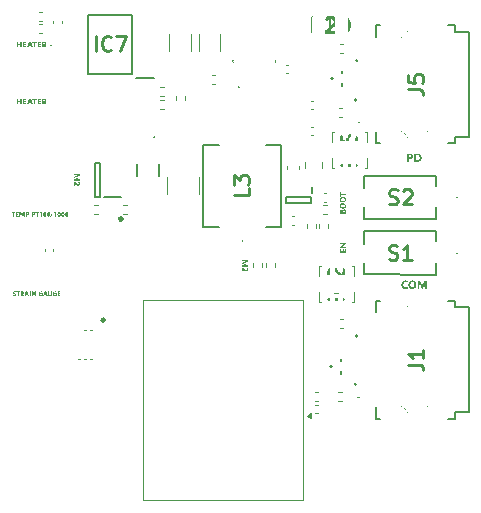
<source format=gbr>
G04 #@! TF.GenerationSoftware,KiCad,Pcbnew,9.0.2*
G04 #@! TF.CreationDate,2025-09-03T18:49:59+02:00*
G04 #@! TF.ProjectId,Afterburner_Nano,41667465-7262-4757-926e-65725f4e616e,rev?*
G04 #@! TF.SameCoordinates,Original*
G04 #@! TF.FileFunction,Legend,Top*
G04 #@! TF.FilePolarity,Positive*
%FSLAX46Y46*%
G04 Gerber Fmt 4.6, Leading zero omitted, Abs format (unit mm)*
G04 Created by KiCad (PCBNEW 9.0.2) date 2025-09-03 18:49:59*
%MOMM*%
%LPD*%
G01*
G04 APERTURE LIST*
%ADD10C,0.025000*%
%ADD11C,0.254000*%
%ADD12C,0.120000*%
%ADD13C,0.200000*%
%ADD14C,0.100000*%
%ADD15C,0.250000*%
%ADD16C,0.127000*%
%ADD17C,0.150000*%
%ADD18C,1.950000*%
%ADD19C,0.510000*%
G04 APERTURE END LIST*
D10*
G36*
X175259982Y-35271504D02*
G01*
X175148217Y-35271504D01*
X175148217Y-35592000D01*
X175059678Y-35592000D01*
X175059678Y-35271504D01*
X174948475Y-35271504D01*
X174948475Y-35199648D01*
X175259982Y-35199648D01*
X175259982Y-35271504D01*
G37*
G36*
X175547676Y-35592000D02*
G01*
X175312690Y-35592000D01*
X175312690Y-35199648D01*
X175538663Y-35199648D01*
X175538663Y-35271504D01*
X175400935Y-35271504D01*
X175400935Y-35359090D01*
X175529089Y-35359090D01*
X175529089Y-35430677D01*
X175400935Y-35430677D01*
X175400935Y-35520412D01*
X175547676Y-35520412D01*
X175547676Y-35592000D01*
G37*
G36*
X176056946Y-35592000D02*
G01*
X175969776Y-35592000D01*
X175969776Y-35357233D01*
X175970560Y-35318256D01*
X175973073Y-35273238D01*
X175970900Y-35273238D01*
X175963818Y-35306738D01*
X175958590Y-35325237D01*
X175866779Y-35592000D01*
X175794630Y-35592000D01*
X175701182Y-35327973D01*
X175688897Y-35273238D01*
X175686430Y-35273238D01*
X175689972Y-35375039D01*
X175689972Y-35592000D01*
X175610471Y-35592000D01*
X175610471Y-35199648D01*
X175739699Y-35199648D01*
X175819762Y-35432216D01*
X175828065Y-35460312D01*
X175833709Y-35488294D01*
X175835345Y-35488294D01*
X175843202Y-35456867D01*
X175850928Y-35431654D01*
X175930990Y-35199648D01*
X176056946Y-35199648D01*
X176056946Y-35592000D01*
G37*
G36*
X176323165Y-35202116D02*
G01*
X176353981Y-35208875D01*
X176378392Y-35219195D01*
X176397575Y-35232708D01*
X176412373Y-35249446D01*
X176423226Y-35269833D01*
X176430120Y-35294641D01*
X176432592Y-35324920D01*
X176429816Y-35353706D01*
X176421816Y-35378811D01*
X176408705Y-35400980D01*
X176390094Y-35420712D01*
X176368002Y-35436200D01*
X176342209Y-35447583D01*
X176312023Y-35454760D01*
X176276570Y-35457300D01*
X176234487Y-35457300D01*
X176234487Y-35592000D01*
X176146242Y-35592000D01*
X176146242Y-35390353D01*
X176234487Y-35390353D01*
X176269193Y-35390353D01*
X176292668Y-35388265D01*
X176310056Y-35382671D01*
X176322800Y-35374163D01*
X176331867Y-35362734D01*
X176337611Y-35347777D01*
X176339706Y-35328193D01*
X176337635Y-35309145D01*
X176331944Y-35294557D01*
X176322928Y-35283368D01*
X176310204Y-35275004D01*
X176292780Y-35269487D01*
X176269193Y-35267425D01*
X176234487Y-35267425D01*
X176234487Y-35390353D01*
X176146242Y-35390353D01*
X176146242Y-35199648D01*
X176284508Y-35199648D01*
X176323165Y-35202116D01*
G37*
G36*
X176821421Y-35202116D02*
G01*
X176852236Y-35208875D01*
X176876647Y-35219195D01*
X176895830Y-35232708D01*
X176910629Y-35249446D01*
X176921481Y-35269833D01*
X176928376Y-35294641D01*
X176930847Y-35324920D01*
X176928071Y-35353706D01*
X176920071Y-35378811D01*
X176906960Y-35400980D01*
X176888349Y-35420712D01*
X176866257Y-35436200D01*
X176840464Y-35447583D01*
X176810278Y-35454760D01*
X176774825Y-35457300D01*
X176732742Y-35457300D01*
X176732742Y-35592000D01*
X176644497Y-35592000D01*
X176644497Y-35390353D01*
X176732742Y-35390353D01*
X176767449Y-35390353D01*
X176790924Y-35388265D01*
X176808311Y-35382671D01*
X176821055Y-35374163D01*
X176830122Y-35362734D01*
X176835866Y-35347777D01*
X176837962Y-35328193D01*
X176835890Y-35309145D01*
X176830199Y-35294557D01*
X176821183Y-35283368D01*
X176808459Y-35275004D01*
X176791035Y-35269487D01*
X176767449Y-35267425D01*
X176732742Y-35267425D01*
X176732742Y-35390353D01*
X176644497Y-35390353D01*
X176644497Y-35199648D01*
X176782763Y-35199648D01*
X176821421Y-35202116D01*
G37*
G36*
X177263555Y-35271504D02*
G01*
X177151789Y-35271504D01*
X177151789Y-35592000D01*
X177063251Y-35592000D01*
X177063251Y-35271504D01*
X176952048Y-35271504D01*
X176952048Y-35199648D01*
X177263555Y-35199648D01*
X177263555Y-35271504D01*
G37*
G36*
X177498785Y-35191832D02*
G01*
X177498785Y-35592000D01*
X177412714Y-35592000D01*
X177412714Y-35289016D01*
X177395910Y-35300886D01*
X177375272Y-35310998D01*
X177352606Y-35318643D01*
X177329378Y-35323137D01*
X177329378Y-35250450D01*
X177362201Y-35239201D01*
X177392759Y-35225367D01*
X177421466Y-35209132D01*
X177446591Y-35191832D01*
X177498785Y-35191832D01*
G37*
G36*
X177787979Y-35195759D02*
G01*
X177811904Y-35202466D01*
X177832417Y-35213225D01*
X177850086Y-35228139D01*
X177865220Y-35247697D01*
X177877832Y-35272730D01*
X177887647Y-35304355D01*
X177894122Y-35343919D01*
X177896486Y-35392966D01*
X177894688Y-35434359D01*
X177889658Y-35469499D01*
X177881859Y-35499222D01*
X177871633Y-35524273D01*
X177859190Y-35545300D01*
X177842917Y-35564420D01*
X177824453Y-35579011D01*
X177803524Y-35589497D01*
X177779656Y-35595986D01*
X177752212Y-35598252D01*
X177723113Y-35595875D01*
X177698433Y-35589144D01*
X177677360Y-35578388D01*
X177659294Y-35563546D01*
X177643896Y-35544181D01*
X177631118Y-35519515D01*
X177621209Y-35488485D01*
X177614686Y-35449794D01*
X177612309Y-35401954D01*
X177612403Y-35399780D01*
X177700017Y-35399780D01*
X177702534Y-35450376D01*
X177708952Y-35485013D01*
X177717891Y-35507712D01*
X177728501Y-35521767D01*
X177740640Y-35529540D01*
X177754947Y-35532136D01*
X177768684Y-35529548D01*
X177780442Y-35521733D01*
X177790825Y-35507441D01*
X177799644Y-35484125D01*
X177806008Y-35448288D01*
X177808510Y-35395677D01*
X177806042Y-35342914D01*
X177799771Y-35307037D01*
X177791097Y-35283757D01*
X177780912Y-35269540D01*
X177769424Y-35261799D01*
X177756046Y-35259243D01*
X177741615Y-35261933D01*
X177729292Y-35270039D01*
X177718441Y-35284815D01*
X177709247Y-35308852D01*
X177702620Y-35345725D01*
X177700017Y-35399780D01*
X177612403Y-35399780D01*
X177614144Y-35359455D01*
X177619268Y-35323527D01*
X177627194Y-35293282D01*
X177637559Y-35267924D01*
X177650143Y-35246762D01*
X177666626Y-35227569D01*
X177685443Y-35212873D01*
X177706891Y-35202275D01*
X177731472Y-35195698D01*
X177759856Y-35193395D01*
X177787979Y-35195759D01*
G37*
G36*
X178109989Y-35195759D02*
G01*
X178133914Y-35202466D01*
X178154427Y-35213225D01*
X178172096Y-35228139D01*
X178187229Y-35247697D01*
X178199842Y-35272730D01*
X178209656Y-35304355D01*
X178216132Y-35343919D01*
X178218496Y-35392966D01*
X178216698Y-35434359D01*
X178211668Y-35469499D01*
X178203869Y-35499222D01*
X178193643Y-35524273D01*
X178181200Y-35545300D01*
X178164927Y-35564420D01*
X178146463Y-35579011D01*
X178125534Y-35589497D01*
X178101666Y-35595986D01*
X178074221Y-35598252D01*
X178045123Y-35595875D01*
X178020443Y-35589144D01*
X177999370Y-35578388D01*
X177981304Y-35563546D01*
X177965906Y-35544181D01*
X177953128Y-35519515D01*
X177943218Y-35488485D01*
X177936696Y-35449794D01*
X177934319Y-35401954D01*
X177934413Y-35399780D01*
X178022027Y-35399780D01*
X178024543Y-35450376D01*
X178030962Y-35485013D01*
X178039901Y-35507712D01*
X178050511Y-35521767D01*
X178062650Y-35529540D01*
X178076957Y-35532136D01*
X178090693Y-35529548D01*
X178102451Y-35521733D01*
X178112835Y-35507441D01*
X178121653Y-35484125D01*
X178128017Y-35448288D01*
X178130519Y-35395677D01*
X178128052Y-35342914D01*
X178121780Y-35307037D01*
X178113106Y-35283757D01*
X178102922Y-35269540D01*
X178091434Y-35261799D01*
X178078056Y-35259243D01*
X178063624Y-35261933D01*
X178051302Y-35270039D01*
X178040451Y-35284815D01*
X178031256Y-35308852D01*
X178024630Y-35345725D01*
X178022027Y-35399780D01*
X177934413Y-35399780D01*
X177936154Y-35359455D01*
X177941278Y-35323527D01*
X177949204Y-35293282D01*
X177959569Y-35267924D01*
X177972152Y-35246762D01*
X177988636Y-35227569D01*
X178007453Y-35212873D01*
X178028900Y-35202275D01*
X178053482Y-35195698D01*
X178081866Y-35193395D01*
X178109989Y-35195759D01*
G37*
G36*
X178492145Y-35199648D02*
G01*
X178301147Y-35656089D01*
X178224089Y-35656089D01*
X178414256Y-35199648D01*
X178492145Y-35199648D01*
G37*
G36*
X178712965Y-35191832D02*
G01*
X178712965Y-35592000D01*
X178626894Y-35592000D01*
X178626894Y-35289016D01*
X178610090Y-35300886D01*
X178589452Y-35310998D01*
X178566786Y-35318643D01*
X178543558Y-35323137D01*
X178543558Y-35250450D01*
X178576381Y-35239201D01*
X178606939Y-35225367D01*
X178635646Y-35209132D01*
X178660771Y-35191832D01*
X178712965Y-35191832D01*
G37*
G36*
X179002159Y-35195759D02*
G01*
X179026084Y-35202466D01*
X179046597Y-35213225D01*
X179064266Y-35228139D01*
X179079400Y-35247697D01*
X179092012Y-35272730D01*
X179101827Y-35304355D01*
X179108302Y-35343919D01*
X179110666Y-35392966D01*
X179108868Y-35434359D01*
X179103838Y-35469499D01*
X179096039Y-35499222D01*
X179085813Y-35524273D01*
X179073370Y-35545300D01*
X179057097Y-35564420D01*
X179038633Y-35579011D01*
X179017705Y-35589497D01*
X178993836Y-35595986D01*
X178966392Y-35598252D01*
X178937293Y-35595875D01*
X178912613Y-35589144D01*
X178891540Y-35578388D01*
X178873474Y-35563546D01*
X178858076Y-35544181D01*
X178845299Y-35519515D01*
X178835389Y-35488485D01*
X178828867Y-35449794D01*
X178826489Y-35401954D01*
X178826583Y-35399780D01*
X178914197Y-35399780D01*
X178916714Y-35450376D01*
X178923132Y-35485013D01*
X178932071Y-35507712D01*
X178942681Y-35521767D01*
X178954820Y-35529540D01*
X178969127Y-35532136D01*
X178982864Y-35529548D01*
X178994622Y-35521733D01*
X179005006Y-35507441D01*
X179013824Y-35484125D01*
X179020188Y-35448288D01*
X179022690Y-35395677D01*
X179020222Y-35342914D01*
X179013951Y-35307037D01*
X179005277Y-35283757D01*
X178995092Y-35269540D01*
X178983604Y-35261799D01*
X178970226Y-35259243D01*
X178955795Y-35261933D01*
X178943472Y-35270039D01*
X178932621Y-35284815D01*
X178923427Y-35308852D01*
X178916800Y-35345725D01*
X178914197Y-35399780D01*
X178826583Y-35399780D01*
X178828324Y-35359455D01*
X178833448Y-35323527D01*
X178841374Y-35293282D01*
X178851739Y-35267924D01*
X178864323Y-35246762D01*
X178880806Y-35227569D01*
X178899623Y-35212873D01*
X178921071Y-35202275D01*
X178945652Y-35195698D01*
X178974036Y-35193395D01*
X179002159Y-35195759D01*
G37*
G36*
X179324169Y-35195759D02*
G01*
X179348094Y-35202466D01*
X179368607Y-35213225D01*
X179386276Y-35228139D01*
X179401409Y-35247697D01*
X179414022Y-35272730D01*
X179423836Y-35304355D01*
X179430312Y-35343919D01*
X179432676Y-35392966D01*
X179430878Y-35434359D01*
X179425848Y-35469499D01*
X179418049Y-35499222D01*
X179407823Y-35524273D01*
X179395380Y-35545300D01*
X179379107Y-35564420D01*
X179360643Y-35579011D01*
X179339714Y-35589497D01*
X179315846Y-35595986D01*
X179288401Y-35598252D01*
X179259303Y-35595875D01*
X179234623Y-35589144D01*
X179213550Y-35578388D01*
X179195484Y-35563546D01*
X179180086Y-35544181D01*
X179167308Y-35519515D01*
X179157398Y-35488485D01*
X179150876Y-35449794D01*
X179148499Y-35401954D01*
X179148593Y-35399780D01*
X179236207Y-35399780D01*
X179238723Y-35450376D01*
X179245142Y-35485013D01*
X179254081Y-35507712D01*
X179264691Y-35521767D01*
X179276830Y-35529540D01*
X179291137Y-35532136D01*
X179304873Y-35529548D01*
X179316632Y-35521733D01*
X179327015Y-35507441D01*
X179335834Y-35484125D01*
X179342198Y-35448288D01*
X179344699Y-35395677D01*
X179342232Y-35342914D01*
X179335960Y-35307037D01*
X179327286Y-35283757D01*
X179317102Y-35269540D01*
X179305614Y-35261799D01*
X179292236Y-35259243D01*
X179277804Y-35261933D01*
X179265482Y-35270039D01*
X179254631Y-35284815D01*
X179245436Y-35308852D01*
X179238810Y-35345725D01*
X179236207Y-35399780D01*
X179148593Y-35399780D01*
X179150334Y-35359455D01*
X179155458Y-35323527D01*
X179163384Y-35293282D01*
X179173749Y-35267924D01*
X179186332Y-35246762D01*
X179202816Y-35227569D01*
X179221633Y-35212873D01*
X179243081Y-35202275D01*
X179267662Y-35195698D01*
X179296046Y-35193395D01*
X179324169Y-35195759D01*
G37*
G36*
X179646178Y-35195759D02*
G01*
X179670104Y-35202466D01*
X179690616Y-35213225D01*
X179708286Y-35228139D01*
X179723419Y-35247697D01*
X179736031Y-35272730D01*
X179745846Y-35304355D01*
X179752322Y-35343919D01*
X179754685Y-35392966D01*
X179752888Y-35434359D01*
X179747858Y-35469499D01*
X179740058Y-35499222D01*
X179729833Y-35524273D01*
X179717390Y-35545300D01*
X179701117Y-35564420D01*
X179682653Y-35579011D01*
X179661724Y-35589497D01*
X179637856Y-35595986D01*
X179610411Y-35598252D01*
X179581313Y-35595875D01*
X179556632Y-35589144D01*
X179535559Y-35578388D01*
X179517494Y-35563546D01*
X179502096Y-35544181D01*
X179489318Y-35519515D01*
X179479408Y-35488485D01*
X179472886Y-35449794D01*
X179470509Y-35401954D01*
X179470603Y-35399780D01*
X179558217Y-35399780D01*
X179560733Y-35450376D01*
X179567152Y-35485013D01*
X179576090Y-35507712D01*
X179586701Y-35521767D01*
X179598840Y-35529540D01*
X179613147Y-35532136D01*
X179626883Y-35529548D01*
X179638641Y-35521733D01*
X179649025Y-35507441D01*
X179657843Y-35484125D01*
X179664207Y-35448288D01*
X179666709Y-35395677D01*
X179664241Y-35342914D01*
X179657970Y-35307037D01*
X179649296Y-35283757D01*
X179639112Y-35269540D01*
X179627623Y-35261799D01*
X179614246Y-35259243D01*
X179599814Y-35261933D01*
X179587492Y-35270039D01*
X179576641Y-35284815D01*
X179567446Y-35308852D01*
X179560820Y-35345725D01*
X179558217Y-35399780D01*
X179470603Y-35399780D01*
X179472344Y-35359455D01*
X179477468Y-35323527D01*
X179485394Y-35293282D01*
X179495759Y-35267924D01*
X179508342Y-35246762D01*
X179524826Y-35227569D01*
X179543642Y-35212873D01*
X179565090Y-35202275D01*
X179589672Y-35195698D01*
X179618056Y-35193395D01*
X179646178Y-35195759D01*
G37*
G36*
X175056769Y-42306246D02*
G01*
X175056769Y-42218196D01*
X175081724Y-42236074D01*
X175108401Y-42248678D01*
X175136572Y-42256325D01*
X175164699Y-42258838D01*
X175180828Y-42258040D01*
X175193813Y-42255859D01*
X175205564Y-42252135D01*
X175214574Y-42247530D01*
X175221983Y-42241597D01*
X175227006Y-42235000D01*
X175230079Y-42227481D01*
X175231109Y-42219320D01*
X175229456Y-42208441D01*
X175224539Y-42198852D01*
X175217024Y-42190400D01*
X175206636Y-42182195D01*
X175179720Y-42167467D01*
X175146137Y-42152983D01*
X175116602Y-42138426D01*
X175094190Y-42122834D01*
X175077676Y-42106309D01*
X175065263Y-42086885D01*
X175057737Y-42064915D01*
X175055132Y-42039704D01*
X175056594Y-42019627D01*
X175060758Y-42002254D01*
X175067418Y-41987143D01*
X175081920Y-41967134D01*
X175100903Y-41950970D01*
X175123398Y-41938805D01*
X175149947Y-41930087D01*
X175178337Y-41925103D01*
X175208981Y-41923395D01*
X175238722Y-41924372D01*
X175263203Y-41927059D01*
X175286234Y-41931786D01*
X175306800Y-41938318D01*
X175306800Y-42019383D01*
X175285331Y-42007708D01*
X175261420Y-41999330D01*
X175236971Y-41994421D01*
X175213890Y-41992809D01*
X175199244Y-41993555D01*
X175186559Y-41995667D01*
X175174907Y-41999229D01*
X175165799Y-42003702D01*
X175158164Y-42009505D01*
X175152683Y-42016110D01*
X175149215Y-42023733D01*
X175148042Y-42032327D01*
X175149352Y-42041692D01*
X175153220Y-42049937D01*
X175159289Y-42057281D01*
X175167972Y-42064665D01*
X175191200Y-42078318D01*
X175222096Y-42092118D01*
X175244835Y-42102466D01*
X175264302Y-42113001D01*
X175281934Y-42124945D01*
X175296420Y-42137963D01*
X175308238Y-42152885D01*
X175316912Y-42169787D01*
X175322146Y-42188578D01*
X175324019Y-42211406D01*
X175322510Y-42232952D01*
X175318270Y-42251096D01*
X175311587Y-42266410D01*
X175296925Y-42286555D01*
X175277833Y-42302460D01*
X175255190Y-42314133D01*
X175228251Y-42322244D01*
X175199487Y-42326719D01*
X175168534Y-42328252D01*
X175136756Y-42326843D01*
X175107180Y-42322732D01*
X175079353Y-42315639D01*
X175056769Y-42306246D01*
G37*
G36*
X175663785Y-42001504D02*
G01*
X175552020Y-42001504D01*
X175552020Y-42322000D01*
X175463482Y-42322000D01*
X175463482Y-42001504D01*
X175352278Y-42001504D01*
X175352278Y-41929648D01*
X175663785Y-41929648D01*
X175663785Y-42001504D01*
G37*
G36*
X175894619Y-41931875D02*
G01*
X175924801Y-41937936D01*
X175948410Y-41947099D01*
X175966676Y-41958936D01*
X175980530Y-41973363D01*
X175990528Y-41990649D01*
X175996801Y-42011386D01*
X175999033Y-42036431D01*
X175997417Y-42056406D01*
X175992732Y-42074337D01*
X175985130Y-42090915D01*
X175974975Y-42105698D01*
X175962398Y-42118605D01*
X175947229Y-42129780D01*
X175930238Y-42138739D01*
X175911032Y-42145656D01*
X175911032Y-42146755D01*
X175919520Y-42150285D01*
X175927958Y-42155646D01*
X175943810Y-42169983D01*
X175958440Y-42187617D01*
X175971140Y-42206082D01*
X176045195Y-42322000D01*
X175943834Y-42322000D01*
X175882896Y-42221127D01*
X175869780Y-42200635D01*
X175857079Y-42185199D01*
X175843670Y-42175356D01*
X175836450Y-42172803D01*
X175828503Y-42171937D01*
X175804738Y-42171937D01*
X175804738Y-42322000D01*
X175716493Y-42322000D01*
X175716493Y-42105258D01*
X175804738Y-42105258D01*
X175842986Y-42105258D01*
X175861284Y-42103295D01*
X175876258Y-42097758D01*
X175888635Y-42088796D01*
X175898372Y-42076709D01*
X175904143Y-42063067D01*
X175906123Y-42047348D01*
X175903594Y-42028544D01*
X175896666Y-42014819D01*
X175885421Y-42004850D01*
X175868760Y-41998270D01*
X175844647Y-41995764D01*
X175804738Y-41995764D01*
X175804738Y-42105258D01*
X175716493Y-42105258D01*
X175716493Y-41929648D01*
X175856395Y-41929648D01*
X175894619Y-41931875D01*
G37*
G36*
X176426434Y-42322000D02*
G01*
X176330251Y-42322000D01*
X176302383Y-42235025D01*
X176163018Y-42235025D01*
X176135443Y-42322000D01*
X176039797Y-42322000D01*
X176096057Y-42167247D01*
X176181873Y-42167247D01*
X176282159Y-42167247D01*
X176240076Y-42034941D01*
X176236244Y-42019418D01*
X176233531Y-41999697D01*
X176231332Y-41999697D01*
X176228957Y-42016787D01*
X176224518Y-42033866D01*
X176181873Y-42167247D01*
X176096057Y-42167247D01*
X176182435Y-41929648D01*
X176287093Y-41929648D01*
X176426434Y-42322000D01*
G37*
G36*
X176563649Y-42322000D02*
G01*
X176475404Y-42322000D01*
X176475404Y-41929648D01*
X176563649Y-41929648D01*
X176563649Y-42322000D01*
G37*
G36*
X177005314Y-42322000D02*
G01*
X176916238Y-42322000D01*
X176754720Y-42075485D01*
X176735059Y-42042928D01*
X176733960Y-42042928D01*
X176736158Y-42106406D01*
X176736158Y-42322000D01*
X176652822Y-42322000D01*
X176652822Y-41929648D01*
X176747906Y-41929648D01*
X176903391Y-42168493D01*
X176923053Y-42200513D01*
X176924152Y-42200513D01*
X176922653Y-42183543D01*
X176921953Y-42146609D01*
X176921953Y-41929648D01*
X177005314Y-41929648D01*
X177005314Y-42322000D01*
G37*
G36*
X177571151Y-42295230D02*
G01*
X177542130Y-42309130D01*
X177509104Y-42319454D01*
X177471463Y-42325965D01*
X177428513Y-42328252D01*
X177390294Y-42325911D01*
X177356918Y-42319241D01*
X177327689Y-42308624D01*
X177302025Y-42294224D01*
X177279476Y-42275984D01*
X177260322Y-42254137D01*
X177245302Y-42229311D01*
X177234283Y-42201079D01*
X177227381Y-42168861D01*
X177224961Y-42131954D01*
X177227508Y-42095261D01*
X177234862Y-42062405D01*
X177246772Y-42032798D01*
X177263244Y-42005960D01*
X177284532Y-41981549D01*
X177309306Y-41961049D01*
X177337056Y-41944999D01*
X177368201Y-41933264D01*
X177403298Y-41925948D01*
X177443021Y-41923395D01*
X177484299Y-41925451D01*
X177520709Y-41931311D01*
X177552857Y-41940614D01*
X177552857Y-42023437D01*
X177529874Y-42012328D01*
X177504020Y-42004124D01*
X177474866Y-41998980D01*
X177441922Y-41997181D01*
X177414990Y-41999541D01*
X177391495Y-42006320D01*
X177370796Y-42017339D01*
X177352431Y-42032792D01*
X177337644Y-42051558D01*
X177326922Y-42073254D01*
X177320227Y-42098444D01*
X177317871Y-42127875D01*
X177320068Y-42158054D01*
X177326212Y-42183098D01*
X177335852Y-42203910D01*
X177348866Y-42221200D01*
X177365386Y-42235400D01*
X177384486Y-42245616D01*
X177406671Y-42251966D01*
X177432641Y-42254198D01*
X177462458Y-42251689D01*
X177482906Y-42245210D01*
X177482906Y-42168957D01*
X177404480Y-42168957D01*
X177404480Y-42098468D01*
X177571151Y-42098468D01*
X177571151Y-42295230D01*
G37*
G36*
X177991933Y-42322000D02*
G01*
X177895750Y-42322000D01*
X177867882Y-42235025D01*
X177728517Y-42235025D01*
X177700942Y-42322000D01*
X177605296Y-42322000D01*
X177661556Y-42167247D01*
X177747372Y-42167247D01*
X177847658Y-42167247D01*
X177805575Y-42034941D01*
X177801743Y-42019418D01*
X177799030Y-41999697D01*
X177796831Y-41999697D01*
X177794456Y-42016787D01*
X177790017Y-42033866D01*
X177747372Y-42167247D01*
X177661556Y-42167247D01*
X177747934Y-41929648D01*
X177852592Y-41929648D01*
X177991933Y-42322000D01*
G37*
G36*
X178350945Y-42151762D02*
G01*
X178348482Y-42192315D01*
X178341647Y-42225707D01*
X178331075Y-42253123D01*
X178317105Y-42275553D01*
X178299758Y-42293745D01*
X178278733Y-42308156D01*
X178253436Y-42318909D01*
X178223021Y-42325789D01*
X178186448Y-42328252D01*
X178151029Y-42325854D01*
X178121561Y-42319156D01*
X178097035Y-42308681D01*
X178076635Y-42294633D01*
X178059790Y-42276883D01*
X178046213Y-42254981D01*
X178035932Y-42228190D01*
X178029281Y-42195539D01*
X178026884Y-42155866D01*
X178026884Y-41929648D01*
X178115397Y-41929648D01*
X178115397Y-42156940D01*
X178118035Y-42189389D01*
X178125036Y-42213093D01*
X178135509Y-42230134D01*
X178149284Y-42241995D01*
X178166946Y-42249366D01*
X178189720Y-42252024D01*
X178212164Y-42249436D01*
X178229531Y-42242271D01*
X178243038Y-42230773D01*
X178253277Y-42214303D01*
X178260106Y-42191455D01*
X178262676Y-42160237D01*
X178262676Y-41929648D01*
X178350945Y-41929648D01*
X178350945Y-42151762D01*
G37*
G36*
X178757976Y-42295230D02*
G01*
X178728955Y-42309130D01*
X178695928Y-42319454D01*
X178658288Y-42325965D01*
X178615338Y-42328252D01*
X178577119Y-42325911D01*
X178543743Y-42319241D01*
X178514514Y-42308624D01*
X178488850Y-42294224D01*
X178466301Y-42275984D01*
X178447147Y-42254137D01*
X178432127Y-42229311D01*
X178421108Y-42201079D01*
X178414206Y-42168861D01*
X178411786Y-42131954D01*
X178414333Y-42095261D01*
X178421686Y-42062405D01*
X178433597Y-42032798D01*
X178450069Y-42005960D01*
X178471357Y-41981549D01*
X178496131Y-41961049D01*
X178523881Y-41944999D01*
X178555025Y-41933264D01*
X178590123Y-41925948D01*
X178629846Y-41923395D01*
X178671124Y-41925451D01*
X178707534Y-41931311D01*
X178739682Y-41940614D01*
X178739682Y-42023437D01*
X178716699Y-42012328D01*
X178690845Y-42004124D01*
X178661691Y-41998980D01*
X178628747Y-41997181D01*
X178601815Y-41999541D01*
X178578320Y-42006320D01*
X178557621Y-42017339D01*
X178539256Y-42032792D01*
X178524469Y-42051558D01*
X178513747Y-42073254D01*
X178507052Y-42098444D01*
X178504696Y-42127875D01*
X178506893Y-42158054D01*
X178513036Y-42183098D01*
X178522677Y-42203910D01*
X178535690Y-42221200D01*
X178552211Y-42235400D01*
X178571311Y-42245616D01*
X178593495Y-42251966D01*
X178619466Y-42254198D01*
X178649283Y-42251689D01*
X178669731Y-42245210D01*
X178669731Y-42168957D01*
X178591304Y-42168957D01*
X178591304Y-42098468D01*
X178757976Y-42098468D01*
X178757976Y-42295230D01*
G37*
G36*
X179069190Y-42322000D02*
G01*
X178834204Y-42322000D01*
X178834204Y-41929648D01*
X179060177Y-41929648D01*
X179060177Y-42001504D01*
X178922449Y-42001504D01*
X178922449Y-42089090D01*
X179050603Y-42089090D01*
X179050603Y-42160677D01*
X178922449Y-42160677D01*
X178922449Y-42250412D01*
X179069190Y-42250412D01*
X179069190Y-42322000D01*
G37*
G36*
X175799876Y-21265000D02*
G01*
X175689234Y-21265000D01*
X175689234Y-21064904D01*
X175486329Y-21064904D01*
X175486329Y-21265000D01*
X175376023Y-21265000D01*
X175376023Y-20774560D01*
X175486329Y-20774560D01*
X175486329Y-20969954D01*
X175689234Y-20969954D01*
X175689234Y-20774560D01*
X175799876Y-20774560D01*
X175799876Y-21265000D01*
G37*
G36*
X176205624Y-21265000D02*
G01*
X175911892Y-21265000D01*
X175911892Y-20774560D01*
X176194358Y-20774560D01*
X176194358Y-20864380D01*
X176022198Y-20864380D01*
X176022198Y-20973862D01*
X176182390Y-20973862D01*
X176182390Y-21063346D01*
X176022198Y-21063346D01*
X176022198Y-21175515D01*
X176205624Y-21175515D01*
X176205624Y-21265000D01*
G37*
G36*
X176725068Y-21265000D02*
G01*
X176604839Y-21265000D01*
X176570004Y-21156281D01*
X176395798Y-21156281D01*
X176361329Y-21265000D01*
X176241772Y-21265000D01*
X176312097Y-21071559D01*
X176419367Y-21071559D01*
X176544725Y-21071559D01*
X176492121Y-20906176D01*
X176487331Y-20886773D01*
X176483939Y-20862121D01*
X176481191Y-20862121D01*
X176478222Y-20883483D01*
X176472673Y-20904833D01*
X176419367Y-21071559D01*
X176312097Y-21071559D01*
X176420069Y-20774560D01*
X176550892Y-20774560D01*
X176725068Y-21265000D01*
G37*
G36*
X177081387Y-20864380D02*
G01*
X176941680Y-20864380D01*
X176941680Y-21265000D01*
X176831008Y-21265000D01*
X176831008Y-20864380D01*
X176692003Y-20864380D01*
X176692003Y-20774560D01*
X177081387Y-20774560D01*
X177081387Y-20864380D01*
G37*
G36*
X177441004Y-21265000D02*
G01*
X177147272Y-21265000D01*
X177147272Y-20774560D01*
X177429739Y-20774560D01*
X177429739Y-20864380D01*
X177257578Y-20864380D01*
X177257578Y-20973862D01*
X177417771Y-20973862D01*
X177417771Y-21063346D01*
X177257578Y-21063346D01*
X177257578Y-21175515D01*
X177441004Y-21175515D01*
X177441004Y-21265000D01*
G37*
G36*
X177742155Y-20777344D02*
G01*
X177779883Y-20784920D01*
X177809394Y-20796374D01*
X177832227Y-20811171D01*
X177849544Y-20829204D01*
X177862042Y-20850811D01*
X177869883Y-20876733D01*
X177872673Y-20908039D01*
X177870653Y-20933008D01*
X177864796Y-20955422D01*
X177855294Y-20976143D01*
X177842601Y-20994623D01*
X177826880Y-21010757D01*
X177807918Y-21024726D01*
X177786679Y-21035924D01*
X177762672Y-21044570D01*
X177762672Y-21045944D01*
X177773282Y-21050356D01*
X177783830Y-21057057D01*
X177803644Y-21074979D01*
X177821932Y-21097021D01*
X177837807Y-21120102D01*
X177930375Y-21265000D01*
X177803674Y-21265000D01*
X177727501Y-21138909D01*
X177711106Y-21113294D01*
X177695231Y-21093999D01*
X177678469Y-21081695D01*
X177669445Y-21078504D01*
X177659510Y-21077421D01*
X177629804Y-21077421D01*
X177629804Y-21265000D01*
X177519498Y-21265000D01*
X177519498Y-20994073D01*
X177629804Y-20994073D01*
X177677615Y-20994073D01*
X177700487Y-20991619D01*
X177719205Y-20984698D01*
X177734676Y-20973496D01*
X177746847Y-20958386D01*
X177754061Y-20941334D01*
X177756536Y-20921686D01*
X177753374Y-20898181D01*
X177744714Y-20881024D01*
X177730658Y-20868563D01*
X177709832Y-20860338D01*
X177679691Y-20857206D01*
X177629804Y-20857206D01*
X177629804Y-20994073D01*
X177519498Y-20994073D01*
X177519498Y-20774560D01*
X177694376Y-20774560D01*
X177742155Y-20777344D01*
G37*
G36*
X178348825Y-21116500D02*
G01*
X178162009Y-21116500D01*
X178162009Y-21040296D01*
X178348825Y-21040296D01*
X178348825Y-21116500D01*
G37*
G36*
X203255000Y-38340244D02*
G01*
X203255000Y-38633976D01*
X202764560Y-38633976D01*
X202764560Y-38351509D01*
X202854380Y-38351509D01*
X202854380Y-38523670D01*
X202963862Y-38523670D01*
X202963862Y-38363477D01*
X203053346Y-38363477D01*
X203053346Y-38523670D01*
X203165515Y-38523670D01*
X203165515Y-38340244D01*
X203255000Y-38340244D01*
G37*
G36*
X203255000Y-37821136D02*
G01*
X203255000Y-37932480D01*
X202946857Y-38134378D01*
X202906160Y-38158954D01*
X202906160Y-38160328D01*
X202985508Y-38157581D01*
X203255000Y-38157581D01*
X203255000Y-38261750D01*
X202764560Y-38261750D01*
X202764560Y-38142896D01*
X203063116Y-37948539D01*
X203103142Y-37923962D01*
X203103142Y-37922588D01*
X203081929Y-37924462D01*
X203035761Y-37925336D01*
X202764560Y-37925336D01*
X202764560Y-37821136D01*
X203255000Y-37821136D01*
G37*
G36*
X203131260Y-34979298D02*
G01*
X203159477Y-34988413D01*
X203184007Y-35003271D01*
X203205463Y-35024293D01*
X203222031Y-35049183D01*
X203234353Y-35078765D01*
X203242202Y-35113934D01*
X203245000Y-35155787D01*
X203245000Y-35343976D01*
X202754560Y-35343976D01*
X202754560Y-35192332D01*
X202835862Y-35192332D01*
X202835862Y-35233670D01*
X202951908Y-35233670D01*
X202951908Y-35185157D01*
X202950810Y-35173220D01*
X203033882Y-35173220D01*
X203033882Y-35233670D01*
X203163697Y-35233670D01*
X203163697Y-35173892D01*
X203161475Y-35148968D01*
X203155366Y-35129370D01*
X203145837Y-35113961D01*
X203132618Y-35101990D01*
X203116652Y-35094782D01*
X203097080Y-35092254D01*
X203078415Y-35094736D01*
X203063237Y-35101817D01*
X203050704Y-35113625D01*
X203041776Y-35128746D01*
X203035997Y-35148217D01*
X203033882Y-35173220D01*
X202950810Y-35173220D01*
X202949866Y-35162964D01*
X202944223Y-35145369D01*
X202935361Y-35131393D01*
X202923137Y-35120595D01*
X202908220Y-35114043D01*
X202889779Y-35111732D01*
X202871113Y-35114685D01*
X202856959Y-35123034D01*
X202846171Y-35137257D01*
X202838753Y-35159325D01*
X202835862Y-35192332D01*
X202754560Y-35192332D01*
X202754560Y-35165679D01*
X202756794Y-35123792D01*
X202762947Y-35089640D01*
X202772356Y-35061956D01*
X202784602Y-35039650D01*
X202801348Y-35020205D01*
X202820655Y-35006681D01*
X202843017Y-34998460D01*
X202869293Y-34995594D01*
X202894670Y-34998592D01*
X202917545Y-35007428D01*
X202938597Y-35022400D01*
X202956231Y-35041711D01*
X202969972Y-35064362D01*
X202979904Y-35090880D01*
X202981278Y-35090880D01*
X202988789Y-35057424D01*
X203001737Y-35029955D01*
X203019991Y-35007379D01*
X203043015Y-34990006D01*
X203068854Y-34979665D01*
X203098423Y-34976116D01*
X203131260Y-34979298D01*
G37*
G36*
X203042522Y-34449354D02*
G01*
X203083591Y-34457790D01*
X203120168Y-34471337D01*
X203152878Y-34489874D01*
X203182199Y-34513551D01*
X203207444Y-34541791D01*
X203226963Y-34572924D01*
X203241076Y-34607360D01*
X203249793Y-34645675D01*
X203252815Y-34688581D01*
X203249893Y-34730392D01*
X203241456Y-34767835D01*
X203227784Y-34801586D01*
X203208865Y-34832191D01*
X203184397Y-34860040D01*
X203155903Y-34883521D01*
X203124329Y-34901827D01*
X203089243Y-34915150D01*
X203050066Y-34923417D01*
X203006099Y-34926290D01*
X202959510Y-34923348D01*
X202918123Y-34914900D01*
X202881197Y-34901324D01*
X202848113Y-34882740D01*
X202818399Y-34859002D01*
X202792869Y-34830689D01*
X202773079Y-34799232D01*
X202758728Y-34764188D01*
X202749836Y-34724935D01*
X202746960Y-34683788D01*
X202841693Y-34683788D01*
X202844537Y-34711901D01*
X202852709Y-34736151D01*
X202866106Y-34757343D01*
X202885199Y-34775990D01*
X202907621Y-34790385D01*
X202933798Y-34801032D01*
X202964412Y-34807768D01*
X203000299Y-34810153D01*
X203036778Y-34807738D01*
X203067499Y-34800959D01*
X203093400Y-34790309D01*
X203115245Y-34775990D01*
X203133891Y-34757404D01*
X203146910Y-34736640D01*
X203154802Y-34713245D01*
X203157530Y-34686505D01*
X203154821Y-34658774D01*
X203147056Y-34634928D01*
X203134386Y-34614180D01*
X203116436Y-34596013D01*
X203095229Y-34582053D01*
X203069733Y-34571608D01*
X203039112Y-34564917D01*
X203002344Y-34562521D01*
X202963857Y-34564872D01*
X202932001Y-34571407D01*
X202905689Y-34581543D01*
X202884009Y-34594975D01*
X202865456Y-34612745D01*
X202852428Y-34633079D01*
X202844469Y-34656489D01*
X202841693Y-34683788D01*
X202746960Y-34683788D01*
X202746744Y-34680704D01*
X202749685Y-34639011D01*
X202758161Y-34601841D01*
X202771875Y-34568489D01*
X202790834Y-34538389D01*
X202815346Y-34511139D01*
X202843775Y-34488341D01*
X202875538Y-34470472D01*
X202911101Y-34457401D01*
X202951080Y-34449255D01*
X202996208Y-34446414D01*
X203042522Y-34449354D01*
G37*
G36*
X203042522Y-33918858D02*
G01*
X203083591Y-33927294D01*
X203120168Y-33940841D01*
X203152878Y-33959378D01*
X203182199Y-33983055D01*
X203207444Y-34011295D01*
X203226963Y-34042429D01*
X203241076Y-34076865D01*
X203249793Y-34115179D01*
X203252815Y-34158086D01*
X203249893Y-34199896D01*
X203241456Y-34237339D01*
X203227784Y-34271090D01*
X203208865Y-34301695D01*
X203184397Y-34329544D01*
X203155903Y-34353026D01*
X203124329Y-34371331D01*
X203089243Y-34384655D01*
X203050066Y-34392922D01*
X203006099Y-34395795D01*
X202959510Y-34392853D01*
X202918123Y-34384404D01*
X202881197Y-34370828D01*
X202848113Y-34352244D01*
X202818399Y-34328506D01*
X202792869Y-34300194D01*
X202773079Y-34268736D01*
X202758728Y-34233692D01*
X202749836Y-34194440D01*
X202746960Y-34153292D01*
X202841693Y-34153292D01*
X202844537Y-34181406D01*
X202852709Y-34205655D01*
X202866106Y-34226847D01*
X202885199Y-34245494D01*
X202907621Y-34259890D01*
X202933798Y-34270537D01*
X202964412Y-34277272D01*
X203000299Y-34279658D01*
X203036778Y-34277243D01*
X203067499Y-34270463D01*
X203093400Y-34259814D01*
X203115245Y-34245494D01*
X203133891Y-34226908D01*
X203146910Y-34206145D01*
X203154802Y-34182750D01*
X203157530Y-34156010D01*
X203154821Y-34128279D01*
X203147056Y-34104433D01*
X203134386Y-34083685D01*
X203116436Y-34065518D01*
X203095229Y-34051557D01*
X203069733Y-34041112D01*
X203039112Y-34034422D01*
X203002344Y-34032026D01*
X202963857Y-34034376D01*
X202932001Y-34040911D01*
X202905689Y-34051047D01*
X202884009Y-34064480D01*
X202865456Y-34082249D01*
X202852428Y-34102583D01*
X202844469Y-34125994D01*
X202841693Y-34153292D01*
X202746960Y-34153292D01*
X202746744Y-34150209D01*
X202749685Y-34108516D01*
X202758161Y-34071345D01*
X202771875Y-34037994D01*
X202790834Y-34007894D01*
X202815346Y-33980643D01*
X202843775Y-33957846D01*
X202875538Y-33939977D01*
X202911101Y-33926905D01*
X202951080Y-33918759D01*
X202996208Y-33915919D01*
X203042522Y-33918858D01*
G37*
G36*
X202844380Y-33518444D02*
G01*
X202844380Y-33658151D01*
X203245000Y-33658151D01*
X203245000Y-33768824D01*
X202844380Y-33768824D01*
X202844380Y-33907828D01*
X202754560Y-33907828D01*
X202754560Y-33518444D01*
X202844380Y-33518444D01*
G37*
G36*
X208758048Y-30258704D02*
G01*
X208811975Y-30270532D01*
X208854695Y-30288591D01*
X208888265Y-30312240D01*
X208914162Y-30341532D01*
X208933154Y-30377208D01*
X208945219Y-30420622D01*
X208949545Y-30473610D01*
X208944687Y-30523985D01*
X208930686Y-30567919D01*
X208907743Y-30606716D01*
X208875173Y-30641246D01*
X208836512Y-30668350D01*
X208791375Y-30688271D01*
X208738549Y-30700831D01*
X208676506Y-30705275D01*
X208602861Y-30705275D01*
X208602861Y-30941000D01*
X208448432Y-30941000D01*
X208448432Y-30588117D01*
X208602861Y-30588117D01*
X208663598Y-30588117D01*
X208704678Y-30584465D01*
X208735107Y-30574674D01*
X208757409Y-30559786D01*
X208773276Y-30539785D01*
X208783328Y-30513611D01*
X208786995Y-30479338D01*
X208783370Y-30446005D01*
X208773410Y-30420476D01*
X208757633Y-30400894D01*
X208735366Y-30386258D01*
X208704874Y-30376603D01*
X208663598Y-30372994D01*
X208602861Y-30372994D01*
X208602861Y-30588117D01*
X208448432Y-30588117D01*
X208448432Y-30254384D01*
X208690397Y-30254384D01*
X208758048Y-30258704D01*
G37*
G36*
X209369715Y-30258503D02*
G01*
X209433945Y-30270003D01*
X209487684Y-30287858D01*
X209532523Y-30311423D01*
X209569750Y-30340476D01*
X209600281Y-30375225D01*
X209624613Y-30416301D01*
X209642780Y-30464708D01*
X209654355Y-30521768D01*
X209658472Y-30589058D01*
X209654126Y-30653216D01*
X209641660Y-30709893D01*
X209621615Y-30760218D01*
X209594093Y-30805116D01*
X209558754Y-30845256D01*
X209517391Y-30878935D01*
X209470973Y-30905354D01*
X209418784Y-30924704D01*
X209359886Y-30936782D01*
X209293152Y-30941000D01*
X209050246Y-30941000D01*
X209050246Y-30815721D01*
X209204675Y-30815721D01*
X209281184Y-30815721D01*
X209330820Y-30811583D01*
X209372751Y-30799876D01*
X209408390Y-30781174D01*
X209438776Y-30755369D01*
X209463041Y-30723661D01*
X209480792Y-30686456D01*
X209491966Y-30642691D01*
X209495922Y-30590981D01*
X209492016Y-30542299D01*
X209480979Y-30501165D01*
X209463396Y-30466227D01*
X209439246Y-30436467D01*
X209409356Y-30412636D01*
X209373718Y-30395143D01*
X209331183Y-30384074D01*
X209280244Y-30380132D01*
X209204675Y-30380132D01*
X209204675Y-30815721D01*
X209050246Y-30815721D01*
X209050246Y-30254384D01*
X209293152Y-30254384D01*
X209369715Y-30258503D01*
G37*
G36*
X180225000Y-32554118D02*
G01*
X180225000Y-32445155D01*
X180518457Y-32445155D01*
X180567179Y-32446135D01*
X180623451Y-32449276D01*
X180623451Y-32446559D01*
X180581576Y-32437707D01*
X180558452Y-32431172D01*
X180225000Y-32316408D01*
X180225000Y-32226222D01*
X180555033Y-32109412D01*
X180623451Y-32094056D01*
X180623451Y-32090972D01*
X180496201Y-32095399D01*
X180225000Y-32095399D01*
X180225000Y-31996023D01*
X180715439Y-31996023D01*
X180715439Y-32157559D01*
X180424729Y-32257637D01*
X180389609Y-32268016D01*
X180354631Y-32275070D01*
X180354631Y-32277116D01*
X180393915Y-32286936D01*
X180425431Y-32296594D01*
X180715439Y-32396673D01*
X180715439Y-32554118D01*
X180225000Y-32554118D01*
G37*
G36*
X180314484Y-32756229D02*
G01*
X180314484Y-32963896D01*
X180225000Y-32963896D01*
X180225000Y-32638076D01*
X180261880Y-32638076D01*
X180298158Y-32641352D01*
X180329383Y-32650716D01*
X180357966Y-32665095D01*
X180383055Y-32682467D01*
X180405558Y-32702611D01*
X180425095Y-32724294D01*
X180458068Y-32767525D01*
X180487438Y-32805230D01*
X180515282Y-32832554D01*
X180529495Y-32842418D01*
X180543309Y-32849132D01*
X180557872Y-32853213D01*
X180573565Y-32854597D01*
X180593793Y-32852401D01*
X180609263Y-32846370D01*
X180621100Y-32836829D01*
X180629535Y-32824013D01*
X180635105Y-32806420D01*
X180637190Y-32782546D01*
X180634203Y-32752195D01*
X180625142Y-32722243D01*
X180609529Y-32692193D01*
X180586479Y-32661646D01*
X180681764Y-32661646D01*
X180699844Y-32694447D01*
X180712747Y-32729144D01*
X180720584Y-32766107D01*
X180723255Y-32805779D01*
X180720709Y-32841834D01*
X180713516Y-32872549D01*
X180701462Y-32900236D01*
X180685672Y-32922588D01*
X180665703Y-32940598D01*
X180641769Y-32953821D01*
X180614931Y-32961818D01*
X180584189Y-32964598D01*
X180551568Y-32961870D01*
X180524044Y-32954157D01*
X180498852Y-32941994D01*
X180476203Y-32926496D01*
X180455676Y-32908030D01*
X180436728Y-32886715D01*
X180402045Y-32839912D01*
X180378934Y-32808313D01*
X180356372Y-32781508D01*
X180334665Y-32763067D01*
X180323967Y-32757820D01*
X180314484Y-32756229D01*
G37*
G36*
X194455000Y-39824118D02*
G01*
X194455000Y-39715155D01*
X194748457Y-39715155D01*
X194797179Y-39716135D01*
X194853451Y-39719276D01*
X194853451Y-39716559D01*
X194811576Y-39707707D01*
X194788452Y-39701172D01*
X194455000Y-39586408D01*
X194455000Y-39496222D01*
X194785033Y-39379412D01*
X194853451Y-39364056D01*
X194853451Y-39360972D01*
X194726201Y-39365399D01*
X194455000Y-39365399D01*
X194455000Y-39266023D01*
X194945439Y-39266023D01*
X194945439Y-39427559D01*
X194654729Y-39527637D01*
X194619609Y-39538016D01*
X194584631Y-39545070D01*
X194584631Y-39547116D01*
X194623915Y-39556936D01*
X194655431Y-39566594D01*
X194945439Y-39666673D01*
X194945439Y-39824118D01*
X194455000Y-39824118D01*
G37*
G36*
X194544484Y-40026229D02*
G01*
X194544484Y-40233896D01*
X194455000Y-40233896D01*
X194455000Y-39908076D01*
X194491880Y-39908076D01*
X194528158Y-39911352D01*
X194559383Y-39920716D01*
X194587966Y-39935095D01*
X194613055Y-39952467D01*
X194635558Y-39972611D01*
X194655095Y-39994294D01*
X194688068Y-40037525D01*
X194717438Y-40075230D01*
X194745282Y-40102554D01*
X194759495Y-40112418D01*
X194773309Y-40119132D01*
X194787872Y-40123213D01*
X194803565Y-40124597D01*
X194823793Y-40122401D01*
X194839263Y-40116370D01*
X194851100Y-40106829D01*
X194859535Y-40094013D01*
X194865105Y-40076420D01*
X194867190Y-40052546D01*
X194864203Y-40022195D01*
X194855142Y-39992243D01*
X194839529Y-39962193D01*
X194816479Y-39931646D01*
X194911764Y-39931646D01*
X194929844Y-39964447D01*
X194942747Y-39999144D01*
X194950584Y-40036107D01*
X194953255Y-40075779D01*
X194950709Y-40111834D01*
X194943516Y-40142549D01*
X194931462Y-40170236D01*
X194915672Y-40192588D01*
X194895703Y-40210598D01*
X194871769Y-40223821D01*
X194844931Y-40231818D01*
X194814189Y-40234598D01*
X194781568Y-40231870D01*
X194754044Y-40224157D01*
X194728852Y-40211994D01*
X194706203Y-40196496D01*
X194685676Y-40178030D01*
X194666728Y-40156715D01*
X194632045Y-40109912D01*
X194608934Y-40078313D01*
X194586372Y-40051508D01*
X194564665Y-40033067D01*
X194553967Y-40027820D01*
X194544484Y-40026229D01*
G37*
G36*
X208480013Y-41665525D02*
G01*
X208428638Y-41684723D01*
X208364216Y-41697335D01*
X208283954Y-41701942D01*
X208220422Y-41697824D01*
X208164921Y-41686082D01*
X208116257Y-41667337D01*
X208073444Y-41641803D01*
X208035748Y-41609276D01*
X208003915Y-41570735D01*
X207978980Y-41527526D01*
X207960738Y-41478991D01*
X207949361Y-41424255D01*
X207945390Y-41362267D01*
X207949780Y-41296630D01*
X207962418Y-41238114D01*
X207982813Y-41185658D01*
X208010888Y-41138395D01*
X208046989Y-41095682D01*
X208089540Y-41059254D01*
X208136464Y-41030992D01*
X208188378Y-41010507D01*
X208246129Y-40997837D01*
X208310753Y-40993442D01*
X208377518Y-40996597D01*
X208433412Y-41005375D01*
X208480013Y-41018916D01*
X208480013Y-41168515D01*
X208432558Y-41145318D01*
X208380617Y-41131214D01*
X208323148Y-41126371D01*
X208275672Y-41130432D01*
X208234594Y-41142048D01*
X208198743Y-41160829D01*
X208167267Y-41187023D01*
X208141983Y-41218992D01*
X208123586Y-41256282D01*
X208112055Y-41299925D01*
X208107983Y-41351282D01*
X208111823Y-41400559D01*
X208122707Y-41442579D01*
X208140078Y-41478605D01*
X208163933Y-41509600D01*
X208193699Y-41534962D01*
X208228067Y-41553214D01*
X208267939Y-41564557D01*
X208314557Y-41568542D01*
X208373601Y-41563524D01*
X208428449Y-41548739D01*
X208480013Y-41524133D01*
X208480013Y-41665525D01*
G37*
G36*
X208946660Y-40997559D02*
G01*
X208998699Y-41009426D01*
X209045391Y-41028625D01*
X209087531Y-41055167D01*
X209125682Y-41089484D01*
X209157598Y-41129285D01*
X209182615Y-41173753D01*
X209200915Y-41223542D01*
X209212319Y-41279512D01*
X209216296Y-41342691D01*
X209212180Y-41407530D01*
X209200370Y-41465028D01*
X209181405Y-41516235D01*
X209155452Y-41562030D01*
X209122305Y-41603078D01*
X209082769Y-41638422D01*
X209039182Y-41665749D01*
X208990972Y-41685507D01*
X208937332Y-41697711D01*
X208877262Y-41701942D01*
X208818728Y-41697851D01*
X208766307Y-41686039D01*
X208719056Y-41666898D01*
X208676209Y-41640411D01*
X208637220Y-41606156D01*
X208604346Y-41566264D01*
X208578718Y-41522061D01*
X208560066Y-41472940D01*
X208548492Y-41418093D01*
X208544469Y-41356539D01*
X208544982Y-41348418D01*
X208707062Y-41348418D01*
X208710443Y-41399489D01*
X208719934Y-41442499D01*
X208734843Y-41478760D01*
X208754890Y-41509344D01*
X208780911Y-41535447D01*
X208809980Y-41553674D01*
X208842732Y-41564722D01*
X208880169Y-41568542D01*
X208918992Y-41564750D01*
X208952376Y-41553879D01*
X208981424Y-41536141D01*
X209006857Y-41511011D01*
X209026402Y-41481321D01*
X209041025Y-41445626D01*
X209050392Y-41402756D01*
X209053746Y-41351282D01*
X209050455Y-41297400D01*
X209041306Y-41252802D01*
X209027116Y-41215964D01*
X209008311Y-41185612D01*
X208983433Y-41159638D01*
X208954965Y-41141400D01*
X208922191Y-41130256D01*
X208883973Y-41126371D01*
X208844614Y-41130352D01*
X208810665Y-41141793D01*
X208780996Y-41160549D01*
X208754890Y-41187279D01*
X208734737Y-41218670D01*
X208719831Y-41255317D01*
X208710401Y-41298176D01*
X208707062Y-41348418D01*
X208544982Y-41348418D01*
X208548588Y-41291314D01*
X208560416Y-41233372D01*
X208579423Y-41181675D01*
X208605440Y-41135358D01*
X208638674Y-41093759D01*
X208678311Y-41058017D01*
X208722351Y-41030311D01*
X208771413Y-41010220D01*
X208826367Y-40997770D01*
X208888290Y-40993442D01*
X208946660Y-40997559D01*
G37*
G36*
X210111537Y-41691000D02*
G01*
X209958989Y-41691000D01*
X209958989Y-41280159D01*
X209960362Y-41211948D01*
X209964760Y-41133167D01*
X209960956Y-41133167D01*
X209948562Y-41191793D01*
X209939413Y-41224166D01*
X209778744Y-41691000D01*
X209652483Y-41691000D01*
X209488950Y-41228953D01*
X209467451Y-41133167D01*
X209463134Y-41133167D01*
X209469331Y-41311318D01*
X209469331Y-41691000D01*
X209330204Y-41691000D01*
X209330204Y-41004384D01*
X209556355Y-41004384D01*
X209696465Y-41411378D01*
X209710995Y-41460546D01*
X209720871Y-41509515D01*
X209723735Y-41509515D01*
X209737484Y-41454518D01*
X209751004Y-41410395D01*
X209891114Y-41004384D01*
X210111537Y-41004384D01*
X210111537Y-41691000D01*
G37*
G36*
X175799876Y-26095000D02*
G01*
X175689234Y-26095000D01*
X175689234Y-25894904D01*
X175486329Y-25894904D01*
X175486329Y-26095000D01*
X175376023Y-26095000D01*
X175376023Y-25604560D01*
X175486329Y-25604560D01*
X175486329Y-25799954D01*
X175689234Y-25799954D01*
X175689234Y-25604560D01*
X175799876Y-25604560D01*
X175799876Y-26095000D01*
G37*
G36*
X176205624Y-26095000D02*
G01*
X175911892Y-26095000D01*
X175911892Y-25604560D01*
X176194358Y-25604560D01*
X176194358Y-25694380D01*
X176022198Y-25694380D01*
X176022198Y-25803862D01*
X176182390Y-25803862D01*
X176182390Y-25893346D01*
X176022198Y-25893346D01*
X176022198Y-26005515D01*
X176205624Y-26005515D01*
X176205624Y-26095000D01*
G37*
G36*
X176725068Y-26095000D02*
G01*
X176604839Y-26095000D01*
X176570004Y-25986281D01*
X176395798Y-25986281D01*
X176361329Y-26095000D01*
X176241772Y-26095000D01*
X176312097Y-25901559D01*
X176419367Y-25901559D01*
X176544725Y-25901559D01*
X176492121Y-25736176D01*
X176487331Y-25716773D01*
X176483939Y-25692121D01*
X176481191Y-25692121D01*
X176478222Y-25713483D01*
X176472673Y-25734833D01*
X176419367Y-25901559D01*
X176312097Y-25901559D01*
X176420069Y-25604560D01*
X176550892Y-25604560D01*
X176725068Y-26095000D01*
G37*
G36*
X177081387Y-25694380D02*
G01*
X176941680Y-25694380D01*
X176941680Y-26095000D01*
X176831008Y-26095000D01*
X176831008Y-25694380D01*
X176692003Y-25694380D01*
X176692003Y-25604560D01*
X177081387Y-25604560D01*
X177081387Y-25694380D01*
G37*
G36*
X177441004Y-26095000D02*
G01*
X177147272Y-26095000D01*
X177147272Y-25604560D01*
X177429739Y-25604560D01*
X177429739Y-25694380D01*
X177257578Y-25694380D01*
X177257578Y-25803862D01*
X177417771Y-25803862D01*
X177417771Y-25893346D01*
X177257578Y-25893346D01*
X177257578Y-26005515D01*
X177441004Y-26005515D01*
X177441004Y-26095000D01*
G37*
G36*
X177742155Y-25607344D02*
G01*
X177779883Y-25614920D01*
X177809394Y-25626374D01*
X177832227Y-25641171D01*
X177849544Y-25659204D01*
X177862042Y-25680811D01*
X177869883Y-25706733D01*
X177872673Y-25738039D01*
X177870653Y-25763008D01*
X177864796Y-25785422D01*
X177855294Y-25806143D01*
X177842601Y-25824623D01*
X177826880Y-25840757D01*
X177807918Y-25854726D01*
X177786679Y-25865924D01*
X177762672Y-25874570D01*
X177762672Y-25875944D01*
X177773282Y-25880356D01*
X177783830Y-25887057D01*
X177803644Y-25904979D01*
X177821932Y-25927021D01*
X177837807Y-25950102D01*
X177930375Y-26095000D01*
X177803674Y-26095000D01*
X177727501Y-25968909D01*
X177711106Y-25943294D01*
X177695231Y-25923999D01*
X177678469Y-25911695D01*
X177669445Y-25908504D01*
X177659510Y-25907421D01*
X177629804Y-25907421D01*
X177629804Y-26095000D01*
X177519498Y-26095000D01*
X177519498Y-25824073D01*
X177629804Y-25824073D01*
X177677615Y-25824073D01*
X177700487Y-25821619D01*
X177719205Y-25814698D01*
X177734676Y-25803496D01*
X177746847Y-25788386D01*
X177754061Y-25771334D01*
X177756536Y-25751686D01*
X177753374Y-25728181D01*
X177744714Y-25711024D01*
X177730658Y-25698563D01*
X177709832Y-25690338D01*
X177679691Y-25687206D01*
X177629804Y-25687206D01*
X177629804Y-25824073D01*
X177519498Y-25824073D01*
X177519498Y-25604560D01*
X177694376Y-25604560D01*
X177742155Y-25607344D01*
G37*
G36*
X178527122Y-25929861D02*
G01*
X178395628Y-25929861D01*
X178395628Y-26061782D01*
X178326629Y-26061782D01*
X178326629Y-25929861D01*
X178194463Y-25929861D01*
X178194463Y-25860526D01*
X178326629Y-25860526D01*
X178326629Y-25727658D01*
X178395628Y-25727658D01*
X178395628Y-25860526D01*
X178527122Y-25860526D01*
X178527122Y-25929861D01*
G37*
D11*
X208529318Y-24823332D02*
X209436461Y-24823332D01*
X209436461Y-24823332D02*
X209617889Y-24883809D01*
X209617889Y-24883809D02*
X209738842Y-25004761D01*
X209738842Y-25004761D02*
X209799318Y-25186190D01*
X209799318Y-25186190D02*
X209799318Y-25307142D01*
X208529318Y-23613809D02*
X208529318Y-24218571D01*
X208529318Y-24218571D02*
X209134080Y-24279047D01*
X209134080Y-24279047D02*
X209073603Y-24218571D01*
X209073603Y-24218571D02*
X209013127Y-24097618D01*
X209013127Y-24097618D02*
X209013127Y-23795237D01*
X209013127Y-23795237D02*
X209073603Y-23674285D01*
X209073603Y-23674285D02*
X209134080Y-23613809D01*
X209134080Y-23613809D02*
X209255032Y-23553332D01*
X209255032Y-23553332D02*
X209557413Y-23553332D01*
X209557413Y-23553332D02*
X209678365Y-23613809D01*
X209678365Y-23613809D02*
X209738842Y-23674285D01*
X209738842Y-23674285D02*
X209799318Y-23795237D01*
X209799318Y-23795237D02*
X209799318Y-24097618D01*
X209799318Y-24097618D02*
X209738842Y-24218571D01*
X209738842Y-24218571D02*
X209678365Y-24279047D01*
X208529318Y-48128332D02*
X209436461Y-48128332D01*
X209436461Y-48128332D02*
X209617889Y-48188809D01*
X209617889Y-48188809D02*
X209738842Y-48309761D01*
X209738842Y-48309761D02*
X209799318Y-48491190D01*
X209799318Y-48491190D02*
X209799318Y-48612142D01*
X209799318Y-46858332D02*
X209799318Y-47584047D01*
X209799318Y-47221190D02*
X208529318Y-47221190D01*
X208529318Y-47221190D02*
X208710746Y-47342142D01*
X208710746Y-47342142D02*
X208831699Y-47463094D01*
X208831699Y-47463094D02*
X208892175Y-47584047D01*
X181774318Y-47689762D02*
X180504318Y-47689762D01*
X181653365Y-46359285D02*
X181713842Y-46419761D01*
X181713842Y-46419761D02*
X181774318Y-46601190D01*
X181774318Y-46601190D02*
X181774318Y-46722142D01*
X181774318Y-46722142D02*
X181713842Y-46903571D01*
X181713842Y-46903571D02*
X181592889Y-47024523D01*
X181592889Y-47024523D02*
X181471937Y-47085000D01*
X181471937Y-47085000D02*
X181230032Y-47145476D01*
X181230032Y-47145476D02*
X181048603Y-47145476D01*
X181048603Y-47145476D02*
X180806699Y-47085000D01*
X180806699Y-47085000D02*
X180685746Y-47024523D01*
X180685746Y-47024523D02*
X180564794Y-46903571D01*
X180564794Y-46903571D02*
X180504318Y-46722142D01*
X180504318Y-46722142D02*
X180504318Y-46601190D01*
X180504318Y-46601190D02*
X180564794Y-46419761D01*
X180564794Y-46419761D02*
X180625270Y-46359285D01*
X180927651Y-45270714D02*
X181774318Y-45270714D01*
X180443842Y-45573095D02*
X181350984Y-45875476D01*
X181350984Y-45875476D02*
X181350984Y-45089285D01*
X201083571Y-19974318D02*
X200660237Y-19369556D01*
X200357856Y-19974318D02*
X200357856Y-18704318D01*
X200357856Y-18704318D02*
X200841666Y-18704318D01*
X200841666Y-18704318D02*
X200962618Y-18764794D01*
X200962618Y-18764794D02*
X201023095Y-18825270D01*
X201023095Y-18825270D02*
X201083571Y-18946222D01*
X201083571Y-18946222D02*
X201083571Y-19127651D01*
X201083571Y-19127651D02*
X201023095Y-19248603D01*
X201023095Y-19248603D02*
X200962618Y-19309080D01*
X200962618Y-19309080D02*
X200841666Y-19369556D01*
X200841666Y-19369556D02*
X200357856Y-19369556D01*
X201567380Y-18825270D02*
X201627856Y-18764794D01*
X201627856Y-18764794D02*
X201748809Y-18704318D01*
X201748809Y-18704318D02*
X202051190Y-18704318D01*
X202051190Y-18704318D02*
X202172142Y-18764794D01*
X202172142Y-18764794D02*
X202232618Y-18825270D01*
X202232618Y-18825270D02*
X202293095Y-18946222D01*
X202293095Y-18946222D02*
X202293095Y-19067175D01*
X202293095Y-19067175D02*
X202232618Y-19248603D01*
X202232618Y-19248603D02*
X201506904Y-19974318D01*
X201506904Y-19974318D02*
X202293095Y-19974318D01*
X203079285Y-18704318D02*
X203200238Y-18704318D01*
X203200238Y-18704318D02*
X203321190Y-18764794D01*
X203321190Y-18764794D02*
X203381666Y-18825270D01*
X203381666Y-18825270D02*
X203442142Y-18946222D01*
X203442142Y-18946222D02*
X203502619Y-19188127D01*
X203502619Y-19188127D02*
X203502619Y-19490508D01*
X203502619Y-19490508D02*
X203442142Y-19732413D01*
X203442142Y-19732413D02*
X203381666Y-19853365D01*
X203381666Y-19853365D02*
X203321190Y-19913842D01*
X203321190Y-19913842D02*
X203200238Y-19974318D01*
X203200238Y-19974318D02*
X203079285Y-19974318D01*
X203079285Y-19974318D02*
X202958333Y-19913842D01*
X202958333Y-19913842D02*
X202897857Y-19853365D01*
X202897857Y-19853365D02*
X202837380Y-19732413D01*
X202837380Y-19732413D02*
X202776904Y-19490508D01*
X202776904Y-19490508D02*
X202776904Y-19188127D01*
X202776904Y-19188127D02*
X202837380Y-18946222D01*
X202837380Y-18946222D02*
X202897857Y-18825270D01*
X202897857Y-18825270D02*
X202958333Y-18764794D01*
X202958333Y-18764794D02*
X203079285Y-18704318D01*
X195044318Y-33192666D02*
X195044318Y-33797428D01*
X195044318Y-33797428D02*
X193774318Y-33797428D01*
X193774318Y-32890285D02*
X193774318Y-32104094D01*
X193774318Y-32104094D02*
X194258127Y-32527428D01*
X194258127Y-32527428D02*
X194258127Y-32345999D01*
X194258127Y-32345999D02*
X194318603Y-32225047D01*
X194318603Y-32225047D02*
X194379080Y-32164571D01*
X194379080Y-32164571D02*
X194500032Y-32104094D01*
X194500032Y-32104094D02*
X194802413Y-32104094D01*
X194802413Y-32104094D02*
X194923365Y-32164571D01*
X194923365Y-32164571D02*
X194983842Y-32225047D01*
X194983842Y-32225047D02*
X195044318Y-32345999D01*
X195044318Y-32345999D02*
X195044318Y-32708856D01*
X195044318Y-32708856D02*
X194983842Y-32829809D01*
X194983842Y-32829809D02*
X194923365Y-32890285D01*
X182544318Y-27303332D02*
X183451461Y-27303332D01*
X183451461Y-27303332D02*
X183632889Y-27363809D01*
X183632889Y-27363809D02*
X183753842Y-27484761D01*
X183753842Y-27484761D02*
X183814318Y-27666190D01*
X183814318Y-27666190D02*
X183814318Y-27787142D01*
X182665270Y-26759047D02*
X182604794Y-26698571D01*
X182604794Y-26698571D02*
X182544318Y-26577618D01*
X182544318Y-26577618D02*
X182544318Y-26275237D01*
X182544318Y-26275237D02*
X182604794Y-26154285D01*
X182604794Y-26154285D02*
X182665270Y-26093809D01*
X182665270Y-26093809D02*
X182786222Y-26033332D01*
X182786222Y-26033332D02*
X182907175Y-26033332D01*
X182907175Y-26033332D02*
X183088603Y-26093809D01*
X183088603Y-26093809D02*
X183814318Y-26819523D01*
X183814318Y-26819523D02*
X183814318Y-26033332D01*
X203035318Y-42534762D02*
X201765318Y-42534762D01*
X202914365Y-41204285D02*
X202974842Y-41264761D01*
X202974842Y-41264761D02*
X203035318Y-41446190D01*
X203035318Y-41446190D02*
X203035318Y-41567142D01*
X203035318Y-41567142D02*
X202974842Y-41748571D01*
X202974842Y-41748571D02*
X202853889Y-41869523D01*
X202853889Y-41869523D02*
X202732937Y-41930000D01*
X202732937Y-41930000D02*
X202491032Y-41990476D01*
X202491032Y-41990476D02*
X202309603Y-41990476D01*
X202309603Y-41990476D02*
X202067699Y-41930000D01*
X202067699Y-41930000D02*
X201946746Y-41869523D01*
X201946746Y-41869523D02*
X201825794Y-41748571D01*
X201825794Y-41748571D02*
X201765318Y-41567142D01*
X201765318Y-41567142D02*
X201765318Y-41446190D01*
X201765318Y-41446190D02*
X201825794Y-41264761D01*
X201825794Y-41264761D02*
X201886270Y-41204285D01*
X201886270Y-40720476D02*
X201825794Y-40660000D01*
X201825794Y-40660000D02*
X201765318Y-40539047D01*
X201765318Y-40539047D02*
X201765318Y-40236666D01*
X201765318Y-40236666D02*
X201825794Y-40115714D01*
X201825794Y-40115714D02*
X201886270Y-40055238D01*
X201886270Y-40055238D02*
X202007222Y-39994761D01*
X202007222Y-39994761D02*
X202128175Y-39994761D01*
X202128175Y-39994761D02*
X202309603Y-40055238D01*
X202309603Y-40055238D02*
X203035318Y-40780952D01*
X203035318Y-40780952D02*
X203035318Y-39994761D01*
X204119318Y-31209762D02*
X202849318Y-31209762D01*
X203998365Y-29879285D02*
X204058842Y-29939761D01*
X204058842Y-29939761D02*
X204119318Y-30121190D01*
X204119318Y-30121190D02*
X204119318Y-30242142D01*
X204119318Y-30242142D02*
X204058842Y-30423571D01*
X204058842Y-30423571D02*
X203937889Y-30544523D01*
X203937889Y-30544523D02*
X203816937Y-30605000D01*
X203816937Y-30605000D02*
X203575032Y-30665476D01*
X203575032Y-30665476D02*
X203393603Y-30665476D01*
X203393603Y-30665476D02*
X203151699Y-30605000D01*
X203151699Y-30605000D02*
X203030746Y-30544523D01*
X203030746Y-30544523D02*
X202909794Y-30423571D01*
X202909794Y-30423571D02*
X202849318Y-30242142D01*
X202849318Y-30242142D02*
X202849318Y-30121190D01*
X202849318Y-30121190D02*
X202909794Y-29939761D01*
X202909794Y-29939761D02*
X202970270Y-29879285D01*
X202849318Y-28790714D02*
X202849318Y-29032619D01*
X202849318Y-29032619D02*
X202909794Y-29153571D01*
X202909794Y-29153571D02*
X202970270Y-29214047D01*
X202970270Y-29214047D02*
X203151699Y-29335000D01*
X203151699Y-29335000D02*
X203393603Y-29395476D01*
X203393603Y-29395476D02*
X203877413Y-29395476D01*
X203877413Y-29395476D02*
X203998365Y-29335000D01*
X203998365Y-29335000D02*
X204058842Y-29274523D01*
X204058842Y-29274523D02*
X204119318Y-29153571D01*
X204119318Y-29153571D02*
X204119318Y-28911666D01*
X204119318Y-28911666D02*
X204058842Y-28790714D01*
X204058842Y-28790714D02*
X203998365Y-28730238D01*
X203998365Y-28730238D02*
X203877413Y-28669761D01*
X203877413Y-28669761D02*
X203575032Y-28669761D01*
X203575032Y-28669761D02*
X203454080Y-28730238D01*
X203454080Y-28730238D02*
X203393603Y-28790714D01*
X203393603Y-28790714D02*
X203333127Y-28911666D01*
X203333127Y-28911666D02*
X203333127Y-29153571D01*
X203333127Y-29153571D02*
X203393603Y-29274523D01*
X203393603Y-29274523D02*
X203454080Y-29335000D01*
X203454080Y-29335000D02*
X203575032Y-29395476D01*
X206882380Y-39193842D02*
X207063809Y-39254318D01*
X207063809Y-39254318D02*
X207366190Y-39254318D01*
X207366190Y-39254318D02*
X207487142Y-39193842D01*
X207487142Y-39193842D02*
X207547618Y-39133365D01*
X207547618Y-39133365D02*
X207608095Y-39012413D01*
X207608095Y-39012413D02*
X207608095Y-38891461D01*
X207608095Y-38891461D02*
X207547618Y-38770508D01*
X207547618Y-38770508D02*
X207487142Y-38710032D01*
X207487142Y-38710032D02*
X207366190Y-38649556D01*
X207366190Y-38649556D02*
X207124285Y-38589080D01*
X207124285Y-38589080D02*
X207003333Y-38528603D01*
X207003333Y-38528603D02*
X206942856Y-38468127D01*
X206942856Y-38468127D02*
X206882380Y-38347175D01*
X206882380Y-38347175D02*
X206882380Y-38226222D01*
X206882380Y-38226222D02*
X206942856Y-38105270D01*
X206942856Y-38105270D02*
X207003333Y-38044794D01*
X207003333Y-38044794D02*
X207124285Y-37984318D01*
X207124285Y-37984318D02*
X207426666Y-37984318D01*
X207426666Y-37984318D02*
X207608095Y-38044794D01*
X208817619Y-39254318D02*
X208091904Y-39254318D01*
X208454761Y-39254318D02*
X208454761Y-37984318D01*
X208454761Y-37984318D02*
X208333809Y-38165746D01*
X208333809Y-38165746D02*
X208212857Y-38286699D01*
X208212857Y-38286699D02*
X208091904Y-38347175D01*
X182060237Y-21574318D02*
X182060237Y-20304318D01*
X183390714Y-21453365D02*
X183330238Y-21513842D01*
X183330238Y-21513842D02*
X183148809Y-21574318D01*
X183148809Y-21574318D02*
X183027857Y-21574318D01*
X183027857Y-21574318D02*
X182846428Y-21513842D01*
X182846428Y-21513842D02*
X182725476Y-21392889D01*
X182725476Y-21392889D02*
X182664999Y-21271937D01*
X182664999Y-21271937D02*
X182604523Y-21030032D01*
X182604523Y-21030032D02*
X182604523Y-20848603D01*
X182604523Y-20848603D02*
X182664999Y-20606699D01*
X182664999Y-20606699D02*
X182725476Y-20485746D01*
X182725476Y-20485746D02*
X182846428Y-20364794D01*
X182846428Y-20364794D02*
X183027857Y-20304318D01*
X183027857Y-20304318D02*
X183148809Y-20304318D01*
X183148809Y-20304318D02*
X183330238Y-20364794D01*
X183330238Y-20364794D02*
X183390714Y-20425270D01*
X183814047Y-20304318D02*
X184660714Y-20304318D01*
X184660714Y-20304318D02*
X184116428Y-21574318D01*
X182494318Y-39889762D02*
X181224318Y-39889762D01*
X182373365Y-38559285D02*
X182433842Y-38619761D01*
X182433842Y-38619761D02*
X182494318Y-38801190D01*
X182494318Y-38801190D02*
X182494318Y-38922142D01*
X182494318Y-38922142D02*
X182433842Y-39103571D01*
X182433842Y-39103571D02*
X182312889Y-39224523D01*
X182312889Y-39224523D02*
X182191937Y-39285000D01*
X182191937Y-39285000D02*
X181950032Y-39345476D01*
X181950032Y-39345476D02*
X181768603Y-39345476D01*
X181768603Y-39345476D02*
X181526699Y-39285000D01*
X181526699Y-39285000D02*
X181405746Y-39224523D01*
X181405746Y-39224523D02*
X181284794Y-39103571D01*
X181284794Y-39103571D02*
X181224318Y-38922142D01*
X181224318Y-38922142D02*
X181224318Y-38801190D01*
X181224318Y-38801190D02*
X181284794Y-38619761D01*
X181284794Y-38619761D02*
X181345270Y-38559285D01*
X181224318Y-37410238D02*
X181224318Y-38015000D01*
X181224318Y-38015000D02*
X181829080Y-38075476D01*
X181829080Y-38075476D02*
X181768603Y-38015000D01*
X181768603Y-38015000D02*
X181708127Y-37894047D01*
X181708127Y-37894047D02*
X181708127Y-37591666D01*
X181708127Y-37591666D02*
X181768603Y-37470714D01*
X181768603Y-37470714D02*
X181829080Y-37410238D01*
X181829080Y-37410238D02*
X181950032Y-37349761D01*
X181950032Y-37349761D02*
X182252413Y-37349761D01*
X182252413Y-37349761D02*
X182373365Y-37410238D01*
X182373365Y-37410238D02*
X182433842Y-37470714D01*
X182433842Y-37470714D02*
X182494318Y-37591666D01*
X182494318Y-37591666D02*
X182494318Y-37894047D01*
X182494318Y-37894047D02*
X182433842Y-38015000D01*
X182433842Y-38015000D02*
X182373365Y-38075476D01*
X193657380Y-19564318D02*
X193657380Y-20592413D01*
X193657380Y-20592413D02*
X193717857Y-20713365D01*
X193717857Y-20713365D02*
X193778333Y-20773842D01*
X193778333Y-20773842D02*
X193899285Y-20834318D01*
X193899285Y-20834318D02*
X194141190Y-20834318D01*
X194141190Y-20834318D02*
X194262142Y-20773842D01*
X194262142Y-20773842D02*
X194322619Y-20713365D01*
X194322619Y-20713365D02*
X194383095Y-20592413D01*
X194383095Y-20592413D02*
X194383095Y-19564318D01*
X194866904Y-19564318D02*
X195653095Y-19564318D01*
X195653095Y-19564318D02*
X195229761Y-20048127D01*
X195229761Y-20048127D02*
X195411190Y-20048127D01*
X195411190Y-20048127D02*
X195532142Y-20108603D01*
X195532142Y-20108603D02*
X195592618Y-20169080D01*
X195592618Y-20169080D02*
X195653095Y-20290032D01*
X195653095Y-20290032D02*
X195653095Y-20592413D01*
X195653095Y-20592413D02*
X195592618Y-20713365D01*
X195592618Y-20713365D02*
X195532142Y-20773842D01*
X195532142Y-20773842D02*
X195411190Y-20834318D01*
X195411190Y-20834318D02*
X195048333Y-20834318D01*
X195048333Y-20834318D02*
X194927380Y-20773842D01*
X194927380Y-20773842D02*
X194866904Y-20713365D01*
X197257380Y-19564318D02*
X197257380Y-20592413D01*
X197257380Y-20592413D02*
X197317857Y-20713365D01*
X197317857Y-20713365D02*
X197378333Y-20773842D01*
X197378333Y-20773842D02*
X197499285Y-20834318D01*
X197499285Y-20834318D02*
X197741190Y-20834318D01*
X197741190Y-20834318D02*
X197862142Y-20773842D01*
X197862142Y-20773842D02*
X197922619Y-20713365D01*
X197922619Y-20713365D02*
X197983095Y-20592413D01*
X197983095Y-20592413D02*
X197983095Y-19564318D01*
X198527380Y-19685270D02*
X198587856Y-19624794D01*
X198587856Y-19624794D02*
X198708809Y-19564318D01*
X198708809Y-19564318D02*
X199011190Y-19564318D01*
X199011190Y-19564318D02*
X199132142Y-19624794D01*
X199132142Y-19624794D02*
X199192618Y-19685270D01*
X199192618Y-19685270D02*
X199253095Y-19806222D01*
X199253095Y-19806222D02*
X199253095Y-19927175D01*
X199253095Y-19927175D02*
X199192618Y-20108603D01*
X199192618Y-20108603D02*
X198466904Y-20834318D01*
X198466904Y-20834318D02*
X199253095Y-20834318D01*
X206902380Y-34483842D02*
X207083809Y-34544318D01*
X207083809Y-34544318D02*
X207386190Y-34544318D01*
X207386190Y-34544318D02*
X207507142Y-34483842D01*
X207507142Y-34483842D02*
X207567618Y-34423365D01*
X207567618Y-34423365D02*
X207628095Y-34302413D01*
X207628095Y-34302413D02*
X207628095Y-34181461D01*
X207628095Y-34181461D02*
X207567618Y-34060508D01*
X207567618Y-34060508D02*
X207507142Y-34000032D01*
X207507142Y-34000032D02*
X207386190Y-33939556D01*
X207386190Y-33939556D02*
X207144285Y-33879080D01*
X207144285Y-33879080D02*
X207023333Y-33818603D01*
X207023333Y-33818603D02*
X206962856Y-33758127D01*
X206962856Y-33758127D02*
X206902380Y-33637175D01*
X206902380Y-33637175D02*
X206902380Y-33516222D01*
X206902380Y-33516222D02*
X206962856Y-33395270D01*
X206962856Y-33395270D02*
X207023333Y-33334794D01*
X207023333Y-33334794D02*
X207144285Y-33274318D01*
X207144285Y-33274318D02*
X207446666Y-33274318D01*
X207446666Y-33274318D02*
X207628095Y-33334794D01*
X208111904Y-33395270D02*
X208172380Y-33334794D01*
X208172380Y-33334794D02*
X208293333Y-33274318D01*
X208293333Y-33274318D02*
X208595714Y-33274318D01*
X208595714Y-33274318D02*
X208716666Y-33334794D01*
X208716666Y-33334794D02*
X208777142Y-33395270D01*
X208777142Y-33395270D02*
X208837619Y-33516222D01*
X208837619Y-33516222D02*
X208837619Y-33637175D01*
X208837619Y-33637175D02*
X208777142Y-33818603D01*
X208777142Y-33818603D02*
X208051428Y-34544318D01*
X208051428Y-34544318D02*
X208837619Y-34544318D01*
D12*
X184713641Y-35360000D02*
X184406359Y-35360000D01*
X184713641Y-34600000D02*
X184406359Y-34600000D01*
X181916359Y-34600000D02*
X182223641Y-34600000D01*
X181916359Y-35360000D02*
X182223641Y-35360000D01*
D13*
X205801000Y-29400000D02*
X206113000Y-29400000D01*
X212450000Y-29400000D02*
X211863000Y-29400000D01*
X212450000Y-28870000D02*
X212450000Y-29400000D01*
X213650000Y-28870000D02*
X212450000Y-28870000D01*
X205801000Y-28400000D02*
X205801000Y-29400000D01*
D14*
X204263000Y-27600000D02*
X204263000Y-27600000D01*
X204363000Y-27600000D02*
X204363000Y-27600000D01*
D13*
X205801000Y-20400000D02*
X205801000Y-19400000D01*
X212450000Y-19930000D02*
X213650000Y-19930000D01*
X213650000Y-19930000D02*
X213650000Y-28870000D01*
X205801000Y-19400000D02*
X206113000Y-19400000D01*
X211863000Y-19400000D02*
X212450000Y-19400000D01*
X212450000Y-19400000D02*
X212450000Y-19930000D01*
D14*
X204263000Y-27600000D02*
G75*
G02*
X204363000Y-27600000I50000J0D01*
G01*
X204363000Y-27600000D02*
G75*
G02*
X204263000Y-27600000I-50000J0D01*
G01*
D13*
X205801000Y-52705000D02*
X206113000Y-52705000D01*
X212450000Y-52705000D02*
X211863000Y-52705000D01*
X212450000Y-52175000D02*
X212450000Y-52705000D01*
X213650000Y-52175000D02*
X212450000Y-52175000D01*
X205801000Y-51705000D02*
X205801000Y-52705000D01*
D14*
X204263000Y-50905000D02*
X204263000Y-50905000D01*
X204363000Y-50905000D02*
X204363000Y-50905000D01*
D13*
X205801000Y-43705000D02*
X205801000Y-42705000D01*
X212450000Y-43235000D02*
X213650000Y-43235000D01*
X213650000Y-43235000D02*
X213650000Y-52175000D01*
X205801000Y-42705000D02*
X206113000Y-42705000D01*
X211863000Y-42705000D02*
X212450000Y-42705000D01*
X212450000Y-42705000D02*
X212450000Y-43235000D01*
D14*
X204263000Y-50905000D02*
G75*
G02*
X204363000Y-50905000I50000J0D01*
G01*
X204363000Y-50905000D02*
G75*
G02*
X204263000Y-50905000I-50000J0D01*
G01*
D12*
X200980000Y-36553641D02*
X200980000Y-36246359D01*
X201740000Y-36553641D02*
X201740000Y-36246359D01*
D13*
X182040000Y-31020000D02*
X182440000Y-31020000D01*
X182040000Y-33920000D02*
X182040000Y-31020000D01*
X182440000Y-31020000D02*
X182440000Y-33920000D01*
X182440000Y-33920000D02*
X182040000Y-33920000D01*
X184190000Y-33970000D02*
X182790000Y-33970000D01*
D15*
X182825000Y-44350000D02*
G75*
G02*
X182575000Y-44350000I-125000J0D01*
G01*
X182575000Y-44350000D02*
G75*
G02*
X182825000Y-44350000I125000J0D01*
G01*
D12*
X188110000Y-32223748D02*
X188110000Y-33646252D01*
X190830000Y-32223748D02*
X190830000Y-33646252D01*
D16*
X185545000Y-32155000D02*
X185545000Y-31155000D01*
X187425000Y-32155000D02*
X187425000Y-31155000D01*
D13*
X185885000Y-33055000D02*
G75*
G02*
X185685000Y-33055000I-100000J0D01*
G01*
X185685000Y-33055000D02*
G75*
G02*
X185885000Y-33055000I100000J0D01*
G01*
D12*
X201653641Y-34570000D02*
X201346359Y-34570000D01*
X201653641Y-35330000D02*
X201346359Y-35330000D01*
D17*
X204143500Y-25695000D02*
G75*
G02*
X203993500Y-25695000I-75000J0D01*
G01*
X203993500Y-25695000D02*
G75*
G02*
X204143500Y-25695000I75000J0D01*
G01*
X204127500Y-49790000D02*
G75*
G02*
X203977500Y-49790000I-75000J0D01*
G01*
X203977500Y-49790000D02*
G75*
G02*
X204127500Y-49790000I75000J0D01*
G01*
D12*
X177760000Y-38297164D02*
X177760000Y-38512836D01*
X178480000Y-38297164D02*
X178480000Y-38512836D01*
D13*
X201900000Y-19925000D02*
X201900000Y-18875000D01*
X191170000Y-29506000D02*
X192470000Y-29506000D01*
X191170000Y-36456000D02*
X191170000Y-29506000D01*
X192470000Y-36456000D02*
X191170000Y-36456000D01*
D14*
X194470000Y-37581000D02*
X194470000Y-37581000D01*
X194470000Y-37681000D02*
X194470000Y-37681000D01*
D13*
X196470000Y-29506000D02*
X197770000Y-29506000D01*
X197770000Y-29506000D02*
X197770000Y-36456000D01*
X197770000Y-36456000D02*
X196470000Y-36456000D01*
D14*
X194470000Y-37581000D02*
G75*
G02*
X194470000Y-37681000I0J-50000D01*
G01*
X194470000Y-37681000D02*
G75*
G02*
X194470000Y-37581000I0J50000D01*
G01*
D12*
X200292164Y-25790000D02*
X200507836Y-25790000D01*
X200292164Y-26510000D02*
X200507836Y-26510000D01*
X177533641Y-18290000D02*
X177226359Y-18290000D01*
X177533641Y-19050000D02*
X177226359Y-19050000D01*
D16*
X202943500Y-23470000D02*
X202943500Y-23245000D01*
X202943500Y-24545000D02*
X202943500Y-24320000D01*
D13*
X202193500Y-23895000D02*
G75*
G02*
X201993500Y-23895000I-100000J0D01*
G01*
X201993500Y-23895000D02*
G75*
G02*
X202193500Y-23895000I100000J0D01*
G01*
D12*
X198144368Y-22713559D02*
X198360040Y-22713559D01*
X198144368Y-23433559D02*
X198360040Y-23433559D01*
D14*
X186986000Y-28780000D02*
X186986000Y-28780000D01*
X186986000Y-28880000D02*
X186986000Y-28880000D01*
X186986000Y-28780000D02*
G75*
G02*
X186986000Y-28880000I0J-50000D01*
G01*
X186986000Y-28880000D02*
G75*
G02*
X186986000Y-28780000I0J50000D01*
G01*
D12*
X186100000Y-42690000D02*
X199600000Y-42690000D01*
X186100000Y-59590000D02*
X186100000Y-42690000D01*
X199600000Y-42690000D02*
X199600000Y-59590000D01*
X199600000Y-59590000D02*
X186100000Y-59590000D01*
X200286000Y-52680000D02*
X199950000Y-52440000D01*
X200286000Y-52200000D01*
X200286000Y-52680000D01*
G36*
X200286000Y-52680000D02*
G01*
X199950000Y-52440000D01*
X200286000Y-52200000D01*
X200286000Y-52680000D01*
G37*
X188290000Y-21586252D02*
X188290000Y-20163748D01*
X190110000Y-21586252D02*
X190110000Y-20163748D01*
D14*
X200961000Y-39795000D02*
X201161000Y-39795000D01*
X200961000Y-40595000D02*
X200961000Y-39795000D01*
X200961000Y-42795000D02*
X200961000Y-41995000D01*
X201161000Y-42795000D02*
X200961000Y-42795000D01*
X203761000Y-42795000D02*
X203961000Y-42795000D01*
X203961000Y-39795000D02*
X203761000Y-39795000D01*
X203961000Y-40595000D02*
X203961000Y-39795000D01*
X203961000Y-42795000D02*
X203961000Y-41995000D01*
D12*
X199970000Y-36256359D02*
X199970000Y-36563641D01*
X200730000Y-36256359D02*
X200730000Y-36563641D01*
D17*
X204243500Y-22395000D02*
G75*
G02*
X204093500Y-22395000I-75000J0D01*
G01*
X204093500Y-22395000D02*
G75*
G02*
X204243500Y-22395000I75000J0D01*
G01*
D14*
X202045000Y-28470000D02*
X202045000Y-29270000D01*
X202045000Y-30670000D02*
X202045000Y-31470000D01*
X202045000Y-31470000D02*
X202245000Y-31470000D01*
X202245000Y-28470000D02*
X202045000Y-28470000D01*
X204845000Y-28470000D02*
X205045000Y-28470000D01*
X205045000Y-28470000D02*
X205045000Y-29270000D01*
X205045000Y-30670000D02*
X205045000Y-31470000D01*
X205045000Y-31470000D02*
X204845000Y-31470000D01*
D12*
X200272164Y-27970000D02*
X200487836Y-27970000D01*
X200272164Y-28690000D02*
X200487836Y-28690000D01*
X198877836Y-35560000D02*
X198662164Y-35560000D01*
X198877836Y-36280000D02*
X198662164Y-36280000D01*
X203043641Y-44300000D02*
X202736359Y-44300000D01*
X203043641Y-45060000D02*
X202736359Y-45060000D01*
D13*
X204800000Y-36830000D02*
X204800000Y-37880000D01*
X204800000Y-40480000D02*
X204800000Y-39480000D01*
X210900000Y-36830000D02*
X204800000Y-36830000D01*
X210900000Y-37680000D02*
X210900000Y-36830000D01*
X210900000Y-39480000D02*
X210900000Y-40530000D01*
X210900000Y-40530000D02*
X204800000Y-40480000D01*
D14*
X212550000Y-38680000D02*
X212550000Y-38680000D01*
X212650000Y-38680000D02*
X212650000Y-38680000D01*
X212550000Y-38680000D02*
G75*
G02*
X212650000Y-38680000I50000J0D01*
G01*
X212650000Y-38680000D02*
G75*
G02*
X212550000Y-38680000I-50000J0D01*
G01*
D12*
X202924673Y-50430391D02*
X202617391Y-50430391D01*
X202924673Y-51190391D02*
X202617391Y-51190391D01*
D17*
X204243500Y-45700000D02*
G75*
G02*
X204093500Y-45700000I-75000J0D01*
G01*
X204093500Y-45700000D02*
G75*
G02*
X204243500Y-45700000I75000J0D01*
G01*
D12*
X196460000Y-39833641D02*
X196460000Y-39526359D01*
X197220000Y-39833641D02*
X197220000Y-39526359D01*
X178480000Y-19002164D02*
X178480000Y-19217836D01*
X179200000Y-19002164D02*
X179200000Y-19217836D01*
D13*
X181450000Y-18500000D02*
X185150000Y-18500000D01*
X181450000Y-23500000D02*
X181450000Y-18500000D01*
X185150000Y-18500000D02*
X185150000Y-23500000D01*
X185150000Y-23500000D02*
X181450000Y-23500000D01*
X186975000Y-23850000D02*
X185500000Y-23850000D01*
D12*
X199785000Y-30958748D02*
X199785000Y-31481252D01*
X201255000Y-30958748D02*
X201255000Y-31481252D01*
D11*
X184357500Y-35799500D02*
G75*
G02*
X184032500Y-35799500I-162500J0D01*
G01*
X184032500Y-35799500D02*
G75*
G02*
X184357500Y-35799500I162500J0D01*
G01*
D12*
X187833641Y-25750000D02*
X187526359Y-25750000D01*
X187833641Y-26510000D02*
X187526359Y-26510000D01*
X203043641Y-20940000D02*
X202736359Y-20940000D01*
X203043641Y-21700000D02*
X202736359Y-21700000D01*
X188850000Y-25416359D02*
X188850000Y-25723641D01*
X189610000Y-25416359D02*
X189610000Y-25723641D01*
X177533641Y-19310000D02*
X177226359Y-19310000D01*
X177533641Y-20070000D02*
X177226359Y-20070000D01*
X198240000Y-31294420D02*
X198240000Y-31575580D01*
X199260000Y-31294420D02*
X199260000Y-31575580D01*
X200637164Y-51510000D02*
X200852836Y-51510000D01*
X200637164Y-52230000D02*
X200852836Y-52230000D01*
X195380000Y-39526359D02*
X195380000Y-39833641D01*
X196140000Y-39526359D02*
X196140000Y-39833641D01*
D14*
X193650000Y-22360000D02*
X193650000Y-22360000D01*
X193650000Y-22460000D02*
X193650000Y-22460000D01*
X193650000Y-22360000D02*
G75*
G02*
X193650000Y-22460000I0J-50000D01*
G01*
X193650000Y-22460000D02*
G75*
G02*
X193650000Y-22360000I0J50000D01*
G01*
D13*
X198210000Y-33948000D02*
X200310000Y-33948000D01*
X198210000Y-34448000D02*
X198210000Y-33948000D01*
X200310000Y-33948000D02*
X200310000Y-34448000D01*
X200310000Y-34448000D02*
X198210000Y-34448000D01*
X200410000Y-33123000D02*
X200410000Y-33598000D01*
D12*
X190790000Y-21586252D02*
X190790000Y-20163748D01*
X192610000Y-21586252D02*
X192610000Y-20163748D01*
D16*
X202835000Y-47845000D02*
X202835000Y-47620000D01*
X202835000Y-48920000D02*
X202835000Y-48695000D01*
D13*
X202085000Y-48270000D02*
G75*
G02*
X201885000Y-48270000I-100000J0D01*
G01*
X201885000Y-48270000D02*
G75*
G02*
X202085000Y-48270000I100000J0D01*
G01*
D14*
X197250000Y-22360000D02*
X197250000Y-22360000D01*
X197250000Y-22460000D02*
X197250000Y-22460000D01*
X197250000Y-22360000D02*
G75*
G02*
X197250000Y-22460000I0J-50000D01*
G01*
X197250000Y-22460000D02*
G75*
G02*
X197250000Y-22360000I0J50000D01*
G01*
D12*
X200642164Y-50480000D02*
X200857836Y-50480000D01*
X200642164Y-51200000D02*
X200857836Y-51200000D01*
D13*
X204820000Y-32120000D02*
X204820000Y-33170000D01*
X204820000Y-35770000D02*
X204820000Y-34770000D01*
X210920000Y-32120000D02*
X204820000Y-32120000D01*
X210920000Y-32970000D02*
X210920000Y-32120000D01*
X210920000Y-34770000D02*
X210920000Y-35820000D01*
X210920000Y-35820000D02*
X204820000Y-35770000D01*
D14*
X212570000Y-33970000D02*
X212570000Y-33970000D01*
X212670000Y-33970000D02*
X212670000Y-33970000D01*
X212570000Y-33970000D02*
G75*
G02*
X212670000Y-33970000I50000J0D01*
G01*
X212670000Y-33970000D02*
G75*
G02*
X212570000Y-33970000I-50000J0D01*
G01*
X194125000Y-24650001D02*
X194125000Y-24650001D01*
X194225000Y-24650002D02*
X194225000Y-24650002D01*
X194125000Y-24650001D02*
G75*
G02*
X194225000Y-24650002I50000J0D01*
G01*
X194225000Y-24650002D02*
G75*
G02*
X194125000Y-24650001I-50000J1D01*
G01*
D12*
X187823641Y-24650000D02*
X187516359Y-24650000D01*
X187823641Y-25410000D02*
X187516359Y-25410000D01*
X191942164Y-23640000D02*
X192157836Y-23640000D01*
X191942164Y-24360000D02*
X192157836Y-24360000D01*
X202944604Y-26386141D02*
X202637322Y-26386141D01*
X202944604Y-27146141D02*
X202637322Y-27146141D01*
X201372164Y-33600000D02*
X201587836Y-33600000D01*
X201372164Y-34320000D02*
X201587836Y-34320000D01*
D18*
X207550000Y-29295000D03*
X210550000Y-29295000D03*
X210550000Y-19505000D03*
X207550000Y-19505000D03*
D19*
X207650000Y-27650000D03*
X207650000Y-21150000D03*
D18*
X207550000Y-52600000D03*
X210550000Y-52600000D03*
X210550000Y-42810000D03*
X207550000Y-42810000D03*
D19*
X207650000Y-50955000D03*
X207650000Y-44455000D03*
%LPC*%
G36*
X187269517Y-52992882D02*
G01*
X187286062Y-53003938D01*
X187297118Y-53020483D01*
X187301000Y-53040000D01*
X187301000Y-53740000D01*
X187297118Y-53759517D01*
X187286062Y-53776062D01*
X187269517Y-53787118D01*
X187250000Y-53791000D01*
X186550000Y-53791000D01*
X186530483Y-53787118D01*
X186513938Y-53776062D01*
X186502882Y-53759517D01*
X186499000Y-53740000D01*
X186499000Y-53040000D01*
X186502882Y-53020483D01*
X186513938Y-53003938D01*
X186530483Y-52992882D01*
X186550000Y-52989000D01*
X187250000Y-52989000D01*
X187269517Y-52992882D01*
G37*
G36*
X188269517Y-52892882D02*
G01*
X188286062Y-52903938D01*
X188297118Y-52920483D01*
X188301000Y-52940000D01*
X188301000Y-53740000D01*
X188297118Y-53759517D01*
X188286062Y-53776062D01*
X188269517Y-53787118D01*
X188250000Y-53791000D01*
X187850000Y-53791000D01*
X187830483Y-53787118D01*
X187813938Y-53776062D01*
X187802882Y-53759517D01*
X187799000Y-53740000D01*
X187799000Y-52940000D01*
X187802882Y-52920483D01*
X187813938Y-52903938D01*
X187830483Y-52892882D01*
X187850000Y-52889000D01*
X188250000Y-52889000D01*
X188269517Y-52892882D01*
G37*
G36*
X189069517Y-52892882D02*
G01*
X189086062Y-52903938D01*
X189097118Y-52920483D01*
X189101000Y-52940000D01*
X189101000Y-53740000D01*
X189097118Y-53759517D01*
X189086062Y-53776062D01*
X189069517Y-53787118D01*
X189050000Y-53791000D01*
X188650000Y-53791000D01*
X188630483Y-53787118D01*
X188613938Y-53776062D01*
X188602882Y-53759517D01*
X188599000Y-53740000D01*
X188599000Y-52940000D01*
X188602882Y-52920483D01*
X188613938Y-52903938D01*
X188630483Y-52892882D01*
X188650000Y-52889000D01*
X189050000Y-52889000D01*
X189069517Y-52892882D01*
G37*
G36*
X189869517Y-52892882D02*
G01*
X189886062Y-52903938D01*
X189897118Y-52920483D01*
X189901000Y-52940000D01*
X189901000Y-53740000D01*
X189897118Y-53759517D01*
X189886062Y-53776062D01*
X189869517Y-53787118D01*
X189850000Y-53791000D01*
X189450000Y-53791000D01*
X189430483Y-53787118D01*
X189413938Y-53776062D01*
X189402882Y-53759517D01*
X189399000Y-53740000D01*
X189399000Y-52940000D01*
X189402882Y-52920483D01*
X189413938Y-52903938D01*
X189430483Y-52892882D01*
X189450000Y-52889000D01*
X189850000Y-52889000D01*
X189869517Y-52892882D01*
G37*
G36*
X190669517Y-52892882D02*
G01*
X190686062Y-52903938D01*
X190697118Y-52920483D01*
X190701000Y-52940000D01*
X190701000Y-53740000D01*
X190697118Y-53759517D01*
X190686062Y-53776062D01*
X190669517Y-53787118D01*
X190650000Y-53791000D01*
X190250000Y-53791000D01*
X190230483Y-53787118D01*
X190213938Y-53776062D01*
X190202882Y-53759517D01*
X190199000Y-53740000D01*
X190199000Y-52940000D01*
X190202882Y-52920483D01*
X190213938Y-52903938D01*
X190230483Y-52892882D01*
X190250000Y-52889000D01*
X190650000Y-52889000D01*
X190669517Y-52892882D01*
G37*
G36*
X191469517Y-52892882D02*
G01*
X191486062Y-52903938D01*
X191497118Y-52920483D01*
X191501000Y-52940000D01*
X191501000Y-53740000D01*
X191497118Y-53759517D01*
X191486062Y-53776062D01*
X191469517Y-53787118D01*
X191450000Y-53791000D01*
X191050000Y-53791000D01*
X191030483Y-53787118D01*
X191013938Y-53776062D01*
X191002882Y-53759517D01*
X190999000Y-53740000D01*
X190999000Y-52940000D01*
X191002882Y-52920483D01*
X191013938Y-52903938D01*
X191030483Y-52892882D01*
X191050000Y-52889000D01*
X191450000Y-52889000D01*
X191469517Y-52892882D01*
G37*
G36*
X192269517Y-52892882D02*
G01*
X192286062Y-52903938D01*
X192297118Y-52920483D01*
X192301000Y-52940000D01*
X192301000Y-53740000D01*
X192297118Y-53759517D01*
X192286062Y-53776062D01*
X192269517Y-53787118D01*
X192250000Y-53791000D01*
X191850000Y-53791000D01*
X191830483Y-53787118D01*
X191813938Y-53776062D01*
X191802882Y-53759517D01*
X191799000Y-53740000D01*
X191799000Y-52940000D01*
X191802882Y-52920483D01*
X191813938Y-52903938D01*
X191830483Y-52892882D01*
X191850000Y-52889000D01*
X192250000Y-52889000D01*
X192269517Y-52892882D01*
G37*
G36*
X193069517Y-52892882D02*
G01*
X193086062Y-52903938D01*
X193097118Y-52920483D01*
X193101000Y-52940000D01*
X193101000Y-53740000D01*
X193097118Y-53759517D01*
X193086062Y-53776062D01*
X193069517Y-53787118D01*
X193050000Y-53791000D01*
X192650000Y-53791000D01*
X192630483Y-53787118D01*
X192613938Y-53776062D01*
X192602882Y-53759517D01*
X192599000Y-53740000D01*
X192599000Y-52940000D01*
X192602882Y-52920483D01*
X192613938Y-52903938D01*
X192630483Y-52892882D01*
X192650000Y-52889000D01*
X193050000Y-52889000D01*
X193069517Y-52892882D01*
G37*
G36*
X193869517Y-52892882D02*
G01*
X193886062Y-52903938D01*
X193897118Y-52920483D01*
X193901000Y-52940000D01*
X193901000Y-53740000D01*
X193897118Y-53759517D01*
X193886062Y-53776062D01*
X193869517Y-53787118D01*
X193850000Y-53791000D01*
X193450000Y-53791000D01*
X193430483Y-53787118D01*
X193413938Y-53776062D01*
X193402882Y-53759517D01*
X193399000Y-53740000D01*
X193399000Y-52940000D01*
X193402882Y-52920483D01*
X193413938Y-52903938D01*
X193430483Y-52892882D01*
X193450000Y-52889000D01*
X193850000Y-52889000D01*
X193869517Y-52892882D01*
G37*
G36*
X194669517Y-52892882D02*
G01*
X194686062Y-52903938D01*
X194697118Y-52920483D01*
X194701000Y-52940000D01*
X194701000Y-53740000D01*
X194697118Y-53759517D01*
X194686062Y-53776062D01*
X194669517Y-53787118D01*
X194650000Y-53791000D01*
X194250000Y-53791000D01*
X194230483Y-53787118D01*
X194213938Y-53776062D01*
X194202882Y-53759517D01*
X194199000Y-53740000D01*
X194199000Y-52940000D01*
X194202882Y-52920483D01*
X194213938Y-52903938D01*
X194230483Y-52892882D01*
X194250000Y-52889000D01*
X194650000Y-52889000D01*
X194669517Y-52892882D01*
G37*
G36*
X195469517Y-52892882D02*
G01*
X195486062Y-52903938D01*
X195497118Y-52920483D01*
X195501000Y-52940000D01*
X195501000Y-53740000D01*
X195497118Y-53759517D01*
X195486062Y-53776062D01*
X195469517Y-53787118D01*
X195450000Y-53791000D01*
X195050000Y-53791000D01*
X195030483Y-53787118D01*
X195013938Y-53776062D01*
X195002882Y-53759517D01*
X194999000Y-53740000D01*
X194999000Y-52940000D01*
X195002882Y-52920483D01*
X195013938Y-52903938D01*
X195030483Y-52892882D01*
X195050000Y-52889000D01*
X195450000Y-52889000D01*
X195469517Y-52892882D01*
G37*
G36*
X196269517Y-52892882D02*
G01*
X196286062Y-52903938D01*
X196297118Y-52920483D01*
X196301000Y-52940000D01*
X196301000Y-53740000D01*
X196297118Y-53759517D01*
X196286062Y-53776062D01*
X196269517Y-53787118D01*
X196250000Y-53791000D01*
X195850000Y-53791000D01*
X195830483Y-53787118D01*
X195813938Y-53776062D01*
X195802882Y-53759517D01*
X195799000Y-53740000D01*
X195799000Y-52940000D01*
X195802882Y-52920483D01*
X195813938Y-52903938D01*
X195830483Y-52892882D01*
X195850000Y-52889000D01*
X196250000Y-52889000D01*
X196269517Y-52892882D01*
G37*
G36*
X197069517Y-52892882D02*
G01*
X197086062Y-52903938D01*
X197097118Y-52920483D01*
X197101000Y-52940000D01*
X197101000Y-53740000D01*
X197097118Y-53759517D01*
X197086062Y-53776062D01*
X197069517Y-53787118D01*
X197050000Y-53791000D01*
X196650000Y-53791000D01*
X196630483Y-53787118D01*
X196613938Y-53776062D01*
X196602882Y-53759517D01*
X196599000Y-53740000D01*
X196599000Y-52940000D01*
X196602882Y-52920483D01*
X196613938Y-52903938D01*
X196630483Y-52892882D01*
X196650000Y-52889000D01*
X197050000Y-52889000D01*
X197069517Y-52892882D01*
G37*
G36*
X197869517Y-52892882D02*
G01*
X197886062Y-52903938D01*
X197897118Y-52920483D01*
X197901000Y-52940000D01*
X197901000Y-53740000D01*
X197897118Y-53759517D01*
X197886062Y-53776062D01*
X197869517Y-53787118D01*
X197850000Y-53791000D01*
X197450000Y-53791000D01*
X197430483Y-53787118D01*
X197413938Y-53776062D01*
X197402882Y-53759517D01*
X197399000Y-53740000D01*
X197399000Y-52940000D01*
X197402882Y-52920483D01*
X197413938Y-52903938D01*
X197430483Y-52892882D01*
X197450000Y-52889000D01*
X197850000Y-52889000D01*
X197869517Y-52892882D01*
G37*
G36*
X199169517Y-52992882D02*
G01*
X199186062Y-53003938D01*
X199197118Y-53020483D01*
X199201000Y-53040000D01*
X199201000Y-53740000D01*
X199197118Y-53759517D01*
X199186062Y-53776062D01*
X199169517Y-53787118D01*
X199150000Y-53791000D01*
X198450000Y-53791000D01*
X198430483Y-53787118D01*
X198413938Y-53776062D01*
X198402882Y-53759517D01*
X198399000Y-53740000D01*
X198399000Y-53040000D01*
X198402882Y-53020483D01*
X198413938Y-53003938D01*
X198430483Y-52992882D01*
X198450000Y-52989000D01*
X199150000Y-52989000D01*
X199169517Y-52992882D01*
G37*
G36*
X207847832Y-51618179D02*
G01*
X208033653Y-51695149D01*
X208200888Y-51806891D01*
X208343109Y-51949112D01*
X208454851Y-52116347D01*
X208531821Y-52302168D01*
X208571060Y-52499434D01*
X208571060Y-52700566D01*
X208531821Y-52897832D01*
X208454851Y-53083653D01*
X208343109Y-53250888D01*
X208200888Y-53393109D01*
X208033653Y-53504851D01*
X207847832Y-53581821D01*
X207650566Y-53621060D01*
X207449434Y-53621060D01*
X207252168Y-53581821D01*
X207066347Y-53504851D01*
X206899112Y-53393109D01*
X206756891Y-53250888D01*
X206645149Y-53083653D01*
X206568179Y-52897832D01*
X206528940Y-52700566D01*
X206528940Y-52499434D01*
X206568179Y-52302168D01*
X206645149Y-52116347D01*
X206756891Y-51949112D01*
X206899112Y-51806891D01*
X207066347Y-51695149D01*
X207252168Y-51618179D01*
X207449434Y-51578940D01*
X207650566Y-51578940D01*
X207847832Y-51618179D01*
G37*
G36*
X210847832Y-51618179D02*
G01*
X211033653Y-51695149D01*
X211200888Y-51806891D01*
X211343109Y-51949112D01*
X211454851Y-52116347D01*
X211531821Y-52302168D01*
X211571060Y-52499434D01*
X211571060Y-52700566D01*
X211531821Y-52897832D01*
X211454851Y-53083653D01*
X211343109Y-53250888D01*
X211200888Y-53393109D01*
X211033653Y-53504851D01*
X210847832Y-53581821D01*
X210650566Y-53621060D01*
X210449434Y-53621060D01*
X210252168Y-53581821D01*
X210066347Y-53504851D01*
X209899112Y-53393109D01*
X209756891Y-53250888D01*
X209645149Y-53083653D01*
X209568179Y-52897832D01*
X209528940Y-52700566D01*
X209528940Y-52499434D01*
X209568179Y-52302168D01*
X209645149Y-52116347D01*
X209756891Y-51949112D01*
X209899112Y-51806891D01*
X210066347Y-51695149D01*
X210252168Y-51618179D01*
X210449434Y-51578940D01*
X210650566Y-51578940D01*
X210847832Y-51618179D01*
G37*
G36*
X187369517Y-52192882D02*
G01*
X187386062Y-52203938D01*
X187397118Y-52220483D01*
X187401000Y-52240000D01*
X187401000Y-52640000D01*
X187397118Y-52659517D01*
X187386062Y-52676062D01*
X187369517Y-52687118D01*
X187350000Y-52691000D01*
X186550000Y-52691000D01*
X186530483Y-52687118D01*
X186513938Y-52676062D01*
X186502882Y-52659517D01*
X186499000Y-52640000D01*
X186499000Y-52240000D01*
X186502882Y-52220483D01*
X186513938Y-52203938D01*
X186530483Y-52192882D01*
X186550000Y-52189000D01*
X187350000Y-52189000D01*
X187369517Y-52192882D01*
G37*
G36*
X199169517Y-52192882D02*
G01*
X199186062Y-52203938D01*
X199197118Y-52220483D01*
X199201000Y-52240000D01*
X199201000Y-52640000D01*
X199197118Y-52659517D01*
X199186062Y-52676062D01*
X199169517Y-52687118D01*
X199150000Y-52691000D01*
X198350000Y-52691000D01*
X198330483Y-52687118D01*
X198313938Y-52676062D01*
X198302882Y-52659517D01*
X198299000Y-52640000D01*
X198299000Y-52240000D01*
X198302882Y-52220483D01*
X198313938Y-52203938D01*
X198330483Y-52192882D01*
X198350000Y-52189000D01*
X199150000Y-52189000D01*
X199169517Y-52192882D01*
G37*
G36*
X200478093Y-51523539D02*
G01*
X200540057Y-51564943D01*
X200581461Y-51626907D01*
X200596000Y-51700000D01*
X200596000Y-52040000D01*
X200581461Y-52113093D01*
X200540057Y-52175057D01*
X200478093Y-52216461D01*
X200405000Y-52231000D01*
X200125000Y-52231000D01*
X200051907Y-52216461D01*
X199989943Y-52175057D01*
X199948539Y-52113093D01*
X199934000Y-52040000D01*
X199934000Y-51700000D01*
X199948539Y-51626907D01*
X199989943Y-51564943D01*
X200051907Y-51523539D01*
X200125000Y-51509000D01*
X200405000Y-51509000D01*
X200478093Y-51523539D01*
G37*
G36*
X201438093Y-51523539D02*
G01*
X201500057Y-51564943D01*
X201541461Y-51626907D01*
X201556000Y-51700000D01*
X201556000Y-52040000D01*
X201541461Y-52113093D01*
X201500057Y-52175057D01*
X201438093Y-52216461D01*
X201365000Y-52231000D01*
X201085000Y-52231000D01*
X201011907Y-52216461D01*
X200949943Y-52175057D01*
X200908539Y-52113093D01*
X200894000Y-52040000D01*
X200894000Y-51700000D01*
X200908539Y-51626907D01*
X200949943Y-51564943D01*
X201011907Y-51523539D01*
X201085000Y-51509000D01*
X201365000Y-51509000D01*
X201438093Y-51523539D01*
G37*
G36*
X187369517Y-51392882D02*
G01*
X187386062Y-51403938D01*
X187397118Y-51420483D01*
X187401000Y-51440000D01*
X187401000Y-51840000D01*
X187397118Y-51859517D01*
X187386062Y-51876062D01*
X187369517Y-51887118D01*
X187350000Y-51891000D01*
X186550000Y-51891000D01*
X186530483Y-51887118D01*
X186513938Y-51876062D01*
X186502882Y-51859517D01*
X186499000Y-51840000D01*
X186499000Y-51440000D01*
X186502882Y-51420483D01*
X186513938Y-51403938D01*
X186530483Y-51392882D01*
X186550000Y-51389000D01*
X187350000Y-51389000D01*
X187369517Y-51392882D01*
G37*
G36*
X199169517Y-51392882D02*
G01*
X199186062Y-51403938D01*
X199197118Y-51420483D01*
X199201000Y-51440000D01*
X199201000Y-51840000D01*
X199197118Y-51859517D01*
X199186062Y-51876062D01*
X199169517Y-51887118D01*
X199150000Y-51891000D01*
X198350000Y-51891000D01*
X198330483Y-51887118D01*
X198313938Y-51876062D01*
X198302882Y-51859517D01*
X198299000Y-51840000D01*
X198299000Y-51440000D01*
X198302882Y-51420483D01*
X198313938Y-51403938D01*
X198330483Y-51392882D01*
X198350000Y-51389000D01*
X199150000Y-51389000D01*
X199169517Y-51392882D01*
G37*
G36*
X207767101Y-50672293D02*
G01*
X207836281Y-50712234D01*
X207892766Y-50768719D01*
X207932707Y-50837899D01*
X207953382Y-50915059D01*
X207953382Y-50994941D01*
X207932707Y-51072101D01*
X207892766Y-51141281D01*
X207836281Y-51197766D01*
X207767101Y-51237707D01*
X207689941Y-51258382D01*
X207610059Y-51258382D01*
X207532899Y-51237707D01*
X207463719Y-51197766D01*
X207407234Y-51141281D01*
X207367293Y-51072101D01*
X207346618Y-50994941D01*
X207346618Y-50915059D01*
X207367293Y-50837899D01*
X207407234Y-50768719D01*
X207463719Y-50712234D01*
X207532899Y-50672293D01*
X207610059Y-50651618D01*
X207689941Y-50651618D01*
X207767101Y-50672293D01*
G37*
G36*
X206370517Y-50557882D02*
G01*
X206387062Y-50568938D01*
X206398118Y-50585483D01*
X206402000Y-50605000D01*
X206402000Y-51205000D01*
X206398118Y-51224517D01*
X206387062Y-51241062D01*
X206370517Y-51252118D01*
X206351000Y-51256000D01*
X204801000Y-51256000D01*
X204781483Y-51252118D01*
X204764938Y-51241062D01*
X204753882Y-51224517D01*
X204750000Y-51205000D01*
X204750000Y-50605000D01*
X204753882Y-50585483D01*
X204764938Y-50568938D01*
X204781483Y-50557882D01*
X204801000Y-50554000D01*
X206351000Y-50554000D01*
X206370517Y-50557882D01*
G37*
G36*
X200483093Y-50493539D02*
G01*
X200545057Y-50534943D01*
X200586461Y-50596907D01*
X200601000Y-50670000D01*
X200601000Y-51010000D01*
X200586461Y-51083093D01*
X200545057Y-51145057D01*
X200483093Y-51186461D01*
X200410000Y-51201000D01*
X200130000Y-51201000D01*
X200056907Y-51186461D01*
X199994943Y-51145057D01*
X199953539Y-51083093D01*
X199939000Y-51010000D01*
X199939000Y-50670000D01*
X199953539Y-50596907D01*
X199994943Y-50534943D01*
X200056907Y-50493539D01*
X200130000Y-50479000D01*
X200410000Y-50479000D01*
X200483093Y-50493539D01*
G37*
G36*
X201443093Y-50493539D02*
G01*
X201505057Y-50534943D01*
X201546461Y-50596907D01*
X201561000Y-50670000D01*
X201561000Y-51010000D01*
X201546461Y-51083093D01*
X201505057Y-51145057D01*
X201443093Y-51186461D01*
X201370000Y-51201000D01*
X201090000Y-51201000D01*
X201016907Y-51186461D01*
X200954943Y-51145057D01*
X200913539Y-51083093D01*
X200899000Y-51010000D01*
X200899000Y-50670000D01*
X200913539Y-50596907D01*
X200954943Y-50534943D01*
X201016907Y-50493539D01*
X201090000Y-50479000D01*
X201370000Y-50479000D01*
X201443093Y-50493539D01*
G37*
G36*
X191619517Y-49642882D02*
G01*
X191636062Y-49653938D01*
X191647118Y-49670483D01*
X191651000Y-49690000D01*
X191651000Y-51140000D01*
X191647118Y-51159517D01*
X191636062Y-51176062D01*
X191619517Y-51187118D01*
X191600000Y-51191000D01*
X190150000Y-51191000D01*
X190130483Y-51187118D01*
X190113938Y-51176062D01*
X190102882Y-51159517D01*
X190099000Y-51140000D01*
X190099000Y-49690000D01*
X190102882Y-49670483D01*
X190113938Y-49653938D01*
X190130483Y-49642882D01*
X190150000Y-49639000D01*
X191600000Y-49639000D01*
X191619517Y-49642882D01*
G37*
G36*
X193594517Y-49642882D02*
G01*
X193611062Y-49653938D01*
X193622118Y-49670483D01*
X193626000Y-49690000D01*
X193626000Y-51140000D01*
X193622118Y-51159517D01*
X193611062Y-51176062D01*
X193594517Y-51187118D01*
X193575000Y-51191000D01*
X192125000Y-51191000D01*
X192105483Y-51187118D01*
X192088938Y-51176062D01*
X192077882Y-51159517D01*
X192074000Y-51140000D01*
X192074000Y-49690000D01*
X192077882Y-49670483D01*
X192088938Y-49653938D01*
X192105483Y-49642882D01*
X192125000Y-49639000D01*
X193575000Y-49639000D01*
X193594517Y-49642882D01*
G37*
G36*
X195569517Y-49642882D02*
G01*
X195586062Y-49653938D01*
X195597118Y-49670483D01*
X195601000Y-49690000D01*
X195601000Y-50545500D01*
X195600020Y-50555450D01*
X195592405Y-50573834D01*
X195586064Y-50581562D01*
X195252566Y-50915059D01*
X194993127Y-51174498D01*
X194993121Y-51174502D01*
X194991562Y-51176062D01*
X194983834Y-51182404D01*
X194965449Y-51190019D01*
X194955500Y-51191000D01*
X194953292Y-51191000D01*
X194104429Y-51191000D01*
X194100000Y-51191000D01*
X194080483Y-51187118D01*
X194063938Y-51176062D01*
X194052882Y-51159517D01*
X194049000Y-51140000D01*
X194049000Y-49690000D01*
X194052882Y-49670483D01*
X194063938Y-49653938D01*
X194080483Y-49642882D01*
X194100000Y-49639000D01*
X195550000Y-49639000D01*
X195569517Y-49642882D01*
G37*
G36*
X202467211Y-50453549D02*
G01*
X202527554Y-50493869D01*
X202567874Y-50554212D01*
X202582032Y-50625391D01*
X202582032Y-50995391D01*
X202567874Y-51066570D01*
X202527554Y-51126913D01*
X202467211Y-51167233D01*
X202396032Y-51181391D01*
X202126032Y-51181391D01*
X202054853Y-51167233D01*
X201994510Y-51126913D01*
X201954190Y-51066570D01*
X201940032Y-50995391D01*
X201940032Y-50625391D01*
X201954190Y-50554212D01*
X201994510Y-50493869D01*
X202054853Y-50453549D01*
X202126032Y-50439391D01*
X202396032Y-50439391D01*
X202467211Y-50453549D01*
G37*
G36*
X203487211Y-50453549D02*
G01*
X203547554Y-50493869D01*
X203587874Y-50554212D01*
X203602032Y-50625391D01*
X203602032Y-50995391D01*
X203587874Y-51066570D01*
X203547554Y-51126913D01*
X203487211Y-51167233D01*
X203416032Y-51181391D01*
X203146032Y-51181391D01*
X203074853Y-51167233D01*
X203014510Y-51126913D01*
X202974190Y-51066570D01*
X202960032Y-50995391D01*
X202960032Y-50625391D01*
X202974190Y-50554212D01*
X203014510Y-50493869D01*
X203074853Y-50453549D01*
X203146032Y-50439391D01*
X203416032Y-50439391D01*
X203487211Y-50453549D01*
G37*
G36*
X187369517Y-50592882D02*
G01*
X187386062Y-50603938D01*
X187397118Y-50620483D01*
X187401000Y-50640000D01*
X187401000Y-51040000D01*
X187397118Y-51059517D01*
X187386062Y-51076062D01*
X187369517Y-51087118D01*
X187350000Y-51091000D01*
X186550000Y-51091000D01*
X186530483Y-51087118D01*
X186513938Y-51076062D01*
X186502882Y-51059517D01*
X186499000Y-51040000D01*
X186499000Y-50640000D01*
X186502882Y-50620483D01*
X186513938Y-50603938D01*
X186530483Y-50592882D01*
X186550000Y-50589000D01*
X187350000Y-50589000D01*
X187369517Y-50592882D01*
G37*
G36*
X199169517Y-50592882D02*
G01*
X199186062Y-50603938D01*
X199197118Y-50620483D01*
X199201000Y-50640000D01*
X199201000Y-51040000D01*
X199197118Y-51059517D01*
X199186062Y-51076062D01*
X199169517Y-51087118D01*
X199150000Y-51091000D01*
X198350000Y-51091000D01*
X198330483Y-51087118D01*
X198313938Y-51076062D01*
X198302882Y-51059517D01*
X198299000Y-51040000D01*
X198299000Y-50640000D01*
X198302882Y-50620483D01*
X198313938Y-50603938D01*
X198330483Y-50592882D01*
X198350000Y-50589000D01*
X199150000Y-50589000D01*
X199169517Y-50592882D01*
G37*
G36*
X206370517Y-49757882D02*
G01*
X206387062Y-49768938D01*
X206398118Y-49785483D01*
X206402000Y-49805000D01*
X206402000Y-50405000D01*
X206398118Y-50424517D01*
X206387062Y-50441062D01*
X206370517Y-50452118D01*
X206351000Y-50456000D01*
X204801000Y-50456000D01*
X204781483Y-50452118D01*
X204764938Y-50441062D01*
X204753882Y-50424517D01*
X204750000Y-50405000D01*
X204750000Y-49805000D01*
X204753882Y-49785483D01*
X204764938Y-49768938D01*
X204781483Y-49757882D01*
X204801000Y-49754000D01*
X206351000Y-49754000D01*
X206370517Y-49757882D01*
G37*
G36*
X187369517Y-49792882D02*
G01*
X187386062Y-49803938D01*
X187397118Y-49820483D01*
X187401000Y-49840000D01*
X187401000Y-50240000D01*
X187397118Y-50259517D01*
X187386062Y-50276062D01*
X187369517Y-50287118D01*
X187350000Y-50291000D01*
X186550000Y-50291000D01*
X186530483Y-50287118D01*
X186513938Y-50276062D01*
X186502882Y-50259517D01*
X186499000Y-50240000D01*
X186499000Y-49840000D01*
X186502882Y-49820483D01*
X186513938Y-49803938D01*
X186530483Y-49792882D01*
X186550000Y-49789000D01*
X187350000Y-49789000D01*
X187369517Y-49792882D01*
G37*
G36*
X199169517Y-49792882D02*
G01*
X199186062Y-49803938D01*
X199197118Y-49820483D01*
X199201000Y-49840000D01*
X199201000Y-50240000D01*
X199197118Y-50259517D01*
X199186062Y-50276062D01*
X199169517Y-50287118D01*
X199150000Y-50291000D01*
X198350000Y-50291000D01*
X198330483Y-50287118D01*
X198313938Y-50276062D01*
X198302882Y-50259517D01*
X198299000Y-50240000D01*
X198299000Y-49840000D01*
X198302882Y-49820483D01*
X198313938Y-49803938D01*
X198330483Y-49792882D01*
X198350000Y-49789000D01*
X199150000Y-49789000D01*
X199169517Y-49792882D01*
G37*
G36*
X202491534Y-49445764D02*
G01*
X202524625Y-49467875D01*
X202546736Y-49500966D01*
X202554500Y-49540000D01*
X202554500Y-50040000D01*
X202546736Y-50079034D01*
X202524625Y-50112125D01*
X202491534Y-50134236D01*
X202452500Y-50142000D01*
X201852500Y-50142000D01*
X201813466Y-50134236D01*
X201780375Y-50112125D01*
X201758264Y-50079034D01*
X201750500Y-50040000D01*
X201750500Y-49540000D01*
X201758264Y-49500966D01*
X201780375Y-49467875D01*
X201813466Y-49445764D01*
X201852500Y-49438000D01*
X202452500Y-49438000D01*
X202491534Y-49445764D01*
G37*
G36*
X203491534Y-49445764D02*
G01*
X203524625Y-49467875D01*
X203546736Y-49500966D01*
X203554500Y-49540000D01*
X203554500Y-50040000D01*
X203546736Y-50079034D01*
X203524625Y-50112125D01*
X203491534Y-50134236D01*
X203452500Y-50142000D01*
X202852500Y-50142000D01*
X202813466Y-50134236D01*
X202780375Y-50112125D01*
X202758264Y-50079034D01*
X202750500Y-50040000D01*
X202750500Y-49540000D01*
X202758264Y-49500966D01*
X202780375Y-49467875D01*
X202813466Y-49445764D01*
X202852500Y-49438000D01*
X203452500Y-49438000D01*
X203491534Y-49445764D01*
G37*
G36*
X206370517Y-49257882D02*
G01*
X206387062Y-49268938D01*
X206398118Y-49285483D01*
X206402000Y-49305000D01*
X206402000Y-49605000D01*
X206398118Y-49624517D01*
X206387062Y-49641062D01*
X206370517Y-49652118D01*
X206351000Y-49656000D01*
X204801000Y-49656000D01*
X204781483Y-49652118D01*
X204764938Y-49641062D01*
X204753882Y-49624517D01*
X204750000Y-49605000D01*
X204750000Y-49305000D01*
X204753882Y-49285483D01*
X204764938Y-49268938D01*
X204781483Y-49257882D01*
X204801000Y-49254000D01*
X206351000Y-49254000D01*
X206370517Y-49257882D01*
G37*
G36*
X187369517Y-48992882D02*
G01*
X187386062Y-49003938D01*
X187397118Y-49020483D01*
X187401000Y-49040000D01*
X187401000Y-49440000D01*
X187397118Y-49459517D01*
X187386062Y-49476062D01*
X187369517Y-49487118D01*
X187350000Y-49491000D01*
X186550000Y-49491000D01*
X186530483Y-49487118D01*
X186513938Y-49476062D01*
X186502882Y-49459517D01*
X186499000Y-49440000D01*
X186499000Y-49040000D01*
X186502882Y-49020483D01*
X186513938Y-49003938D01*
X186530483Y-48992882D01*
X186550000Y-48989000D01*
X187350000Y-48989000D01*
X187369517Y-48992882D01*
G37*
G36*
X199169517Y-48992882D02*
G01*
X199186062Y-49003938D01*
X199197118Y-49020483D01*
X199201000Y-49040000D01*
X199201000Y-49440000D01*
X199197118Y-49459517D01*
X199186062Y-49476062D01*
X199169517Y-49487118D01*
X199150000Y-49491000D01*
X198350000Y-49491000D01*
X198330483Y-49487118D01*
X198313938Y-49476062D01*
X198302882Y-49459517D01*
X198299000Y-49440000D01*
X198299000Y-49040000D01*
X198302882Y-49020483D01*
X198313938Y-49003938D01*
X198330483Y-48992882D01*
X198350000Y-48989000D01*
X199150000Y-48989000D01*
X199169517Y-48992882D01*
G37*
G36*
X191619517Y-47667882D02*
G01*
X191636062Y-47678938D01*
X191647118Y-47695483D01*
X191651000Y-47715000D01*
X191651000Y-49165000D01*
X191647118Y-49184517D01*
X191636062Y-49201062D01*
X191619517Y-49212118D01*
X191600000Y-49216000D01*
X190150000Y-49216000D01*
X190130483Y-49212118D01*
X190113938Y-49201062D01*
X190102882Y-49184517D01*
X190099000Y-49165000D01*
X190099000Y-47715000D01*
X190102882Y-47695483D01*
X190113938Y-47678938D01*
X190130483Y-47667882D01*
X190150000Y-47664000D01*
X191600000Y-47664000D01*
X191619517Y-47667882D01*
G37*
G36*
X193594517Y-47667882D02*
G01*
X193611062Y-47678938D01*
X193622118Y-47695483D01*
X193626000Y-47715000D01*
X193626000Y-49165000D01*
X193622118Y-49184517D01*
X193611062Y-49201062D01*
X193594517Y-49212118D01*
X193575000Y-49216000D01*
X192125000Y-49216000D01*
X192105483Y-49212118D01*
X192088938Y-49201062D01*
X192077882Y-49184517D01*
X192074000Y-49165000D01*
X192074000Y-47715000D01*
X192077882Y-47695483D01*
X192088938Y-47678938D01*
X192105483Y-47667882D01*
X192125000Y-47664000D01*
X193575000Y-47664000D01*
X193594517Y-47667882D01*
G37*
G36*
X195569517Y-47667882D02*
G01*
X195586062Y-47678938D01*
X195597118Y-47695483D01*
X195601000Y-47715000D01*
X195601000Y-49165000D01*
X195597118Y-49184517D01*
X195586062Y-49201062D01*
X195569517Y-49212118D01*
X195550000Y-49216000D01*
X194100000Y-49216000D01*
X194080483Y-49212118D01*
X194063938Y-49201062D01*
X194052882Y-49184517D01*
X194049000Y-49165000D01*
X194049000Y-47715000D01*
X194052882Y-47695483D01*
X194063938Y-47678938D01*
X194080483Y-47667882D01*
X194100000Y-47664000D01*
X195550000Y-47664000D01*
X195569517Y-47667882D01*
G37*
G36*
X206370517Y-48757882D02*
G01*
X206387062Y-48768938D01*
X206398118Y-48785483D01*
X206402000Y-48805000D01*
X206402000Y-49105000D01*
X206398118Y-49124517D01*
X206387062Y-49141062D01*
X206370517Y-49152118D01*
X206351000Y-49156000D01*
X204801000Y-49156000D01*
X204781483Y-49152118D01*
X204764938Y-49141062D01*
X204753882Y-49124517D01*
X204750000Y-49105000D01*
X204750000Y-48805000D01*
X204753882Y-48785483D01*
X204764938Y-48768938D01*
X204781483Y-48757882D01*
X204801000Y-48754000D01*
X206351000Y-48754000D01*
X206370517Y-48757882D01*
G37*
G36*
X203291414Y-48711000D02*
G01*
X203293000Y-48711000D01*
X203298926Y-48713454D01*
X203301472Y-48714056D01*
X203303472Y-48715056D01*
X203306071Y-48716929D01*
X203307363Y-48718221D01*
X203309071Y-48718929D01*
X203311071Y-48720929D01*
X203311778Y-48722636D01*
X203313071Y-48723929D01*
X203314944Y-48726528D01*
X203315944Y-48728528D01*
X203316545Y-48731073D01*
X203319000Y-48737000D01*
X203319000Y-48738585D01*
X203320000Y-48741000D01*
X203320000Y-48799000D01*
X203319000Y-48801414D01*
X203319000Y-48803000D01*
X203317000Y-48807828D01*
X203317000Y-48808000D01*
X203314071Y-48815071D01*
X203312071Y-48817071D01*
X203311778Y-48817363D01*
X203311071Y-48819071D01*
X203309071Y-48821071D01*
X203307363Y-48821778D01*
X203307071Y-48822071D01*
X203306071Y-48823071D01*
X203303472Y-48824944D01*
X203301472Y-48825944D01*
X203298926Y-48826545D01*
X203293000Y-48829000D01*
X203291414Y-48829000D01*
X203289000Y-48830000D01*
X203281632Y-48830000D01*
X203238365Y-48830000D01*
X203231000Y-48830000D01*
X203228586Y-48829000D01*
X203227000Y-48829000D01*
X203222172Y-48827000D01*
X203222000Y-48827000D01*
X203214929Y-48824071D01*
X203212636Y-48821778D01*
X203210929Y-48821071D01*
X203208929Y-48819071D01*
X203208221Y-48817363D01*
X203205929Y-48815071D01*
X203203000Y-48808000D01*
X203203000Y-48807828D01*
X203201000Y-48803000D01*
X203201000Y-48801414D01*
X203200000Y-48799000D01*
X203200000Y-48741000D01*
X203201000Y-48738585D01*
X203201000Y-48737000D01*
X203203454Y-48731073D01*
X203204056Y-48728528D01*
X203205056Y-48726528D01*
X203206929Y-48723929D01*
X203207929Y-48722929D01*
X203208221Y-48722636D01*
X203208929Y-48720929D01*
X203210929Y-48718929D01*
X203212636Y-48718221D01*
X203212929Y-48717929D01*
X203214929Y-48715929D01*
X203222000Y-48713000D01*
X203222172Y-48713000D01*
X203227000Y-48711000D01*
X203228586Y-48711000D01*
X203231000Y-48710000D01*
X203289000Y-48710000D01*
X203291414Y-48711000D01*
G37*
G36*
X187369517Y-48192882D02*
G01*
X187386062Y-48203938D01*
X187397118Y-48220483D01*
X187401000Y-48240000D01*
X187401000Y-48640000D01*
X187397118Y-48659517D01*
X187386062Y-48676062D01*
X187369517Y-48687118D01*
X187350000Y-48691000D01*
X186550000Y-48691000D01*
X186530483Y-48687118D01*
X186513938Y-48676062D01*
X186502882Y-48659517D01*
X186499000Y-48640000D01*
X186499000Y-48240000D01*
X186502882Y-48220483D01*
X186513938Y-48203938D01*
X186530483Y-48192882D01*
X186550000Y-48189000D01*
X187350000Y-48189000D01*
X187369517Y-48192882D01*
G37*
G36*
X199169517Y-48192882D02*
G01*
X199186062Y-48203938D01*
X199197118Y-48220483D01*
X199201000Y-48240000D01*
X199201000Y-48640000D01*
X199197118Y-48659517D01*
X199186062Y-48676062D01*
X199169517Y-48687118D01*
X199150000Y-48691000D01*
X198350000Y-48691000D01*
X198330483Y-48687118D01*
X198313938Y-48676062D01*
X198302882Y-48659517D01*
X198299000Y-48640000D01*
X198299000Y-48240000D01*
X198302882Y-48220483D01*
X198313938Y-48203938D01*
X198330483Y-48192882D01*
X198350000Y-48189000D01*
X199150000Y-48189000D01*
X199169517Y-48192882D01*
G37*
G36*
X177737785Y-47480494D02*
G01*
X177786773Y-47513227D01*
X177819506Y-47562215D01*
X177831000Y-47620000D01*
X177831000Y-47880000D01*
X177819506Y-47937785D01*
X177786773Y-47986773D01*
X177737785Y-48019506D01*
X177680000Y-48031000D01*
X177675555Y-48031000D01*
X177665158Y-48033068D01*
X177665156Y-48106928D01*
X177675572Y-48109000D01*
X177680000Y-48109000D01*
X177737785Y-48120494D01*
X177786773Y-48153227D01*
X177819506Y-48202215D01*
X177831000Y-48260000D01*
X177831000Y-48520000D01*
X177819506Y-48577785D01*
X177786773Y-48626773D01*
X177737785Y-48659506D01*
X177680000Y-48671000D01*
X177480000Y-48671000D01*
X177422215Y-48659506D01*
X177373227Y-48626773D01*
X177340494Y-48577785D01*
X177329000Y-48520000D01*
X177329000Y-48260000D01*
X177340494Y-48202215D01*
X177373227Y-48153227D01*
X177422215Y-48120494D01*
X177480000Y-48109000D01*
X177484434Y-48109000D01*
X177494842Y-48106930D01*
X177494842Y-48033070D01*
X177484435Y-48031000D01*
X177480000Y-48031000D01*
X177422215Y-48019506D01*
X177373227Y-47986773D01*
X177340494Y-47937785D01*
X177329000Y-47880000D01*
X177329000Y-47620000D01*
X177340494Y-47562215D01*
X177373227Y-47513227D01*
X177422215Y-47480494D01*
X177480000Y-47469000D01*
X177680000Y-47469000D01*
X177737785Y-47480494D01*
G37*
G36*
X178517785Y-47480494D02*
G01*
X178566773Y-47513227D01*
X178599506Y-47562215D01*
X178611000Y-47620000D01*
X178611000Y-47880000D01*
X178599506Y-47937785D01*
X178566773Y-47986773D01*
X178517785Y-48019506D01*
X178460000Y-48031000D01*
X178455555Y-48031000D01*
X178445158Y-48033068D01*
X178445156Y-48106928D01*
X178455572Y-48109000D01*
X178460000Y-48109000D01*
X178517785Y-48120494D01*
X178566773Y-48153227D01*
X178599506Y-48202215D01*
X178611000Y-48260000D01*
X178611000Y-48520000D01*
X178599506Y-48577785D01*
X178566773Y-48626773D01*
X178517785Y-48659506D01*
X178460000Y-48671000D01*
X178260000Y-48671000D01*
X178202215Y-48659506D01*
X178153227Y-48626773D01*
X178120494Y-48577785D01*
X178109000Y-48520000D01*
X178109000Y-48260000D01*
X178120494Y-48202215D01*
X178153227Y-48153227D01*
X178202215Y-48120494D01*
X178260000Y-48109000D01*
X178264434Y-48109000D01*
X178274842Y-48106930D01*
X178274842Y-48033070D01*
X178264435Y-48031000D01*
X178260000Y-48031000D01*
X178202215Y-48019506D01*
X178153227Y-47986773D01*
X178120494Y-47937785D01*
X178109000Y-47880000D01*
X178109000Y-47620000D01*
X178120494Y-47562215D01*
X178153227Y-47513227D01*
X178202215Y-47480494D01*
X178260000Y-47469000D01*
X178460000Y-47469000D01*
X178517785Y-47480494D01*
G37*
G36*
X206370517Y-48257882D02*
G01*
X206387062Y-48268938D01*
X206398118Y-48285483D01*
X206402000Y-48305000D01*
X206402000Y-48605000D01*
X206398118Y-48624517D01*
X206387062Y-48641062D01*
X206370517Y-48652118D01*
X206351000Y-48656000D01*
X204801000Y-48656000D01*
X204781483Y-48652118D01*
X204764938Y-48641062D01*
X204753882Y-48624517D01*
X204750000Y-48605000D01*
X204750000Y-48305000D01*
X204753882Y-48285483D01*
X204764938Y-48268938D01*
X204781483Y-48257882D01*
X204801000Y-48254000D01*
X206351000Y-48254000D01*
X206370517Y-48257882D01*
G37*
G36*
X180619517Y-44302882D02*
G01*
X180636062Y-44313938D01*
X180647118Y-44330483D01*
X180651000Y-44350000D01*
X180651000Y-45150000D01*
X180647118Y-45169517D01*
X180636062Y-45186062D01*
X180619517Y-45197118D01*
X180617297Y-45197559D01*
X180591007Y-45215125D01*
X180610382Y-45279000D01*
X180789617Y-45279000D01*
X180808992Y-45215126D01*
X180782699Y-45197558D01*
X180780483Y-45197118D01*
X180763938Y-45186062D01*
X180752882Y-45169517D01*
X180749000Y-45150000D01*
X180749000Y-44350000D01*
X180752882Y-44330483D01*
X180763938Y-44313938D01*
X180780483Y-44302882D01*
X180800000Y-44299000D01*
X181100000Y-44299000D01*
X181119517Y-44302882D01*
X181136062Y-44313938D01*
X181147118Y-44330483D01*
X181151000Y-44350000D01*
X181151000Y-45150000D01*
X181147118Y-45169517D01*
X181136062Y-45186062D01*
X181119517Y-45197118D01*
X181117297Y-45197559D01*
X181091007Y-45215125D01*
X181110382Y-45279000D01*
X181289616Y-45279000D01*
X181308991Y-45215127D01*
X181282698Y-45197558D01*
X181280483Y-45197118D01*
X181263938Y-45186062D01*
X181252882Y-45169517D01*
X181249000Y-45150000D01*
X181249000Y-44350000D01*
X181252882Y-44330483D01*
X181263938Y-44313938D01*
X181280483Y-44302882D01*
X181300000Y-44299000D01*
X181600000Y-44299000D01*
X181619517Y-44302882D01*
X181636062Y-44313938D01*
X181647118Y-44330483D01*
X181651000Y-44350000D01*
X181651000Y-45150000D01*
X181647118Y-45169517D01*
X181636062Y-45186062D01*
X181619517Y-45197118D01*
X181617299Y-45197558D01*
X181591008Y-45215126D01*
X181610383Y-45279000D01*
X181789616Y-45279000D01*
X181808991Y-45215127D01*
X181782698Y-45197558D01*
X181780483Y-45197118D01*
X181763938Y-45186062D01*
X181752882Y-45169517D01*
X181749000Y-45150000D01*
X181749000Y-44350000D01*
X181752882Y-44330483D01*
X181763938Y-44313938D01*
X181780483Y-44302882D01*
X181800000Y-44299000D01*
X182100000Y-44299000D01*
X182119517Y-44302882D01*
X182136062Y-44313938D01*
X182147118Y-44330483D01*
X182151000Y-44350000D01*
X182151000Y-45150000D01*
X182147118Y-45169517D01*
X182136062Y-45186062D01*
X182119517Y-45197118D01*
X182117299Y-45197558D01*
X182091008Y-45215126D01*
X182110383Y-45279000D01*
X182320000Y-45279000D01*
X182339517Y-45282882D01*
X182356062Y-45293938D01*
X182367118Y-45310483D01*
X182371000Y-45330000D01*
X182371000Y-45539616D01*
X182434872Y-45558992D01*
X182452441Y-45532695D01*
X182452882Y-45530483D01*
X182463938Y-45513938D01*
X182480483Y-45502882D01*
X182500000Y-45499000D01*
X183300000Y-45499000D01*
X183319517Y-45502882D01*
X183336062Y-45513938D01*
X183347118Y-45530483D01*
X183351000Y-45550000D01*
X183351000Y-45850000D01*
X183347118Y-45869517D01*
X183336062Y-45886062D01*
X183319517Y-45897118D01*
X183300000Y-45901000D01*
X182500000Y-45901000D01*
X182480483Y-45897118D01*
X182463938Y-45886062D01*
X182452882Y-45869517D01*
X182452441Y-45867301D01*
X182434873Y-45841007D01*
X182371000Y-45860381D01*
X182371000Y-46039616D01*
X182434872Y-46058992D01*
X182452441Y-46032695D01*
X182452882Y-46030483D01*
X182463938Y-46013938D01*
X182480483Y-46002882D01*
X182500000Y-45999000D01*
X183300000Y-45999000D01*
X183319517Y-46002882D01*
X183336062Y-46013938D01*
X183347118Y-46030483D01*
X183351000Y-46050000D01*
X183351000Y-46350000D01*
X183347118Y-46369517D01*
X183336062Y-46386062D01*
X183319517Y-46397118D01*
X183300000Y-46401000D01*
X182500000Y-46401000D01*
X182480483Y-46397118D01*
X182463938Y-46386062D01*
X182452882Y-46369517D01*
X182452441Y-46367301D01*
X182434873Y-46341007D01*
X182371000Y-46360381D01*
X182371000Y-46539615D01*
X182434871Y-46558991D01*
X182452442Y-46532694D01*
X182452882Y-46530483D01*
X182463938Y-46513938D01*
X182480483Y-46502882D01*
X182500000Y-46499000D01*
X183300000Y-46499000D01*
X183319517Y-46502882D01*
X183336062Y-46513938D01*
X183347118Y-46530483D01*
X183351000Y-46550000D01*
X183351000Y-46850000D01*
X183347118Y-46869517D01*
X183336062Y-46886062D01*
X183319517Y-46897118D01*
X183300000Y-46901000D01*
X182500000Y-46901000D01*
X182480483Y-46897118D01*
X182463938Y-46886062D01*
X182452882Y-46869517D01*
X182452441Y-46867303D01*
X182434872Y-46841008D01*
X182371000Y-46860383D01*
X182371000Y-47039615D01*
X182434871Y-47058991D01*
X182452442Y-47032694D01*
X182452882Y-47030483D01*
X182463938Y-47013938D01*
X182480483Y-47002882D01*
X182500000Y-46999000D01*
X183300000Y-46999000D01*
X183319517Y-47002882D01*
X183336062Y-47013938D01*
X183347118Y-47030483D01*
X183351000Y-47050000D01*
X183351000Y-47350000D01*
X183347118Y-47369517D01*
X183336062Y-47386062D01*
X183319517Y-47397118D01*
X183300000Y-47401000D01*
X182500000Y-47401000D01*
X182480483Y-47397118D01*
X182463938Y-47386062D01*
X182452882Y-47369517D01*
X182452441Y-47367303D01*
X182434872Y-47341008D01*
X182371000Y-47360383D01*
X182371000Y-47570000D01*
X182367118Y-47589517D01*
X182356062Y-47606062D01*
X182339517Y-47617118D01*
X182320000Y-47621000D01*
X182110382Y-47621000D01*
X182091007Y-47684873D01*
X182117301Y-47702441D01*
X182119517Y-47702882D01*
X182136062Y-47713938D01*
X182147118Y-47730483D01*
X182151000Y-47750000D01*
X182151000Y-48550000D01*
X182147118Y-48569517D01*
X182136062Y-48586062D01*
X182119517Y-48597118D01*
X182100000Y-48601000D01*
X181800000Y-48601000D01*
X181780483Y-48597118D01*
X181763938Y-48586062D01*
X181752882Y-48569517D01*
X181749000Y-48550000D01*
X181749000Y-47750000D01*
X181752882Y-47730483D01*
X181763938Y-47713938D01*
X181780483Y-47702882D01*
X181782695Y-47702441D01*
X181808992Y-47684872D01*
X181789616Y-47621000D01*
X181610382Y-47621000D01*
X181591007Y-47684873D01*
X181617301Y-47702441D01*
X181619517Y-47702882D01*
X181636062Y-47713938D01*
X181647118Y-47730483D01*
X181651000Y-47750000D01*
X181651000Y-48550000D01*
X181647118Y-48569517D01*
X181636062Y-48586062D01*
X181619517Y-48597118D01*
X181600000Y-48601000D01*
X181300000Y-48601000D01*
X181280483Y-48597118D01*
X181263938Y-48586062D01*
X181252882Y-48569517D01*
X181249000Y-48550000D01*
X181249000Y-47750000D01*
X181252882Y-47730483D01*
X181263938Y-47713938D01*
X181280483Y-47702882D01*
X181282695Y-47702441D01*
X181308992Y-47684872D01*
X181289616Y-47621000D01*
X181110384Y-47621000D01*
X181091008Y-47684872D01*
X181117303Y-47702441D01*
X181119517Y-47702882D01*
X181136062Y-47713938D01*
X181147118Y-47730483D01*
X181151000Y-47750000D01*
X181151000Y-48550000D01*
X181147118Y-48569517D01*
X181136062Y-48586062D01*
X181119517Y-48597118D01*
X181100000Y-48601000D01*
X180800000Y-48601000D01*
X180780483Y-48597118D01*
X180763938Y-48586062D01*
X180752882Y-48569517D01*
X180749000Y-48550000D01*
X180749000Y-47750000D01*
X180752882Y-47730483D01*
X180763938Y-47713938D01*
X180780483Y-47702882D01*
X180782694Y-47702442D01*
X180808991Y-47684871D01*
X180789615Y-47621000D01*
X180610384Y-47621000D01*
X180591008Y-47684872D01*
X180617303Y-47702441D01*
X180619517Y-47702882D01*
X180636062Y-47713938D01*
X180647118Y-47730483D01*
X180651000Y-47750000D01*
X180651000Y-48550000D01*
X180647118Y-48569517D01*
X180636062Y-48586062D01*
X180619517Y-48597118D01*
X180600000Y-48601000D01*
X180300000Y-48601000D01*
X180280483Y-48597118D01*
X180263938Y-48586062D01*
X180252882Y-48569517D01*
X180249000Y-48550000D01*
X180249000Y-47750000D01*
X180252882Y-47730483D01*
X180263938Y-47713938D01*
X180280483Y-47702882D01*
X180282694Y-47702442D01*
X180308991Y-47684871D01*
X180289615Y-47621000D01*
X180080000Y-47621000D01*
X180060483Y-47617118D01*
X180043938Y-47606062D01*
X180032882Y-47589517D01*
X180029000Y-47570000D01*
X180029000Y-47360382D01*
X179965125Y-47341007D01*
X179947559Y-47367297D01*
X179947118Y-47369517D01*
X179936062Y-47386062D01*
X179919517Y-47397118D01*
X179900000Y-47401000D01*
X179100000Y-47401000D01*
X179080483Y-47397118D01*
X179063938Y-47386062D01*
X179052882Y-47369517D01*
X179049000Y-47350000D01*
X179049000Y-47050000D01*
X179052882Y-47030483D01*
X179063938Y-47013938D01*
X179080483Y-47002882D01*
X179100000Y-46999000D01*
X179900000Y-46999000D01*
X179919517Y-47002882D01*
X179936062Y-47013938D01*
X179947118Y-47030483D01*
X179947558Y-47032699D01*
X179965126Y-47058992D01*
X180029000Y-47039617D01*
X180029000Y-46860382D01*
X179965125Y-46841007D01*
X179947559Y-46867297D01*
X179947118Y-46869517D01*
X179936062Y-46886062D01*
X179919517Y-46897118D01*
X179900000Y-46901000D01*
X179100000Y-46901000D01*
X179080483Y-46897118D01*
X179063938Y-46886062D01*
X179052882Y-46869517D01*
X179049000Y-46850000D01*
X179049000Y-46550000D01*
X179052882Y-46530483D01*
X179063938Y-46513938D01*
X179080483Y-46502882D01*
X179100000Y-46499000D01*
X179900000Y-46499000D01*
X179919517Y-46502882D01*
X179936062Y-46513938D01*
X179947118Y-46530483D01*
X179947558Y-46532699D01*
X179965126Y-46558992D01*
X180029000Y-46539617D01*
X180029000Y-46360383D01*
X179965126Y-46341008D01*
X179947558Y-46367299D01*
X179947118Y-46369517D01*
X179936062Y-46386062D01*
X179919517Y-46397118D01*
X179900000Y-46401000D01*
X179100000Y-46401000D01*
X179080483Y-46397118D01*
X179063938Y-46386062D01*
X179052882Y-46369517D01*
X179049000Y-46350000D01*
X179049000Y-46050000D01*
X179052882Y-46030483D01*
X179063938Y-46013938D01*
X179080483Y-46002882D01*
X179100000Y-45999000D01*
X179900000Y-45999000D01*
X179919517Y-46002882D01*
X179936062Y-46013938D01*
X179947118Y-46030483D01*
X179947558Y-46032698D01*
X179965127Y-46058991D01*
X180029000Y-46039616D01*
X180029000Y-45860383D01*
X179965126Y-45841008D01*
X179947558Y-45867299D01*
X179947118Y-45869517D01*
X179936062Y-45886062D01*
X179919517Y-45897118D01*
X179900000Y-45901000D01*
X179100000Y-45901000D01*
X179080483Y-45897118D01*
X179063938Y-45886062D01*
X179052882Y-45869517D01*
X179049000Y-45850000D01*
X179049000Y-45550000D01*
X179052882Y-45530483D01*
X179063938Y-45513938D01*
X179080483Y-45502882D01*
X179100000Y-45499000D01*
X179900000Y-45499000D01*
X179919517Y-45502882D01*
X179936062Y-45513938D01*
X179947118Y-45530483D01*
X179947558Y-45532698D01*
X179965127Y-45558991D01*
X180029000Y-45539616D01*
X180029000Y-45334429D01*
X180029000Y-45330000D01*
X180032882Y-45310483D01*
X180043938Y-45293938D01*
X180060483Y-45282882D01*
X180080000Y-45279000D01*
X180289617Y-45279000D01*
X180308992Y-45215126D01*
X180282699Y-45197558D01*
X180280483Y-45197118D01*
X180263938Y-45186062D01*
X180252882Y-45169517D01*
X180249000Y-45150000D01*
X180249000Y-44350000D01*
X180252882Y-44330483D01*
X180263938Y-44313938D01*
X180280483Y-44302882D01*
X180300000Y-44299000D01*
X180600000Y-44299000D01*
X180619517Y-44302882D01*
G37*
G36*
X176869517Y-47402882D02*
G01*
X176886062Y-47413938D01*
X176897118Y-47430483D01*
X176901000Y-47450000D01*
X176901000Y-48450000D01*
X176897118Y-48469517D01*
X176886062Y-48486062D01*
X176869517Y-48497118D01*
X176850000Y-48501000D01*
X174850000Y-48501000D01*
X174830483Y-48497118D01*
X174813938Y-48486062D01*
X174802882Y-48469517D01*
X174799000Y-48450000D01*
X174799000Y-47450000D01*
X174802882Y-47430483D01*
X174813938Y-47413938D01*
X174830483Y-47402882D01*
X174850000Y-47399000D01*
X176850000Y-47399000D01*
X176869517Y-47402882D01*
G37*
G36*
X203041414Y-48211000D02*
G01*
X203043000Y-48211000D01*
X203047828Y-48213000D01*
X203048000Y-48213000D01*
X203055071Y-48215929D01*
X203057363Y-48218221D01*
X203059071Y-48218929D01*
X203061071Y-48220929D01*
X203061778Y-48222636D01*
X203063071Y-48223929D01*
X203064944Y-48226528D01*
X203065944Y-48228528D01*
X203066545Y-48231073D01*
X203069000Y-48237000D01*
X203069000Y-48238585D01*
X203070000Y-48241000D01*
X203070000Y-48299000D01*
X203069000Y-48301414D01*
X203069000Y-48303000D01*
X203066545Y-48308926D01*
X203065944Y-48311472D01*
X203064944Y-48313472D01*
X203063071Y-48316071D01*
X203062071Y-48317071D01*
X203061778Y-48317363D01*
X203061071Y-48319071D01*
X203059071Y-48321071D01*
X203057363Y-48321778D01*
X203057071Y-48322071D01*
X203055071Y-48324071D01*
X203048000Y-48327000D01*
X203047828Y-48327000D01*
X203043000Y-48329000D01*
X203041414Y-48329000D01*
X203039000Y-48330000D01*
X203031635Y-48330000D01*
X202988366Y-48330000D01*
X202981000Y-48330000D01*
X202978586Y-48329000D01*
X202977000Y-48329000D01*
X202971073Y-48326545D01*
X202968528Y-48325944D01*
X202966528Y-48324944D01*
X202963929Y-48323071D01*
X202962636Y-48321778D01*
X202960929Y-48321071D01*
X202958929Y-48319071D01*
X202958221Y-48317363D01*
X202955929Y-48315071D01*
X202953000Y-48308000D01*
X202953000Y-48307828D01*
X202951000Y-48303000D01*
X202951000Y-48301414D01*
X202950000Y-48299000D01*
X202950000Y-48241000D01*
X202951000Y-48238585D01*
X202951000Y-48237000D01*
X202953000Y-48232171D01*
X202953000Y-48232000D01*
X202955929Y-48224929D01*
X202957929Y-48222929D01*
X202958221Y-48222636D01*
X202958929Y-48220929D01*
X202960929Y-48218929D01*
X202962636Y-48218221D01*
X202962929Y-48217929D01*
X202963929Y-48216929D01*
X202966528Y-48215056D01*
X202968528Y-48214056D01*
X202971073Y-48213454D01*
X202977000Y-48211000D01*
X202978586Y-48211000D01*
X202981000Y-48210000D01*
X203039000Y-48210000D01*
X203041414Y-48211000D01*
G37*
G36*
X206370517Y-47757882D02*
G01*
X206387062Y-47768938D01*
X206398118Y-47785483D01*
X206402000Y-47805000D01*
X206402000Y-48105000D01*
X206398118Y-48124517D01*
X206387062Y-48141062D01*
X206370517Y-48152118D01*
X206351000Y-48156000D01*
X204801000Y-48156000D01*
X204781483Y-48152118D01*
X204764938Y-48141062D01*
X204753882Y-48124517D01*
X204750000Y-48105000D01*
X204750000Y-47805000D01*
X204753882Y-47785483D01*
X204764938Y-47768938D01*
X204781483Y-47757882D01*
X204801000Y-47754000D01*
X206351000Y-47754000D01*
X206370517Y-47757882D01*
G37*
G36*
X187369517Y-47392882D02*
G01*
X187386062Y-47403938D01*
X187397118Y-47420483D01*
X187401000Y-47440000D01*
X187401000Y-47840000D01*
X187397118Y-47859517D01*
X187386062Y-47876062D01*
X187369517Y-47887118D01*
X187350000Y-47891000D01*
X186550000Y-47891000D01*
X186530483Y-47887118D01*
X186513938Y-47876062D01*
X186502882Y-47859517D01*
X186499000Y-47840000D01*
X186499000Y-47440000D01*
X186502882Y-47420483D01*
X186513938Y-47403938D01*
X186530483Y-47392882D01*
X186550000Y-47389000D01*
X187350000Y-47389000D01*
X187369517Y-47392882D01*
G37*
G36*
X199169517Y-47392882D02*
G01*
X199186062Y-47403938D01*
X199197118Y-47420483D01*
X199201000Y-47440000D01*
X199201000Y-47840000D01*
X199197118Y-47859517D01*
X199186062Y-47876062D01*
X199169517Y-47887118D01*
X199150000Y-47891000D01*
X198350000Y-47891000D01*
X198330483Y-47887118D01*
X198313938Y-47876062D01*
X198302882Y-47859517D01*
X198299000Y-47840000D01*
X198299000Y-47440000D01*
X198302882Y-47420483D01*
X198313938Y-47403938D01*
X198330483Y-47392882D01*
X198350000Y-47389000D01*
X199150000Y-47389000D01*
X199169517Y-47392882D01*
G37*
G36*
X203291414Y-47711000D02*
G01*
X203293000Y-47711000D01*
X203298926Y-47713454D01*
X203301472Y-47714056D01*
X203303472Y-47715056D01*
X203306071Y-47716929D01*
X203307363Y-47718221D01*
X203309071Y-47718929D01*
X203311071Y-47720929D01*
X203311778Y-47722636D01*
X203314071Y-47724929D01*
X203317000Y-47732000D01*
X203317000Y-47732171D01*
X203319000Y-47737000D01*
X203319000Y-47738585D01*
X203320000Y-47741000D01*
X203320000Y-47799000D01*
X203319000Y-47801414D01*
X203319000Y-47803000D01*
X203316545Y-47808926D01*
X203315944Y-47811472D01*
X203314944Y-47813472D01*
X203313071Y-47816071D01*
X203312071Y-47817071D01*
X203311778Y-47817363D01*
X203311071Y-47819071D01*
X203309071Y-47821071D01*
X203307363Y-47821778D01*
X203307071Y-47822071D01*
X203306071Y-47823071D01*
X203303472Y-47824944D01*
X203301472Y-47825944D01*
X203298926Y-47826545D01*
X203293000Y-47829000D01*
X203291414Y-47829000D01*
X203289000Y-47830000D01*
X203281632Y-47830000D01*
X203238365Y-47830000D01*
X203231000Y-47830000D01*
X203228586Y-47829000D01*
X203227000Y-47829000D01*
X203222172Y-47827000D01*
X203222000Y-47827000D01*
X203214929Y-47824071D01*
X203212636Y-47821778D01*
X203210929Y-47821071D01*
X203208929Y-47819071D01*
X203208221Y-47817363D01*
X203206929Y-47816071D01*
X203205056Y-47813472D01*
X203204056Y-47811472D01*
X203203454Y-47808926D01*
X203201000Y-47803000D01*
X203201000Y-47801414D01*
X203200000Y-47799000D01*
X203200000Y-47741000D01*
X203201000Y-47738585D01*
X203201000Y-47737000D01*
X203203000Y-47732171D01*
X203203000Y-47732000D01*
X203205929Y-47724929D01*
X203207929Y-47722929D01*
X203208221Y-47722636D01*
X203208929Y-47720929D01*
X203210929Y-47718929D01*
X203212636Y-47718221D01*
X203212929Y-47717929D01*
X203213929Y-47716929D01*
X203216528Y-47715056D01*
X203218528Y-47714056D01*
X203221073Y-47713454D01*
X203227000Y-47711000D01*
X203228586Y-47711000D01*
X203231000Y-47710000D01*
X203289000Y-47710000D01*
X203291414Y-47711000D01*
G37*
G36*
X206370517Y-47257882D02*
G01*
X206387062Y-47268938D01*
X206398118Y-47285483D01*
X206402000Y-47305000D01*
X206402000Y-47605000D01*
X206398118Y-47624517D01*
X206387062Y-47641062D01*
X206370517Y-47652118D01*
X206351000Y-47656000D01*
X204801000Y-47656000D01*
X204781483Y-47652118D01*
X204764938Y-47641062D01*
X204753882Y-47624517D01*
X204750000Y-47605000D01*
X204750000Y-47305000D01*
X204753882Y-47285483D01*
X204764938Y-47268938D01*
X204781483Y-47257882D01*
X204801000Y-47254000D01*
X206351000Y-47254000D01*
X206370517Y-47257882D01*
G37*
G36*
X191619517Y-45692882D02*
G01*
X191636062Y-45703938D01*
X191647118Y-45720483D01*
X191651000Y-45740000D01*
X191651000Y-47190000D01*
X191647118Y-47209517D01*
X191636062Y-47226062D01*
X191619517Y-47237118D01*
X191600000Y-47241000D01*
X190150000Y-47241000D01*
X190130483Y-47237118D01*
X190113938Y-47226062D01*
X190102882Y-47209517D01*
X190099000Y-47190000D01*
X190099000Y-45740000D01*
X190102882Y-45720483D01*
X190113938Y-45703938D01*
X190130483Y-45692882D01*
X190150000Y-45689000D01*
X191600000Y-45689000D01*
X191619517Y-45692882D01*
G37*
G36*
X193594517Y-45692882D02*
G01*
X193611062Y-45703938D01*
X193622118Y-45720483D01*
X193626000Y-45740000D01*
X193626000Y-47190000D01*
X193622118Y-47209517D01*
X193611062Y-47226062D01*
X193594517Y-47237118D01*
X193575000Y-47241000D01*
X192125000Y-47241000D01*
X192105483Y-47237118D01*
X192088938Y-47226062D01*
X192077882Y-47209517D01*
X192074000Y-47190000D01*
X192074000Y-45740000D01*
X192077882Y-45720483D01*
X192088938Y-45703938D01*
X192105483Y-45692882D01*
X192125000Y-45689000D01*
X193575000Y-45689000D01*
X193594517Y-45692882D01*
G37*
G36*
X195569517Y-45692882D02*
G01*
X195586062Y-45703938D01*
X195597118Y-45720483D01*
X195601000Y-45740000D01*
X195601000Y-47190000D01*
X195597118Y-47209517D01*
X195586062Y-47226062D01*
X195569517Y-47237118D01*
X195550000Y-47241000D01*
X194100000Y-47241000D01*
X194080483Y-47237118D01*
X194063938Y-47226062D01*
X194052882Y-47209517D01*
X194049000Y-47190000D01*
X194049000Y-45740000D01*
X194052882Y-45720483D01*
X194063938Y-45703938D01*
X194080483Y-45692882D01*
X194100000Y-45689000D01*
X195550000Y-45689000D01*
X195569517Y-45692882D01*
G37*
G36*
X206370517Y-46757882D02*
G01*
X206387062Y-46768938D01*
X206398118Y-46785483D01*
X206402000Y-46805000D01*
X206402000Y-47105000D01*
X206398118Y-47124517D01*
X206387062Y-47141062D01*
X206370517Y-47152118D01*
X206351000Y-47156000D01*
X204801000Y-47156000D01*
X204781483Y-47152118D01*
X204764938Y-47141062D01*
X204753882Y-47124517D01*
X204750000Y-47105000D01*
X204750000Y-46805000D01*
X204753882Y-46785483D01*
X204764938Y-46768938D01*
X204781483Y-46757882D01*
X204801000Y-46754000D01*
X206351000Y-46754000D01*
X206370517Y-46757882D01*
G37*
G36*
X187369517Y-46592882D02*
G01*
X187386062Y-46603938D01*
X187397118Y-46620483D01*
X187401000Y-46640000D01*
X187401000Y-47040000D01*
X187397118Y-47059517D01*
X187386062Y-47076062D01*
X187369517Y-47087118D01*
X187350000Y-47091000D01*
X186550000Y-47091000D01*
X186530483Y-47087118D01*
X186513938Y-47076062D01*
X186502882Y-47059517D01*
X186499000Y-47040000D01*
X186499000Y-46640000D01*
X186502882Y-46620483D01*
X186513938Y-46603938D01*
X186530483Y-46592882D01*
X186550000Y-46589000D01*
X187350000Y-46589000D01*
X187369517Y-46592882D01*
G37*
G36*
X199169517Y-46592882D02*
G01*
X199186062Y-46603938D01*
X199197118Y-46620483D01*
X199201000Y-46640000D01*
X199201000Y-47040000D01*
X199197118Y-47059517D01*
X199186062Y-47076062D01*
X199169517Y-47087118D01*
X199150000Y-47091000D01*
X198350000Y-47091000D01*
X198330483Y-47087118D01*
X198313938Y-47076062D01*
X198302882Y-47059517D01*
X198299000Y-47040000D01*
X198299000Y-46640000D01*
X198302882Y-46620483D01*
X198313938Y-46603938D01*
X198330483Y-46592882D01*
X198350000Y-46589000D01*
X199150000Y-46589000D01*
X199169517Y-46592882D01*
G37*
G36*
X176869517Y-45902882D02*
G01*
X176886062Y-45913938D01*
X176897118Y-45930483D01*
X176901000Y-45950000D01*
X176901000Y-46950000D01*
X176897118Y-46969517D01*
X176886062Y-46986062D01*
X176869517Y-46997118D01*
X176850000Y-47001000D01*
X174850000Y-47001000D01*
X174830483Y-46997118D01*
X174813938Y-46986062D01*
X174802882Y-46969517D01*
X174799000Y-46950000D01*
X174799000Y-45950000D01*
X174802882Y-45930483D01*
X174813938Y-45913938D01*
X174830483Y-45902882D01*
X174850000Y-45899000D01*
X176850000Y-45899000D01*
X176869517Y-45902882D01*
G37*
G36*
X206370517Y-46257882D02*
G01*
X206387062Y-46268938D01*
X206398118Y-46285483D01*
X206402000Y-46305000D01*
X206402000Y-46605000D01*
X206398118Y-46624517D01*
X206387062Y-46641062D01*
X206370517Y-46652118D01*
X206351000Y-46656000D01*
X204801000Y-46656000D01*
X204781483Y-46652118D01*
X204764938Y-46641062D01*
X204753882Y-46624517D01*
X204750000Y-46605000D01*
X204750000Y-46305000D01*
X204753882Y-46285483D01*
X204764938Y-46268938D01*
X204781483Y-46257882D01*
X204801000Y-46254000D01*
X206351000Y-46254000D01*
X206370517Y-46257882D01*
G37*
G36*
X187369517Y-45792882D02*
G01*
X187386062Y-45803938D01*
X187397118Y-45820483D01*
X187401000Y-45840000D01*
X187401000Y-46240000D01*
X187397118Y-46259517D01*
X187386062Y-46276062D01*
X187369517Y-46287118D01*
X187350000Y-46291000D01*
X186550000Y-46291000D01*
X186530483Y-46287118D01*
X186513938Y-46276062D01*
X186502882Y-46259517D01*
X186499000Y-46240000D01*
X186499000Y-45840000D01*
X186502882Y-45820483D01*
X186513938Y-45803938D01*
X186530483Y-45792882D01*
X186550000Y-45789000D01*
X187350000Y-45789000D01*
X187369517Y-45792882D01*
G37*
G36*
X199169517Y-45792882D02*
G01*
X199186062Y-45803938D01*
X199197118Y-45820483D01*
X199201000Y-45840000D01*
X199201000Y-46240000D01*
X199197118Y-46259517D01*
X199186062Y-46276062D01*
X199169517Y-46287118D01*
X199150000Y-46291000D01*
X198350000Y-46291000D01*
X198330483Y-46287118D01*
X198313938Y-46276062D01*
X198302882Y-46259517D01*
X198299000Y-46240000D01*
X198299000Y-45840000D01*
X198302882Y-45820483D01*
X198313938Y-45803938D01*
X198330483Y-45792882D01*
X198350000Y-45789000D01*
X199150000Y-45789000D01*
X199169517Y-45792882D01*
G37*
G36*
X206370517Y-45757882D02*
G01*
X206387062Y-45768938D01*
X206398118Y-45785483D01*
X206402000Y-45805000D01*
X206402000Y-46105000D01*
X206398118Y-46124517D01*
X206387062Y-46141062D01*
X206370517Y-46152118D01*
X206351000Y-46156000D01*
X204801000Y-46156000D01*
X204781483Y-46152118D01*
X204764938Y-46141062D01*
X204753882Y-46124517D01*
X204750000Y-46105000D01*
X204750000Y-45805000D01*
X204753882Y-45785483D01*
X204764938Y-45768938D01*
X204781483Y-45757882D01*
X204801000Y-45754000D01*
X206351000Y-45754000D01*
X206370517Y-45757882D01*
G37*
G36*
X202607534Y-45355764D02*
G01*
X202640625Y-45377875D01*
X202662736Y-45410966D01*
X202670500Y-45450000D01*
X202670500Y-45950000D01*
X202662736Y-45989034D01*
X202640625Y-46022125D01*
X202607534Y-46044236D01*
X202568500Y-46052000D01*
X201968500Y-46052000D01*
X201929466Y-46044236D01*
X201896375Y-46022125D01*
X201874264Y-45989034D01*
X201866500Y-45950000D01*
X201866500Y-45450000D01*
X201874264Y-45410966D01*
X201896375Y-45377875D01*
X201929466Y-45355764D01*
X201968500Y-45348000D01*
X202568500Y-45348000D01*
X202607534Y-45355764D01*
G37*
G36*
X203607534Y-45355764D02*
G01*
X203640625Y-45377875D01*
X203662736Y-45410966D01*
X203670500Y-45450000D01*
X203670500Y-45950000D01*
X203662736Y-45989034D01*
X203640625Y-46022125D01*
X203607534Y-46044236D01*
X203568500Y-46052000D01*
X202968500Y-46052000D01*
X202929466Y-46044236D01*
X202896375Y-46022125D01*
X202874264Y-45989034D01*
X202866500Y-45950000D01*
X202866500Y-45450000D01*
X202874264Y-45410966D01*
X202896375Y-45377875D01*
X202929466Y-45355764D01*
X202968500Y-45348000D01*
X203568500Y-45348000D01*
X203607534Y-45355764D01*
G37*
G36*
X206370517Y-44957882D02*
G01*
X206387062Y-44968938D01*
X206398118Y-44985483D01*
X206402000Y-45005000D01*
X206402000Y-45605000D01*
X206398118Y-45624517D01*
X206387062Y-45641062D01*
X206370517Y-45652118D01*
X206351000Y-45656000D01*
X204801000Y-45656000D01*
X204781483Y-45652118D01*
X204764938Y-45641062D01*
X204753882Y-45624517D01*
X204750000Y-45605000D01*
X204750000Y-45005000D01*
X204753882Y-44985483D01*
X204764938Y-44968938D01*
X204781483Y-44957882D01*
X204801000Y-44954000D01*
X206351000Y-44954000D01*
X206370517Y-44957882D01*
G37*
G36*
X176869517Y-44402882D02*
G01*
X176886062Y-44413938D01*
X176897118Y-44430483D01*
X176901000Y-44450000D01*
X176901000Y-45450000D01*
X176897118Y-45469517D01*
X176886062Y-45486062D01*
X176869517Y-45497118D01*
X176850000Y-45501000D01*
X174850000Y-45501000D01*
X174830483Y-45497118D01*
X174813938Y-45486062D01*
X174802882Y-45469517D01*
X174799000Y-45450000D01*
X174799000Y-44450000D01*
X174802882Y-44430483D01*
X174813938Y-44413938D01*
X174830483Y-44402882D01*
X174850000Y-44399000D01*
X176850000Y-44399000D01*
X176869517Y-44402882D01*
G37*
G36*
X187369517Y-44992882D02*
G01*
X187386062Y-45003938D01*
X187397118Y-45020483D01*
X187401000Y-45040000D01*
X187401000Y-45440000D01*
X187397118Y-45459517D01*
X187386062Y-45476062D01*
X187369517Y-45487118D01*
X187350000Y-45491000D01*
X186550000Y-45491000D01*
X186530483Y-45487118D01*
X186513938Y-45476062D01*
X186502882Y-45459517D01*
X186499000Y-45440000D01*
X186499000Y-45040000D01*
X186502882Y-45020483D01*
X186513938Y-45003938D01*
X186530483Y-44992882D01*
X186550000Y-44989000D01*
X187350000Y-44989000D01*
X187369517Y-44992882D01*
G37*
G36*
X199169517Y-44992882D02*
G01*
X199186062Y-45003938D01*
X199197118Y-45020483D01*
X199201000Y-45040000D01*
X199201000Y-45440000D01*
X199197118Y-45459517D01*
X199186062Y-45476062D01*
X199169517Y-45487118D01*
X199150000Y-45491000D01*
X198350000Y-45491000D01*
X198330483Y-45487118D01*
X198313938Y-45476062D01*
X198302882Y-45459517D01*
X198299000Y-45440000D01*
X198299000Y-45040000D01*
X198302882Y-45020483D01*
X198313938Y-45003938D01*
X198330483Y-44992882D01*
X198350000Y-44989000D01*
X199150000Y-44989000D01*
X199169517Y-44992882D01*
G37*
G36*
X202586179Y-44323158D02*
G01*
X202646522Y-44363478D01*
X202686842Y-44423821D01*
X202701000Y-44495000D01*
X202701000Y-44865000D01*
X202686842Y-44936179D01*
X202646522Y-44996522D01*
X202586179Y-45036842D01*
X202515000Y-45051000D01*
X202245000Y-45051000D01*
X202173821Y-45036842D01*
X202113478Y-44996522D01*
X202073158Y-44936179D01*
X202059000Y-44865000D01*
X202059000Y-44495000D01*
X202073158Y-44423821D01*
X202113478Y-44363478D01*
X202173821Y-44323158D01*
X202245000Y-44309000D01*
X202515000Y-44309000D01*
X202586179Y-44323158D01*
G37*
G36*
X203606179Y-44323158D02*
G01*
X203666522Y-44363478D01*
X203706842Y-44423821D01*
X203721000Y-44495000D01*
X203721000Y-44865000D01*
X203706842Y-44936179D01*
X203666522Y-44996522D01*
X203606179Y-45036842D01*
X203535000Y-45051000D01*
X203265000Y-45051000D01*
X203193821Y-45036842D01*
X203133478Y-44996522D01*
X203093158Y-44936179D01*
X203079000Y-44865000D01*
X203079000Y-44495000D01*
X203093158Y-44423821D01*
X203133478Y-44363478D01*
X203193821Y-44323158D01*
X203265000Y-44309000D01*
X203535000Y-44309000D01*
X203606179Y-44323158D01*
G37*
G36*
X206370517Y-44157882D02*
G01*
X206387062Y-44168938D01*
X206398118Y-44185483D01*
X206402000Y-44205000D01*
X206402000Y-44805000D01*
X206398118Y-44824517D01*
X206387062Y-44841062D01*
X206370517Y-44852118D01*
X206351000Y-44856000D01*
X204801000Y-44856000D01*
X204781483Y-44852118D01*
X204764938Y-44841062D01*
X204753882Y-44824517D01*
X204750000Y-44805000D01*
X204750000Y-44205000D01*
X204753882Y-44185483D01*
X204764938Y-44168938D01*
X204781483Y-44157882D01*
X204801000Y-44154000D01*
X206351000Y-44154000D01*
X206370517Y-44157882D01*
G37*
G36*
X207767101Y-44172293D02*
G01*
X207836281Y-44212234D01*
X207892766Y-44268719D01*
X207932707Y-44337899D01*
X207953382Y-44415059D01*
X207953382Y-44494941D01*
X207932707Y-44572101D01*
X207892766Y-44641281D01*
X207836281Y-44697766D01*
X207767101Y-44737707D01*
X207689941Y-44758382D01*
X207610059Y-44758382D01*
X207532899Y-44737707D01*
X207463719Y-44697766D01*
X207407234Y-44641281D01*
X207367293Y-44572101D01*
X207346618Y-44494941D01*
X207346618Y-44415059D01*
X207367293Y-44337899D01*
X207407234Y-44268719D01*
X207463719Y-44212234D01*
X207532899Y-44172293D01*
X207610059Y-44151618D01*
X207689941Y-44151618D01*
X207767101Y-44172293D01*
G37*
G36*
X187369517Y-44192882D02*
G01*
X187386062Y-44203938D01*
X187397118Y-44220483D01*
X187401000Y-44240000D01*
X187401000Y-44640000D01*
X187397118Y-44659517D01*
X187386062Y-44676062D01*
X187369517Y-44687118D01*
X187350000Y-44691000D01*
X186550000Y-44691000D01*
X186530483Y-44687118D01*
X186513938Y-44676062D01*
X186502882Y-44659517D01*
X186499000Y-44640000D01*
X186499000Y-44240000D01*
X186502882Y-44220483D01*
X186513938Y-44203938D01*
X186530483Y-44192882D01*
X186550000Y-44189000D01*
X187350000Y-44189000D01*
X187369517Y-44192882D01*
G37*
G36*
X199169517Y-44192882D02*
G01*
X199186062Y-44203938D01*
X199197118Y-44220483D01*
X199201000Y-44240000D01*
X199201000Y-44640000D01*
X199197118Y-44659517D01*
X199186062Y-44676062D01*
X199169517Y-44687118D01*
X199150000Y-44691000D01*
X198350000Y-44691000D01*
X198330483Y-44687118D01*
X198313938Y-44676062D01*
X198302882Y-44659517D01*
X198299000Y-44640000D01*
X198299000Y-44240000D01*
X198302882Y-44220483D01*
X198313938Y-44203938D01*
X198330483Y-44192882D01*
X198350000Y-44189000D01*
X199150000Y-44189000D01*
X199169517Y-44192882D01*
G37*
G36*
X176869517Y-42902882D02*
G01*
X176886062Y-42913938D01*
X176897118Y-42930483D01*
X176901000Y-42950000D01*
X176901000Y-43950000D01*
X176897118Y-43969517D01*
X176886062Y-43986062D01*
X176869517Y-43997118D01*
X176850000Y-44001000D01*
X174850000Y-44001000D01*
X174830483Y-43997118D01*
X174813938Y-43986062D01*
X174802882Y-43969517D01*
X174799000Y-43950000D01*
X174799000Y-42950000D01*
X174802882Y-42930483D01*
X174813938Y-42913938D01*
X174830483Y-42902882D01*
X174850000Y-42899000D01*
X176850000Y-42899000D01*
X176869517Y-42902882D01*
G37*
G36*
X188269517Y-43092882D02*
G01*
X188286062Y-43103938D01*
X188297118Y-43120483D01*
X188301000Y-43140000D01*
X188301000Y-43940000D01*
X188297118Y-43959517D01*
X188286062Y-43976062D01*
X188269517Y-43987118D01*
X188250000Y-43991000D01*
X187850000Y-43991000D01*
X187830483Y-43987118D01*
X187813938Y-43976062D01*
X187802882Y-43959517D01*
X187799000Y-43940000D01*
X187799000Y-43140000D01*
X187802882Y-43120483D01*
X187813938Y-43103938D01*
X187830483Y-43092882D01*
X187850000Y-43089000D01*
X188250000Y-43089000D01*
X188269517Y-43092882D01*
G37*
G36*
X189069517Y-43092882D02*
G01*
X189086062Y-43103938D01*
X189097118Y-43120483D01*
X189101000Y-43140000D01*
X189101000Y-43940000D01*
X189097118Y-43959517D01*
X189086062Y-43976062D01*
X189069517Y-43987118D01*
X189050000Y-43991000D01*
X188650000Y-43991000D01*
X188630483Y-43987118D01*
X188613938Y-43976062D01*
X188602882Y-43959517D01*
X188599000Y-43940000D01*
X188599000Y-43140000D01*
X188602882Y-43120483D01*
X188613938Y-43103938D01*
X188630483Y-43092882D01*
X188650000Y-43089000D01*
X189050000Y-43089000D01*
X189069517Y-43092882D01*
G37*
G36*
X189869517Y-43092882D02*
G01*
X189886062Y-43103938D01*
X189897118Y-43120483D01*
X189901000Y-43140000D01*
X189901000Y-43940000D01*
X189897118Y-43959517D01*
X189886062Y-43976062D01*
X189869517Y-43987118D01*
X189850000Y-43991000D01*
X189450000Y-43991000D01*
X189430483Y-43987118D01*
X189413938Y-43976062D01*
X189402882Y-43959517D01*
X189399000Y-43940000D01*
X189399000Y-43140000D01*
X189402882Y-43120483D01*
X189413938Y-43103938D01*
X189430483Y-43092882D01*
X189450000Y-43089000D01*
X189850000Y-43089000D01*
X189869517Y-43092882D01*
G37*
G36*
X190669517Y-43092882D02*
G01*
X190686062Y-43103938D01*
X190697118Y-43120483D01*
X190701000Y-43140000D01*
X190701000Y-43940000D01*
X190697118Y-43959517D01*
X190686062Y-43976062D01*
X190669517Y-43987118D01*
X190650000Y-43991000D01*
X190250000Y-43991000D01*
X190230483Y-43987118D01*
X190213938Y-43976062D01*
X190202882Y-43959517D01*
X190199000Y-43940000D01*
X190199000Y-43140000D01*
X190202882Y-43120483D01*
X190213938Y-43103938D01*
X190230483Y-43092882D01*
X190250000Y-43089000D01*
X190650000Y-43089000D01*
X190669517Y-43092882D01*
G37*
G36*
X191469517Y-43092882D02*
G01*
X191486062Y-43103938D01*
X191497118Y-43120483D01*
X191501000Y-43140000D01*
X191501000Y-43940000D01*
X191497118Y-43959517D01*
X191486062Y-43976062D01*
X191469517Y-43987118D01*
X191450000Y-43991000D01*
X191050000Y-43991000D01*
X191030483Y-43987118D01*
X191013938Y-43976062D01*
X191002882Y-43959517D01*
X190999000Y-43940000D01*
X190999000Y-43140000D01*
X191002882Y-43120483D01*
X191013938Y-43103938D01*
X191030483Y-43092882D01*
X191050000Y-43089000D01*
X191450000Y-43089000D01*
X191469517Y-43092882D01*
G37*
G36*
X192269517Y-43092882D02*
G01*
X192286062Y-43103938D01*
X192297118Y-43120483D01*
X192301000Y-43140000D01*
X192301000Y-43940000D01*
X192297118Y-43959517D01*
X192286062Y-43976062D01*
X192269517Y-43987118D01*
X192250000Y-43991000D01*
X191850000Y-43991000D01*
X191830483Y-43987118D01*
X191813938Y-43976062D01*
X191802882Y-43959517D01*
X191799000Y-43940000D01*
X191799000Y-43140000D01*
X191802882Y-43120483D01*
X191813938Y-43103938D01*
X191830483Y-43092882D01*
X191850000Y-43089000D01*
X192250000Y-43089000D01*
X192269517Y-43092882D01*
G37*
G36*
X193069517Y-43092882D02*
G01*
X193086062Y-43103938D01*
X193097118Y-43120483D01*
X193101000Y-43140000D01*
X193101000Y-43940000D01*
X193097118Y-43959517D01*
X193086062Y-43976062D01*
X193069517Y-43987118D01*
X193050000Y-43991000D01*
X192650000Y-43991000D01*
X192630483Y-43987118D01*
X192613938Y-43976062D01*
X192602882Y-43959517D01*
X192599000Y-43940000D01*
X192599000Y-43140000D01*
X192602882Y-43120483D01*
X192613938Y-43103938D01*
X192630483Y-43092882D01*
X192650000Y-43089000D01*
X193050000Y-43089000D01*
X193069517Y-43092882D01*
G37*
G36*
X193869517Y-43092882D02*
G01*
X193886062Y-43103938D01*
X193897118Y-43120483D01*
X193901000Y-43140000D01*
X193901000Y-43940000D01*
X193897118Y-43959517D01*
X193886062Y-43976062D01*
X193869517Y-43987118D01*
X193850000Y-43991000D01*
X193450000Y-43991000D01*
X193430483Y-43987118D01*
X193413938Y-43976062D01*
X193402882Y-43959517D01*
X193399000Y-43940000D01*
X193399000Y-43140000D01*
X193402882Y-43120483D01*
X193413938Y-43103938D01*
X193430483Y-43092882D01*
X193450000Y-43089000D01*
X193850000Y-43089000D01*
X193869517Y-43092882D01*
G37*
G36*
X194669517Y-43092882D02*
G01*
X194686062Y-43103938D01*
X194697118Y-43120483D01*
X194701000Y-43140000D01*
X194701000Y-43940000D01*
X194697118Y-43959517D01*
X194686062Y-43976062D01*
X194669517Y-43987118D01*
X194650000Y-43991000D01*
X194250000Y-43991000D01*
X194230483Y-43987118D01*
X194213938Y-43976062D01*
X194202882Y-43959517D01*
X194199000Y-43940000D01*
X194199000Y-43140000D01*
X194202882Y-43120483D01*
X194213938Y-43103938D01*
X194230483Y-43092882D01*
X194250000Y-43089000D01*
X194650000Y-43089000D01*
X194669517Y-43092882D01*
G37*
G36*
X195469517Y-43092882D02*
G01*
X195486062Y-43103938D01*
X195497118Y-43120483D01*
X195501000Y-43140000D01*
X195501000Y-43940000D01*
X195497118Y-43959517D01*
X195486062Y-43976062D01*
X195469517Y-43987118D01*
X195450000Y-43991000D01*
X195050000Y-43991000D01*
X195030483Y-43987118D01*
X195013938Y-43976062D01*
X195002882Y-43959517D01*
X194999000Y-43940000D01*
X194999000Y-43140000D01*
X195002882Y-43120483D01*
X195013938Y-43103938D01*
X195030483Y-43092882D01*
X195050000Y-43089000D01*
X195450000Y-43089000D01*
X195469517Y-43092882D01*
G37*
G36*
X196269517Y-43092882D02*
G01*
X196286062Y-43103938D01*
X196297118Y-43120483D01*
X196301000Y-43140000D01*
X196301000Y-43940000D01*
X196297118Y-43959517D01*
X196286062Y-43976062D01*
X196269517Y-43987118D01*
X196250000Y-43991000D01*
X195850000Y-43991000D01*
X195830483Y-43987118D01*
X195813938Y-43976062D01*
X195802882Y-43959517D01*
X195799000Y-43940000D01*
X195799000Y-43140000D01*
X195802882Y-43120483D01*
X195813938Y-43103938D01*
X195830483Y-43092882D01*
X195850000Y-43089000D01*
X196250000Y-43089000D01*
X196269517Y-43092882D01*
G37*
G36*
X197069517Y-43092882D02*
G01*
X197086062Y-43103938D01*
X197097118Y-43120483D01*
X197101000Y-43140000D01*
X197101000Y-43940000D01*
X197097118Y-43959517D01*
X197086062Y-43976062D01*
X197069517Y-43987118D01*
X197050000Y-43991000D01*
X196650000Y-43991000D01*
X196630483Y-43987118D01*
X196613938Y-43976062D01*
X196602882Y-43959517D01*
X196599000Y-43940000D01*
X196599000Y-43140000D01*
X196602882Y-43120483D01*
X196613938Y-43103938D01*
X196630483Y-43092882D01*
X196650000Y-43089000D01*
X197050000Y-43089000D01*
X197069517Y-43092882D01*
G37*
G36*
X197869517Y-43092882D02*
G01*
X197886062Y-43103938D01*
X197897118Y-43120483D01*
X197901000Y-43140000D01*
X197901000Y-43940000D01*
X197897118Y-43959517D01*
X197886062Y-43976062D01*
X197869517Y-43987118D01*
X197850000Y-43991000D01*
X197450000Y-43991000D01*
X197430483Y-43987118D01*
X197413938Y-43976062D01*
X197402882Y-43959517D01*
X197399000Y-43940000D01*
X197399000Y-43140000D01*
X197402882Y-43120483D01*
X197413938Y-43103938D01*
X197430483Y-43092882D01*
X197450000Y-43089000D01*
X197850000Y-43089000D01*
X197869517Y-43092882D01*
G37*
G36*
X180677785Y-42750494D02*
G01*
X180726773Y-42783227D01*
X180759506Y-42832215D01*
X180771000Y-42890000D01*
X180771000Y-43150000D01*
X180759506Y-43207785D01*
X180726773Y-43256773D01*
X180677785Y-43289506D01*
X180620000Y-43301000D01*
X180615555Y-43301000D01*
X180605158Y-43303068D01*
X180605156Y-43376928D01*
X180615572Y-43379000D01*
X180620000Y-43379000D01*
X180677785Y-43390494D01*
X180726773Y-43423227D01*
X180759506Y-43472215D01*
X180771000Y-43530000D01*
X180771000Y-43790000D01*
X180759506Y-43847785D01*
X180726773Y-43896773D01*
X180677785Y-43929506D01*
X180620000Y-43941000D01*
X180420000Y-43941000D01*
X180362215Y-43929506D01*
X180313227Y-43896773D01*
X180280494Y-43847785D01*
X180269000Y-43790000D01*
X180269000Y-43530000D01*
X180280494Y-43472215D01*
X180313227Y-43423227D01*
X180362215Y-43390494D01*
X180420000Y-43379000D01*
X180424434Y-43379000D01*
X180434842Y-43376930D01*
X180434842Y-43303070D01*
X180424435Y-43301000D01*
X180420000Y-43301000D01*
X180362215Y-43289506D01*
X180313227Y-43256773D01*
X180280494Y-43207785D01*
X180269000Y-43150000D01*
X180269000Y-42890000D01*
X180280494Y-42832215D01*
X180313227Y-42783227D01*
X180362215Y-42750494D01*
X180420000Y-42739000D01*
X180620000Y-42739000D01*
X180677785Y-42750494D01*
G37*
G36*
X187269517Y-43092882D02*
G01*
X187286062Y-43103938D01*
X187297118Y-43120483D01*
X187301000Y-43140000D01*
X187301000Y-43840000D01*
X187297118Y-43859517D01*
X187286062Y-43876062D01*
X187269517Y-43887118D01*
X187250000Y-43891000D01*
X186550000Y-43891000D01*
X186530483Y-43887118D01*
X186513938Y-43876062D01*
X186502882Y-43859517D01*
X186499000Y-43840000D01*
X186499000Y-43140000D01*
X186502882Y-43120483D01*
X186513938Y-43103938D01*
X186530483Y-43092882D01*
X186550000Y-43089000D01*
X187250000Y-43089000D01*
X187269517Y-43092882D01*
G37*
G36*
X199169517Y-43092882D02*
G01*
X199186062Y-43103938D01*
X199197118Y-43120483D01*
X199201000Y-43140000D01*
X199201000Y-43840000D01*
X199197118Y-43859517D01*
X199186062Y-43876062D01*
X199169517Y-43887118D01*
X199150000Y-43891000D01*
X198450000Y-43891000D01*
X198430483Y-43887118D01*
X198413938Y-43876062D01*
X198402882Y-43859517D01*
X198399000Y-43840000D01*
X198399000Y-43140000D01*
X198402882Y-43120483D01*
X198413938Y-43103938D01*
X198430483Y-43092882D01*
X198450000Y-43089000D01*
X199150000Y-43089000D01*
X199169517Y-43092882D01*
G37*
G36*
X207847832Y-41828179D02*
G01*
X208033653Y-41905149D01*
X208200888Y-42016891D01*
X208343109Y-42159112D01*
X208454851Y-42326347D01*
X208531821Y-42512168D01*
X208571060Y-42709434D01*
X208571060Y-42910566D01*
X208531821Y-43107832D01*
X208454851Y-43293653D01*
X208343109Y-43460888D01*
X208200888Y-43603109D01*
X208033653Y-43714851D01*
X207847832Y-43791821D01*
X207650566Y-43831060D01*
X207449434Y-43831060D01*
X207252168Y-43791821D01*
X207066347Y-43714851D01*
X206899112Y-43603109D01*
X206756891Y-43460888D01*
X206645149Y-43293653D01*
X206568179Y-43107832D01*
X206528940Y-42910566D01*
X206528940Y-42709434D01*
X206568179Y-42512168D01*
X206645149Y-42326347D01*
X206756891Y-42159112D01*
X206899112Y-42016891D01*
X207066347Y-41905149D01*
X207252168Y-41828179D01*
X207449434Y-41788940D01*
X207650566Y-41788940D01*
X207847832Y-41828179D01*
G37*
G36*
X210847832Y-41828179D02*
G01*
X211033653Y-41905149D01*
X211200888Y-42016891D01*
X211343109Y-42159112D01*
X211454851Y-42326347D01*
X211531821Y-42512168D01*
X211571060Y-42709434D01*
X211571060Y-42910566D01*
X211531821Y-43107832D01*
X211454851Y-43293653D01*
X211343109Y-43460888D01*
X211200888Y-43603109D01*
X211033653Y-43714851D01*
X210847832Y-43791821D01*
X210650566Y-43831060D01*
X210449434Y-43831060D01*
X210252168Y-43791821D01*
X210066347Y-43714851D01*
X209899112Y-43603109D01*
X209756891Y-43460888D01*
X209645149Y-43293653D01*
X209568179Y-43107832D01*
X209528940Y-42910566D01*
X209528940Y-42709434D01*
X209568179Y-42512168D01*
X209645149Y-42326347D01*
X209756891Y-42159112D01*
X209899112Y-42016891D01*
X210066347Y-41905149D01*
X210252168Y-41828179D01*
X210449434Y-41788940D01*
X210650566Y-41788940D01*
X210847832Y-41828179D01*
G37*
G36*
X184315273Y-42341586D02*
G01*
X184364260Y-42374318D01*
X184505682Y-42515740D01*
X184538414Y-42564727D01*
X184549908Y-42622513D01*
X184538414Y-42680298D01*
X184505682Y-42729286D01*
X184321834Y-42913134D01*
X184272846Y-42945866D01*
X184215061Y-42957360D01*
X184157275Y-42945866D01*
X184108288Y-42913134D01*
X184105149Y-42909995D01*
X184096328Y-42904101D01*
X184044101Y-42956328D01*
X184049995Y-42965149D01*
X184053134Y-42968288D01*
X184085866Y-43017275D01*
X184097360Y-43075061D01*
X184085866Y-43132846D01*
X184053134Y-43181834D01*
X183869286Y-43365682D01*
X183820298Y-43398414D01*
X183762513Y-43409908D01*
X183704727Y-43398414D01*
X183655740Y-43365682D01*
X183514318Y-43224260D01*
X183481586Y-43175273D01*
X183470092Y-43117487D01*
X183481586Y-43059702D01*
X183514318Y-43010714D01*
X183635032Y-42890000D01*
X183695032Y-42829999D01*
X183695035Y-42829996D01*
X183698166Y-42826866D01*
X183747154Y-42794134D01*
X183804939Y-42782640D01*
X183862725Y-42794134D01*
X183911712Y-42826866D01*
X183914846Y-42830000D01*
X183923671Y-42835897D01*
X183975897Y-42783671D01*
X183970000Y-42774846D01*
X183966866Y-42771712D01*
X183934134Y-42722725D01*
X183922640Y-42664939D01*
X183934134Y-42607154D01*
X183966866Y-42558166D01*
X184099463Y-42425569D01*
X184147580Y-42377451D01*
X184147583Y-42377448D01*
X184150714Y-42374318D01*
X184199702Y-42341586D01*
X184257487Y-42330092D01*
X184315273Y-42341586D01*
G37*
G36*
X179927785Y-42030494D02*
G01*
X179976773Y-42063227D01*
X180009506Y-42112215D01*
X180021000Y-42170000D01*
X180021000Y-42430000D01*
X180009506Y-42487785D01*
X179976773Y-42536773D01*
X179927785Y-42569506D01*
X179870000Y-42581000D01*
X179865555Y-42581000D01*
X179855158Y-42583068D01*
X179855156Y-42656928D01*
X179865572Y-42659000D01*
X179870000Y-42659000D01*
X179927785Y-42670494D01*
X179976773Y-42703227D01*
X180009506Y-42752215D01*
X180021000Y-42810000D01*
X180021000Y-43070000D01*
X180009506Y-43127785D01*
X179976773Y-43176773D01*
X179927785Y-43209506D01*
X179870000Y-43221000D01*
X179670000Y-43221000D01*
X179612215Y-43209506D01*
X179563227Y-43176773D01*
X179530494Y-43127785D01*
X179519000Y-43070000D01*
X179519000Y-42810000D01*
X179530494Y-42752215D01*
X179563227Y-42703227D01*
X179612215Y-42670494D01*
X179670000Y-42659000D01*
X179674434Y-42659000D01*
X179684842Y-42656930D01*
X179684842Y-42583070D01*
X179674435Y-42581000D01*
X179670000Y-42581000D01*
X179612215Y-42569506D01*
X179563227Y-42536773D01*
X179530494Y-42487785D01*
X179519000Y-42430000D01*
X179519000Y-42170000D01*
X179530494Y-42112215D01*
X179563227Y-42063227D01*
X179612215Y-42030494D01*
X179670000Y-42019000D01*
X179870000Y-42019000D01*
X179927785Y-42030494D01*
G37*
G36*
X201660517Y-42347882D02*
G01*
X201677062Y-42358938D01*
X201688118Y-42375483D01*
X201692000Y-42395000D01*
X201692000Y-42995000D01*
X201688118Y-43014517D01*
X201677062Y-43031062D01*
X201660517Y-43042118D01*
X201641000Y-43046000D01*
X201331000Y-43046000D01*
X201311483Y-43042118D01*
X201294938Y-43031062D01*
X201283882Y-43014517D01*
X201280000Y-42995000D01*
X201280000Y-42395000D01*
X201283882Y-42375483D01*
X201294938Y-42358938D01*
X201311483Y-42347882D01*
X201331000Y-42344000D01*
X201641000Y-42344000D01*
X201660517Y-42347882D01*
G37*
G36*
X202310517Y-42347882D02*
G01*
X202327062Y-42358938D01*
X202338118Y-42375483D01*
X202342000Y-42395000D01*
X202342000Y-42995000D01*
X202338118Y-43014517D01*
X202327062Y-43031062D01*
X202310517Y-43042118D01*
X202291000Y-43046000D01*
X201981000Y-43046000D01*
X201961483Y-43042118D01*
X201944938Y-43031062D01*
X201933882Y-43014517D01*
X201930000Y-42995000D01*
X201930000Y-42395000D01*
X201933882Y-42375483D01*
X201944938Y-42358938D01*
X201961483Y-42347882D01*
X201981000Y-42344000D01*
X202291000Y-42344000D01*
X202310517Y-42347882D01*
G37*
G36*
X202960517Y-42347882D02*
G01*
X202977062Y-42358938D01*
X202988118Y-42375483D01*
X202992000Y-42395000D01*
X202992000Y-42995000D01*
X202988118Y-43014517D01*
X202977062Y-43031062D01*
X202960517Y-43042118D01*
X202941000Y-43046000D01*
X202631000Y-43046000D01*
X202611483Y-43042118D01*
X202594938Y-43031062D01*
X202583882Y-43014517D01*
X202580000Y-42995000D01*
X202580000Y-42395000D01*
X202583882Y-42375483D01*
X202594938Y-42358938D01*
X202611483Y-42347882D01*
X202631000Y-42344000D01*
X202941000Y-42344000D01*
X202960517Y-42347882D01*
G37*
G36*
X203610517Y-42347882D02*
G01*
X203627062Y-42358938D01*
X203638118Y-42375483D01*
X203642000Y-42395000D01*
X203642000Y-42995000D01*
X203638118Y-43014517D01*
X203627062Y-43031062D01*
X203610517Y-43042118D01*
X203591000Y-43046000D01*
X203281000Y-43046000D01*
X203261483Y-43042118D01*
X203244938Y-43031062D01*
X203233882Y-43014517D01*
X203230000Y-42995000D01*
X203230000Y-42395000D01*
X203233882Y-42375483D01*
X203244938Y-42358938D01*
X203261483Y-42347882D01*
X203281000Y-42344000D01*
X203591000Y-42344000D01*
X203610517Y-42347882D01*
G37*
G36*
X203355517Y-40497882D02*
G01*
X203372062Y-40508938D01*
X203383118Y-40525483D01*
X203387000Y-40545000D01*
X203387000Y-40777641D01*
X203413359Y-40804000D01*
X204162500Y-40804000D01*
X204182017Y-40807882D01*
X204198562Y-40818938D01*
X204209618Y-40835483D01*
X204213500Y-40855000D01*
X204213500Y-41085000D01*
X204209618Y-41104517D01*
X204198562Y-41121062D01*
X204182017Y-41132118D01*
X204162500Y-41136000D01*
X203413358Y-41136000D01*
X203387000Y-41162358D01*
X203387000Y-41427641D01*
X203413359Y-41454000D01*
X204162500Y-41454000D01*
X204182017Y-41457882D01*
X204198562Y-41468938D01*
X204209618Y-41485483D01*
X204213500Y-41505000D01*
X204213500Y-41735000D01*
X204209618Y-41754517D01*
X204198562Y-41771062D01*
X204182017Y-41782118D01*
X204162500Y-41786000D01*
X203413358Y-41786000D01*
X203387000Y-41812358D01*
X203387000Y-42045000D01*
X203383118Y-42064517D01*
X203372062Y-42081062D01*
X203355517Y-42092118D01*
X203336000Y-42096000D01*
X201586000Y-42096000D01*
X201566483Y-42092118D01*
X201549938Y-42081062D01*
X201538882Y-42064517D01*
X201535000Y-42045000D01*
X201535000Y-41812359D01*
X201508641Y-41786000D01*
X200759500Y-41786000D01*
X200739983Y-41782118D01*
X200723438Y-41771062D01*
X200712382Y-41754517D01*
X200708500Y-41735000D01*
X200708500Y-41505000D01*
X200712382Y-41485483D01*
X200723438Y-41468938D01*
X200739983Y-41457882D01*
X200759500Y-41454000D01*
X201508640Y-41454000D01*
X201535000Y-41427640D01*
X201535000Y-41162359D01*
X201508641Y-41136000D01*
X200759500Y-41136000D01*
X200739983Y-41132118D01*
X200723438Y-41121062D01*
X200712382Y-41104517D01*
X200708500Y-41085000D01*
X200708500Y-40855000D01*
X200712382Y-40835483D01*
X200723438Y-40818938D01*
X200739983Y-40807882D01*
X200759500Y-40804000D01*
X201508640Y-40804000D01*
X201535000Y-40777640D01*
X201535000Y-40549429D01*
X201535000Y-40545000D01*
X201538882Y-40525483D01*
X201549938Y-40508938D01*
X201566483Y-40497882D01*
X201586000Y-40494000D01*
X203336000Y-40494000D01*
X203355517Y-40497882D01*
G37*
G36*
X180814517Y-35752882D02*
G01*
X180831062Y-35763938D01*
X180842118Y-35780483D01*
X180846000Y-35800000D01*
X180846000Y-36800000D01*
X180842118Y-36819517D01*
X180831062Y-36836062D01*
X180814517Y-36847118D01*
X180812295Y-36847559D01*
X180793490Y-36860124D01*
X180812864Y-36924000D01*
X181077134Y-36924000D01*
X181096509Y-36860126D01*
X181077700Y-36847559D01*
X181075483Y-36847118D01*
X181058938Y-36836062D01*
X181047882Y-36819517D01*
X181044000Y-36800000D01*
X181044000Y-35800000D01*
X181047882Y-35780483D01*
X181058938Y-35763938D01*
X181075483Y-35752882D01*
X181095000Y-35749000D01*
X181445000Y-35749000D01*
X181464517Y-35752882D01*
X181481062Y-35763938D01*
X181492118Y-35780483D01*
X181496000Y-35800000D01*
X181496000Y-36800000D01*
X181492118Y-36819517D01*
X181481062Y-36836062D01*
X181464517Y-36847118D01*
X181462295Y-36847559D01*
X181443490Y-36860124D01*
X181462864Y-36924000D01*
X181727133Y-36924000D01*
X181746508Y-36860127D01*
X181727698Y-36847558D01*
X181725483Y-36847118D01*
X181708938Y-36836062D01*
X181697882Y-36819517D01*
X181694000Y-36800000D01*
X181694000Y-35800000D01*
X181697882Y-35780483D01*
X181708938Y-35763938D01*
X181725483Y-35752882D01*
X181745000Y-35749000D01*
X182095000Y-35749000D01*
X182114517Y-35752882D01*
X182131062Y-35763938D01*
X182142118Y-35780483D01*
X182146000Y-35800000D01*
X182146000Y-36800000D01*
X182142118Y-36819517D01*
X182131062Y-36836062D01*
X182114517Y-36847118D01*
X182112298Y-36847559D01*
X182093491Y-36860126D01*
X182112866Y-36924000D01*
X182377133Y-36924000D01*
X182396508Y-36860127D01*
X182377698Y-36847558D01*
X182375483Y-36847118D01*
X182358938Y-36836062D01*
X182347882Y-36819517D01*
X182344000Y-36800000D01*
X182344000Y-35800000D01*
X182347882Y-35780483D01*
X182358938Y-35763938D01*
X182375483Y-35752882D01*
X182395000Y-35749000D01*
X182745000Y-35749000D01*
X182764517Y-35752882D01*
X182781062Y-35763938D01*
X182792118Y-35780483D01*
X182796000Y-35800000D01*
X182796000Y-36800000D01*
X182792118Y-36819517D01*
X182781062Y-36836062D01*
X182764517Y-36847118D01*
X182762298Y-36847559D01*
X182743491Y-36860126D01*
X182762866Y-36924000D01*
X183027133Y-36924000D01*
X183046508Y-36860127D01*
X183027698Y-36847558D01*
X183025483Y-36847118D01*
X183008938Y-36836062D01*
X182997882Y-36819517D01*
X182994000Y-36800000D01*
X182994000Y-35800000D01*
X182997882Y-35780483D01*
X183008938Y-35763938D01*
X183025483Y-35752882D01*
X183045000Y-35749000D01*
X183395000Y-35749000D01*
X183414517Y-35752882D01*
X183431062Y-35763938D01*
X183442118Y-35780483D01*
X183446000Y-35800000D01*
X183446000Y-36800000D01*
X183442118Y-36819517D01*
X183431062Y-36836062D01*
X183414517Y-36847118D01*
X183412298Y-36847559D01*
X183393491Y-36860126D01*
X183412866Y-36924000D01*
X183595000Y-36924000D01*
X183614517Y-36927882D01*
X183631062Y-36938938D01*
X183642118Y-36955483D01*
X183646000Y-36975000D01*
X183646000Y-37157133D01*
X183709872Y-37176509D01*
X183722441Y-37157696D01*
X183722882Y-37155483D01*
X183733938Y-37138938D01*
X183750483Y-37127882D01*
X183770000Y-37124000D01*
X184770000Y-37124000D01*
X184789517Y-37127882D01*
X184806062Y-37138938D01*
X184817118Y-37155483D01*
X184821000Y-37175000D01*
X184821000Y-37525000D01*
X184817118Y-37544517D01*
X184806062Y-37561062D01*
X184789517Y-37572118D01*
X184770000Y-37576000D01*
X183770000Y-37576000D01*
X183750483Y-37572118D01*
X183733938Y-37561062D01*
X183722882Y-37544517D01*
X183722441Y-37542301D01*
X183709873Y-37523490D01*
X183646000Y-37542864D01*
X183646000Y-37807133D01*
X183709872Y-37826509D01*
X183722441Y-37807696D01*
X183722882Y-37805483D01*
X183733938Y-37788938D01*
X183750483Y-37777882D01*
X183770000Y-37774000D01*
X184770000Y-37774000D01*
X184789517Y-37777882D01*
X184806062Y-37788938D01*
X184817118Y-37805483D01*
X184821000Y-37825000D01*
X184821000Y-38175000D01*
X184817118Y-38194517D01*
X184806062Y-38211062D01*
X184789517Y-38222118D01*
X184770000Y-38226000D01*
X183770000Y-38226000D01*
X183750483Y-38222118D01*
X183733938Y-38211062D01*
X183722882Y-38194517D01*
X183722441Y-38192301D01*
X183709873Y-38173490D01*
X183646000Y-38192864D01*
X183646000Y-38457132D01*
X183709870Y-38476508D01*
X183722442Y-38457692D01*
X183722882Y-38455483D01*
X183733938Y-38438938D01*
X183750483Y-38427882D01*
X183770000Y-38424000D01*
X184770000Y-38424000D01*
X184789517Y-38427882D01*
X184806062Y-38438938D01*
X184817118Y-38455483D01*
X184821000Y-38475000D01*
X184821000Y-38825000D01*
X184817118Y-38844517D01*
X184806062Y-38861062D01*
X184789517Y-38872118D01*
X184770000Y-38876000D01*
X183770000Y-38876000D01*
X183750483Y-38872118D01*
X183733938Y-38861062D01*
X183722882Y-38844517D01*
X183722441Y-38842303D01*
X183709872Y-38823491D01*
X183646000Y-38842866D01*
X183646000Y-39107132D01*
X183709870Y-39126508D01*
X183722442Y-39107692D01*
X183722882Y-39105483D01*
X183733938Y-39088938D01*
X183750483Y-39077882D01*
X183770000Y-39074000D01*
X184770000Y-39074000D01*
X184789517Y-39077882D01*
X184806062Y-39088938D01*
X184817118Y-39105483D01*
X184821000Y-39125000D01*
X184821000Y-39475000D01*
X184817118Y-39494517D01*
X184806062Y-39511062D01*
X184789517Y-39522118D01*
X184770000Y-39526000D01*
X183770000Y-39526000D01*
X183750483Y-39522118D01*
X183733938Y-39511062D01*
X183722882Y-39494517D01*
X183722441Y-39492303D01*
X183709872Y-39473491D01*
X183646000Y-39492866D01*
X183646000Y-39757132D01*
X183709870Y-39776508D01*
X183722442Y-39757692D01*
X183722882Y-39755483D01*
X183733938Y-39738938D01*
X183750483Y-39727882D01*
X183770000Y-39724000D01*
X184770000Y-39724000D01*
X184789517Y-39727882D01*
X184806062Y-39738938D01*
X184817118Y-39755483D01*
X184821000Y-39775000D01*
X184821000Y-40125000D01*
X184817118Y-40144517D01*
X184806062Y-40161062D01*
X184789517Y-40172118D01*
X184770000Y-40176000D01*
X183770000Y-40176000D01*
X183750483Y-40172118D01*
X183733938Y-40161062D01*
X183722882Y-40144517D01*
X183722441Y-40142303D01*
X183709872Y-40123491D01*
X183646000Y-40142866D01*
X183646000Y-40325000D01*
X183642118Y-40344517D01*
X183631062Y-40361062D01*
X183614517Y-40372118D01*
X183595000Y-40376000D01*
X183412865Y-40376000D01*
X183393490Y-40439873D01*
X183412301Y-40452441D01*
X183414517Y-40452882D01*
X183431062Y-40463938D01*
X183442118Y-40480483D01*
X183446000Y-40500000D01*
X183446000Y-41500000D01*
X183442118Y-41519517D01*
X183431062Y-41536062D01*
X183414517Y-41547118D01*
X183395000Y-41551000D01*
X183045000Y-41551000D01*
X183025483Y-41547118D01*
X183008938Y-41536062D01*
X182997882Y-41519517D01*
X182994000Y-41500000D01*
X182994000Y-40500000D01*
X182997882Y-40480483D01*
X183008938Y-40463938D01*
X183025483Y-40452882D01*
X183027696Y-40452441D01*
X183046509Y-40439872D01*
X183027133Y-40376000D01*
X182762865Y-40376000D01*
X182743490Y-40439873D01*
X182762301Y-40452441D01*
X182764517Y-40452882D01*
X182781062Y-40463938D01*
X182792118Y-40480483D01*
X182796000Y-40500000D01*
X182796000Y-41500000D01*
X182792118Y-41519517D01*
X182781062Y-41536062D01*
X182764517Y-41547118D01*
X182745000Y-41551000D01*
X182395000Y-41551000D01*
X182375483Y-41547118D01*
X182358938Y-41536062D01*
X182347882Y-41519517D01*
X182344000Y-41500000D01*
X182344000Y-40500000D01*
X182347882Y-40480483D01*
X182358938Y-40463938D01*
X182375483Y-40452882D01*
X182377696Y-40452441D01*
X182396509Y-40439872D01*
X182377133Y-40376000D01*
X182112867Y-40376000D01*
X182093491Y-40439872D01*
X182112303Y-40452441D01*
X182114517Y-40452882D01*
X182131062Y-40463938D01*
X182142118Y-40480483D01*
X182146000Y-40500000D01*
X182146000Y-41500000D01*
X182142118Y-41519517D01*
X182131062Y-41536062D01*
X182114517Y-41547118D01*
X182095000Y-41551000D01*
X181745000Y-41551000D01*
X181725483Y-41547118D01*
X181708938Y-41536062D01*
X181697882Y-41519517D01*
X181694000Y-41500000D01*
X181694000Y-40500000D01*
X181697882Y-40480483D01*
X181708938Y-40463938D01*
X181725483Y-40452882D01*
X181727692Y-40452442D01*
X181746508Y-40439870D01*
X181727132Y-40376000D01*
X181462867Y-40376000D01*
X181443491Y-40439872D01*
X181462303Y-40452441D01*
X181464517Y-40452882D01*
X181481062Y-40463938D01*
X181492118Y-40480483D01*
X181496000Y-40500000D01*
X181496000Y-41500000D01*
X181492118Y-41519517D01*
X181481062Y-41536062D01*
X181464517Y-41547118D01*
X181445000Y-41551000D01*
X181095000Y-41551000D01*
X181075483Y-41547118D01*
X181058938Y-41536062D01*
X181047882Y-41519517D01*
X181044000Y-41500000D01*
X181044000Y-40500000D01*
X181047882Y-40480483D01*
X181058938Y-40463938D01*
X181075483Y-40452882D01*
X181077692Y-40452442D01*
X181096508Y-40439870D01*
X181077132Y-40376000D01*
X180812867Y-40376000D01*
X180793491Y-40439872D01*
X180812303Y-40452441D01*
X180814517Y-40452882D01*
X180831062Y-40463938D01*
X180842118Y-40480483D01*
X180846000Y-40500000D01*
X180846000Y-41500000D01*
X180842118Y-41519517D01*
X180831062Y-41536062D01*
X180814517Y-41547118D01*
X180795000Y-41551000D01*
X180445000Y-41551000D01*
X180425483Y-41547118D01*
X180408938Y-41536062D01*
X180397882Y-41519517D01*
X180394000Y-41500000D01*
X180394000Y-40500000D01*
X180397882Y-40480483D01*
X180408938Y-40463938D01*
X180425483Y-40452882D01*
X180427692Y-40452442D01*
X180446508Y-40439870D01*
X180427132Y-40376000D01*
X180245000Y-40376000D01*
X180225483Y-40372118D01*
X180208938Y-40361062D01*
X180197882Y-40344517D01*
X180194000Y-40325000D01*
X180194000Y-40142864D01*
X180130124Y-40123490D01*
X180117559Y-40142295D01*
X180117118Y-40144517D01*
X180106062Y-40161062D01*
X180089517Y-40172118D01*
X180070000Y-40176000D01*
X179070000Y-40176000D01*
X179050483Y-40172118D01*
X179033938Y-40161062D01*
X179022882Y-40144517D01*
X179019000Y-40125000D01*
X179019000Y-39775000D01*
X179022882Y-39755483D01*
X179033938Y-39738938D01*
X179050483Y-39727882D01*
X179070000Y-39724000D01*
X180070000Y-39724000D01*
X180089517Y-39727882D01*
X180106062Y-39738938D01*
X180117118Y-39755483D01*
X180117559Y-39757700D01*
X180130126Y-39776509D01*
X180194000Y-39757134D01*
X180194000Y-39492864D01*
X180130124Y-39473490D01*
X180117559Y-39492295D01*
X180117118Y-39494517D01*
X180106062Y-39511062D01*
X180089517Y-39522118D01*
X180070000Y-39526000D01*
X179070000Y-39526000D01*
X179050483Y-39522118D01*
X179033938Y-39511062D01*
X179022882Y-39494517D01*
X179019000Y-39475000D01*
X179019000Y-39125000D01*
X179022882Y-39105483D01*
X179033938Y-39088938D01*
X179050483Y-39077882D01*
X179070000Y-39074000D01*
X180070000Y-39074000D01*
X180089517Y-39077882D01*
X180106062Y-39088938D01*
X180117118Y-39105483D01*
X180117559Y-39107700D01*
X180130126Y-39126509D01*
X180194000Y-39107134D01*
X180194000Y-38842866D01*
X180130126Y-38823491D01*
X180117559Y-38842298D01*
X180117118Y-38844517D01*
X180106062Y-38861062D01*
X180089517Y-38872118D01*
X180070000Y-38876000D01*
X179070000Y-38876000D01*
X179050483Y-38872118D01*
X179033938Y-38861062D01*
X179022882Y-38844517D01*
X179019000Y-38825000D01*
X179019000Y-38475000D01*
X179022882Y-38455483D01*
X179033938Y-38438938D01*
X179050483Y-38427882D01*
X179070000Y-38424000D01*
X180070000Y-38424000D01*
X180089517Y-38427882D01*
X180106062Y-38438938D01*
X180117118Y-38455483D01*
X180117558Y-38457698D01*
X180130127Y-38476508D01*
X180194000Y-38457133D01*
X180194000Y-38192866D01*
X180130126Y-38173491D01*
X180117559Y-38192298D01*
X180117118Y-38194517D01*
X180106062Y-38211062D01*
X180089517Y-38222118D01*
X180070000Y-38226000D01*
X179070000Y-38226000D01*
X179050483Y-38222118D01*
X179033938Y-38211062D01*
X179022882Y-38194517D01*
X179019000Y-38175000D01*
X179019000Y-37825000D01*
X179022882Y-37805483D01*
X179033938Y-37788938D01*
X179050483Y-37777882D01*
X179070000Y-37774000D01*
X180070000Y-37774000D01*
X180089517Y-37777882D01*
X180106062Y-37788938D01*
X180117118Y-37805483D01*
X180117558Y-37807698D01*
X180130127Y-37826508D01*
X180194000Y-37807133D01*
X180194000Y-37542866D01*
X180130126Y-37523491D01*
X180117559Y-37542298D01*
X180117118Y-37544517D01*
X180106062Y-37561062D01*
X180089517Y-37572118D01*
X180070000Y-37576000D01*
X179070000Y-37576000D01*
X179050483Y-37572118D01*
X179033938Y-37561062D01*
X179022882Y-37544517D01*
X179019000Y-37525000D01*
X179019000Y-37175000D01*
X179022882Y-37155483D01*
X179033938Y-37138938D01*
X179050483Y-37127882D01*
X179070000Y-37124000D01*
X180070000Y-37124000D01*
X180089517Y-37127882D01*
X180106062Y-37138938D01*
X180117118Y-37155483D01*
X180117558Y-37157698D01*
X180130127Y-37176508D01*
X180194000Y-37157133D01*
X180194000Y-36979429D01*
X180194000Y-36975000D01*
X180197882Y-36955483D01*
X180208938Y-36938938D01*
X180225483Y-36927882D01*
X180245000Y-36924000D01*
X180427134Y-36924000D01*
X180446509Y-36860125D01*
X180427701Y-36847559D01*
X180425483Y-36847118D01*
X180408938Y-36836062D01*
X180397882Y-36819517D01*
X180394000Y-36800000D01*
X180394000Y-35800000D01*
X180397882Y-35780483D01*
X180408938Y-35763938D01*
X180425483Y-35752882D01*
X180445000Y-35749000D01*
X180795000Y-35749000D01*
X180814517Y-35752882D01*
G37*
G36*
X176869517Y-40252882D02*
G01*
X176886062Y-40263938D01*
X176897118Y-40280483D01*
X176901000Y-40300000D01*
X176901000Y-41300000D01*
X176897118Y-41319517D01*
X176886062Y-41336062D01*
X176869517Y-41347118D01*
X176850000Y-41351000D01*
X174850000Y-41351000D01*
X174830483Y-41347118D01*
X174813938Y-41336062D01*
X174802882Y-41319517D01*
X174799000Y-41300000D01*
X174799000Y-40300000D01*
X174802882Y-40280483D01*
X174813938Y-40263938D01*
X174830483Y-40252882D01*
X174850000Y-40249000D01*
X176850000Y-40249000D01*
X176869517Y-40252882D01*
G37*
G36*
X192048696Y-38600802D02*
G01*
X192220469Y-38656615D01*
X192381396Y-38738611D01*
X192527515Y-38844773D01*
X192655227Y-38972485D01*
X192761389Y-39118604D01*
X192843385Y-39279531D01*
X192899198Y-39451304D01*
X192927452Y-39629694D01*
X192927452Y-39810306D01*
X192899198Y-39988696D01*
X192843385Y-40160469D01*
X192761389Y-40321396D01*
X192655227Y-40467515D01*
X192527515Y-40595227D01*
X192381396Y-40701389D01*
X192220469Y-40783385D01*
X192048696Y-40839198D01*
X191870306Y-40867452D01*
X191689694Y-40867452D01*
X191511304Y-40839198D01*
X191339531Y-40783385D01*
X191178604Y-40701389D01*
X191032485Y-40595227D01*
X190904773Y-40467515D01*
X190798611Y-40321396D01*
X190716615Y-40160469D01*
X190660802Y-39988696D01*
X190632548Y-39810306D01*
X190632548Y-39629694D01*
X190660802Y-39451304D01*
X190716615Y-39279531D01*
X190798611Y-39118604D01*
X190904773Y-38972485D01*
X191032485Y-38844773D01*
X191178604Y-38738611D01*
X191339531Y-38656615D01*
X191511304Y-38600802D01*
X191689694Y-38572548D01*
X191870306Y-38572548D01*
X192048696Y-38600802D01*
G37*
G36*
X196016179Y-39883158D02*
G01*
X196076522Y-39923478D01*
X196116842Y-39983821D01*
X196131000Y-40055000D01*
X196131000Y-40325000D01*
X196116842Y-40396179D01*
X196076522Y-40456522D01*
X196016179Y-40496842D01*
X195945000Y-40511000D01*
X195575000Y-40511000D01*
X195503821Y-40496842D01*
X195443478Y-40456522D01*
X195403158Y-40396179D01*
X195389000Y-40325000D01*
X195389000Y-40055000D01*
X195403158Y-39983821D01*
X195443478Y-39923478D01*
X195503821Y-39883158D01*
X195575000Y-39869000D01*
X195945000Y-39869000D01*
X196016179Y-39883158D01*
G37*
G36*
X197096179Y-39883158D02*
G01*
X197156522Y-39923478D01*
X197196842Y-39983821D01*
X197211000Y-40055000D01*
X197211000Y-40325000D01*
X197196842Y-40396179D01*
X197156522Y-40456522D01*
X197096179Y-40496842D01*
X197025000Y-40511000D01*
X196655000Y-40511000D01*
X196583821Y-40496842D01*
X196523478Y-40456522D01*
X196483158Y-40396179D01*
X196469000Y-40325000D01*
X196469000Y-40055000D01*
X196483158Y-39983821D01*
X196523478Y-39923478D01*
X196583821Y-39883158D01*
X196655000Y-39869000D01*
X197025000Y-39869000D01*
X197096179Y-39883158D01*
G37*
G36*
X201660517Y-39547882D02*
G01*
X201677062Y-39558938D01*
X201688118Y-39575483D01*
X201692000Y-39595000D01*
X201692000Y-40195000D01*
X201688118Y-40214517D01*
X201677062Y-40231062D01*
X201660517Y-40242118D01*
X201641000Y-40246000D01*
X201331000Y-40246000D01*
X201311483Y-40242118D01*
X201294938Y-40231062D01*
X201283882Y-40214517D01*
X201280000Y-40195000D01*
X201280000Y-39595000D01*
X201283882Y-39575483D01*
X201294938Y-39558938D01*
X201311483Y-39547882D01*
X201331000Y-39544000D01*
X201641000Y-39544000D01*
X201660517Y-39547882D01*
G37*
G36*
X202310517Y-39547882D02*
G01*
X202327062Y-39558938D01*
X202338118Y-39575483D01*
X202342000Y-39595000D01*
X202342000Y-40195000D01*
X202338118Y-40214517D01*
X202327062Y-40231062D01*
X202310517Y-40242118D01*
X202291000Y-40246000D01*
X201981000Y-40246000D01*
X201961483Y-40242118D01*
X201944938Y-40231062D01*
X201933882Y-40214517D01*
X201930000Y-40195000D01*
X201930000Y-39595000D01*
X201933882Y-39575483D01*
X201944938Y-39558938D01*
X201961483Y-39547882D01*
X201981000Y-39544000D01*
X202291000Y-39544000D01*
X202310517Y-39547882D01*
G37*
G36*
X202960517Y-39547882D02*
G01*
X202977062Y-39558938D01*
X202988118Y-39575483D01*
X202992000Y-39595000D01*
X202992000Y-40195000D01*
X202988118Y-40214517D01*
X202977062Y-40231062D01*
X202960517Y-40242118D01*
X202941000Y-40246000D01*
X202631000Y-40246000D01*
X202611483Y-40242118D01*
X202594938Y-40231062D01*
X202583882Y-40214517D01*
X202580000Y-40195000D01*
X202580000Y-39595000D01*
X202583882Y-39575483D01*
X202594938Y-39558938D01*
X202611483Y-39547882D01*
X202631000Y-39544000D01*
X202941000Y-39544000D01*
X202960517Y-39547882D01*
G37*
G36*
X203610517Y-39547882D02*
G01*
X203627062Y-39558938D01*
X203638118Y-39575483D01*
X203642000Y-39595000D01*
X203642000Y-40195000D01*
X203638118Y-40214517D01*
X203627062Y-40231062D01*
X203610517Y-40242118D01*
X203591000Y-40246000D01*
X203281000Y-40246000D01*
X203261483Y-40242118D01*
X203244938Y-40231062D01*
X203233882Y-40214517D01*
X203230000Y-40195000D01*
X203230000Y-39595000D01*
X203233882Y-39575483D01*
X203244938Y-39558938D01*
X203261483Y-39547882D01*
X203281000Y-39544000D01*
X203591000Y-39544000D01*
X203610517Y-39547882D01*
G37*
G36*
X176869517Y-38752882D02*
G01*
X176886062Y-38763938D01*
X176897118Y-38780483D01*
X176901000Y-38800000D01*
X176901000Y-39800000D01*
X176897118Y-39819517D01*
X176886062Y-39836062D01*
X176869517Y-39847118D01*
X176850000Y-39851000D01*
X174850000Y-39851000D01*
X174830483Y-39847118D01*
X174813938Y-39836062D01*
X174802882Y-39819517D01*
X174799000Y-39800000D01*
X174799000Y-38800000D01*
X174802882Y-38780483D01*
X174813938Y-38763938D01*
X174830483Y-38752882D01*
X174850000Y-38749000D01*
X176850000Y-38749000D01*
X176869517Y-38752882D01*
G37*
G36*
X196016179Y-38863158D02*
G01*
X196076522Y-38903478D01*
X196116842Y-38963821D01*
X196131000Y-39035000D01*
X196131000Y-39305000D01*
X196116842Y-39376179D01*
X196076522Y-39436522D01*
X196016179Y-39476842D01*
X195945000Y-39491000D01*
X195575000Y-39491000D01*
X195503821Y-39476842D01*
X195443478Y-39436522D01*
X195403158Y-39376179D01*
X195389000Y-39305000D01*
X195389000Y-39035000D01*
X195403158Y-38963821D01*
X195443478Y-38903478D01*
X195503821Y-38863158D01*
X195575000Y-38849000D01*
X195945000Y-38849000D01*
X196016179Y-38863158D01*
G37*
G36*
X197096179Y-38863158D02*
G01*
X197156522Y-38903478D01*
X197196842Y-38963821D01*
X197211000Y-39035000D01*
X197211000Y-39305000D01*
X197196842Y-39376179D01*
X197156522Y-39436522D01*
X197096179Y-39476842D01*
X197025000Y-39491000D01*
X196655000Y-39491000D01*
X196583821Y-39476842D01*
X196523478Y-39436522D01*
X196483158Y-39376179D01*
X196469000Y-39305000D01*
X196469000Y-39035000D01*
X196483158Y-38963821D01*
X196523478Y-38903478D01*
X196583821Y-38863158D01*
X196655000Y-38849000D01*
X197025000Y-38849000D01*
X197096179Y-38863158D01*
G37*
G36*
X204619517Y-38132882D02*
G01*
X204636062Y-38143938D01*
X204647118Y-38160483D01*
X204651000Y-38180000D01*
X204651000Y-39180000D01*
X204647118Y-39199517D01*
X204636062Y-39216062D01*
X204619517Y-39227118D01*
X204600000Y-39231000D01*
X203600000Y-39231000D01*
X203580483Y-39227118D01*
X203563938Y-39216062D01*
X203552882Y-39199517D01*
X203549000Y-39180000D01*
X203549000Y-38180000D01*
X203552882Y-38160483D01*
X203563938Y-38143938D01*
X203580483Y-38132882D01*
X203600000Y-38129000D01*
X204600000Y-38129000D01*
X204619517Y-38132882D01*
G37*
G36*
X212119517Y-38132882D02*
G01*
X212136062Y-38143938D01*
X212147118Y-38160483D01*
X212151000Y-38180000D01*
X212151000Y-39180000D01*
X212147118Y-39199517D01*
X212136062Y-39216062D01*
X212119517Y-39227118D01*
X212100000Y-39231000D01*
X211100000Y-39231000D01*
X211080483Y-39227118D01*
X211063938Y-39216062D01*
X211052882Y-39199517D01*
X211049000Y-39180000D01*
X211049000Y-38180000D01*
X211052882Y-38160483D01*
X211063938Y-38143938D01*
X211080483Y-38132882D01*
X211100000Y-38129000D01*
X212100000Y-38129000D01*
X212119517Y-38132882D01*
G37*
G36*
X178363093Y-38568539D02*
G01*
X178425057Y-38609943D01*
X178466461Y-38671907D01*
X178481000Y-38745000D01*
X178481000Y-39025000D01*
X178466461Y-39098093D01*
X178425057Y-39160057D01*
X178363093Y-39201461D01*
X178290000Y-39216000D01*
X177950000Y-39216000D01*
X177876907Y-39201461D01*
X177814943Y-39160057D01*
X177773539Y-39098093D01*
X177759000Y-39025000D01*
X177759000Y-38745000D01*
X177773539Y-38671907D01*
X177814943Y-38609943D01*
X177876907Y-38568539D01*
X177950000Y-38554000D01*
X178290000Y-38554000D01*
X178363093Y-38568539D01*
G37*
G36*
X176869517Y-37252882D02*
G01*
X176886062Y-37263938D01*
X176897118Y-37280483D01*
X176901000Y-37300000D01*
X176901000Y-38300000D01*
X176897118Y-38319517D01*
X176886062Y-38336062D01*
X176869517Y-38347118D01*
X176850000Y-38351000D01*
X174850000Y-38351000D01*
X174830483Y-38347118D01*
X174813938Y-38336062D01*
X174802882Y-38319517D01*
X174799000Y-38300000D01*
X174799000Y-37300000D01*
X174802882Y-37280483D01*
X174813938Y-37263938D01*
X174830483Y-37252882D01*
X174850000Y-37249000D01*
X176850000Y-37249000D01*
X176869517Y-37252882D01*
G37*
G36*
X178363093Y-37608539D02*
G01*
X178425057Y-37649943D01*
X178466461Y-37711907D01*
X178481000Y-37785000D01*
X178481000Y-38065000D01*
X178466461Y-38138093D01*
X178425057Y-38200057D01*
X178363093Y-38241461D01*
X178290000Y-38256000D01*
X177950000Y-38256000D01*
X177876907Y-38241461D01*
X177814943Y-38200057D01*
X177773539Y-38138093D01*
X177759000Y-38065000D01*
X177759000Y-37785000D01*
X177773539Y-37711907D01*
X177814943Y-37649943D01*
X177876907Y-37608539D01*
X177950000Y-37594000D01*
X178290000Y-37594000D01*
X178363093Y-37608539D01*
G37*
G36*
X200606179Y-36613158D02*
G01*
X200666522Y-36653478D01*
X200706842Y-36713821D01*
X200721000Y-36785000D01*
X200721000Y-37055000D01*
X200706842Y-37126179D01*
X200666522Y-37186522D01*
X200606179Y-37226842D01*
X200535000Y-37241000D01*
X200165000Y-37241000D01*
X200093821Y-37226842D01*
X200033478Y-37186522D01*
X199993158Y-37126179D01*
X199979000Y-37055000D01*
X199979000Y-36785000D01*
X199993158Y-36713821D01*
X200033478Y-36653478D01*
X200093821Y-36613158D01*
X200165000Y-36599000D01*
X200535000Y-36599000D01*
X200606179Y-36613158D01*
G37*
G36*
X196239517Y-34783882D02*
G01*
X196256062Y-34794938D01*
X196267118Y-34811483D01*
X196271000Y-34831000D01*
X196271000Y-37181000D01*
X196267118Y-37200517D01*
X196256062Y-37217062D01*
X196239517Y-37228118D01*
X196220000Y-37232000D01*
X192720000Y-37232000D01*
X192700483Y-37228118D01*
X192683938Y-37217062D01*
X192672882Y-37200517D01*
X192669000Y-37181000D01*
X192669000Y-34831000D01*
X192672882Y-34811483D01*
X192683938Y-34794938D01*
X192700483Y-34783882D01*
X192720000Y-34780000D01*
X196220000Y-34780000D01*
X196239517Y-34783882D01*
G37*
G36*
X201616179Y-36603158D02*
G01*
X201676522Y-36643478D01*
X201716842Y-36703821D01*
X201731000Y-36775000D01*
X201731000Y-37045000D01*
X201716842Y-37116179D01*
X201676522Y-37176522D01*
X201616179Y-37216842D01*
X201545000Y-37231000D01*
X201175000Y-37231000D01*
X201103821Y-37216842D01*
X201043478Y-37176522D01*
X201003158Y-37116179D01*
X200989000Y-37045000D01*
X200989000Y-36775000D01*
X201003158Y-36703821D01*
X201043478Y-36643478D01*
X201103821Y-36603158D01*
X201175000Y-36589000D01*
X201545000Y-36589000D01*
X201616179Y-36603158D01*
G37*
G36*
X203497785Y-35820494D02*
G01*
X203546773Y-35853227D01*
X203579506Y-35902215D01*
X203591000Y-35960000D01*
X203591000Y-36220000D01*
X203579506Y-36277785D01*
X203546773Y-36326773D01*
X203497785Y-36359506D01*
X203440000Y-36371000D01*
X203435555Y-36371000D01*
X203425158Y-36373068D01*
X203425156Y-36446928D01*
X203435572Y-36449000D01*
X203440000Y-36449000D01*
X203497785Y-36460494D01*
X203546773Y-36493227D01*
X203579506Y-36542215D01*
X203591000Y-36600000D01*
X203591000Y-36860000D01*
X203579506Y-36917785D01*
X203546773Y-36966773D01*
X203497785Y-36999506D01*
X203440000Y-37011000D01*
X203240000Y-37011000D01*
X203182215Y-36999506D01*
X203133227Y-36966773D01*
X203100494Y-36917785D01*
X203089000Y-36860000D01*
X203089000Y-36600000D01*
X203100494Y-36542215D01*
X203133227Y-36493227D01*
X203182215Y-36460494D01*
X203240000Y-36449000D01*
X203244434Y-36449000D01*
X203254842Y-36446930D01*
X203254842Y-36373070D01*
X203244435Y-36371000D01*
X203240000Y-36371000D01*
X203182215Y-36359506D01*
X203133227Y-36326773D01*
X203100494Y-36277785D01*
X203089000Y-36220000D01*
X203089000Y-35960000D01*
X203100494Y-35902215D01*
X203133227Y-35853227D01*
X203182215Y-35820494D01*
X203240000Y-35809000D01*
X203440000Y-35809000D01*
X203497785Y-35820494D01*
G37*
G36*
X187397785Y-35710494D02*
G01*
X187446773Y-35743227D01*
X187479506Y-35792215D01*
X187491000Y-35850000D01*
X187491000Y-36110000D01*
X187479506Y-36167785D01*
X187446773Y-36216773D01*
X187397785Y-36249506D01*
X187340000Y-36261000D01*
X187335555Y-36261000D01*
X187325158Y-36263068D01*
X187325156Y-36336928D01*
X187335572Y-36339000D01*
X187340000Y-36339000D01*
X187397785Y-36350494D01*
X187446773Y-36383227D01*
X187479506Y-36432215D01*
X187491000Y-36490000D01*
X187491000Y-36750000D01*
X187479506Y-36807785D01*
X187446773Y-36856773D01*
X187397785Y-36889506D01*
X187340000Y-36901000D01*
X187140000Y-36901000D01*
X187082215Y-36889506D01*
X187033227Y-36856773D01*
X187000494Y-36807785D01*
X186989000Y-36750000D01*
X186989000Y-36490000D01*
X187000494Y-36432215D01*
X187033227Y-36383227D01*
X187082215Y-36350494D01*
X187140000Y-36339000D01*
X187144434Y-36339000D01*
X187154842Y-36336930D01*
X187154842Y-36263070D01*
X187144435Y-36261000D01*
X187140000Y-36261000D01*
X187082215Y-36249506D01*
X187033227Y-36216773D01*
X187000494Y-36167785D01*
X186989000Y-36110000D01*
X186989000Y-35850000D01*
X187000494Y-35792215D01*
X187033227Y-35743227D01*
X187082215Y-35710494D01*
X187140000Y-35699000D01*
X187340000Y-35699000D01*
X187397785Y-35710494D01*
G37*
G36*
X186307785Y-35700494D02*
G01*
X186356773Y-35733227D01*
X186389506Y-35782215D01*
X186401000Y-35840000D01*
X186401000Y-36100000D01*
X186389506Y-36157785D01*
X186356773Y-36206773D01*
X186307785Y-36239506D01*
X186250000Y-36251000D01*
X186245555Y-36251000D01*
X186235158Y-36253068D01*
X186235156Y-36326928D01*
X186245572Y-36329000D01*
X186250000Y-36329000D01*
X186307785Y-36340494D01*
X186356773Y-36373227D01*
X186389506Y-36422215D01*
X186401000Y-36480000D01*
X186401000Y-36740000D01*
X186389506Y-36797785D01*
X186356773Y-36846773D01*
X186307785Y-36879506D01*
X186250000Y-36891000D01*
X186050000Y-36891000D01*
X185992215Y-36879506D01*
X185943227Y-36846773D01*
X185910494Y-36797785D01*
X185899000Y-36740000D01*
X185899000Y-36480000D01*
X185910494Y-36422215D01*
X185943227Y-36373227D01*
X185992215Y-36340494D01*
X186050000Y-36329000D01*
X186054434Y-36329000D01*
X186064842Y-36326930D01*
X186064842Y-36253070D01*
X186054435Y-36251000D01*
X186050000Y-36251000D01*
X185992215Y-36239506D01*
X185943227Y-36206773D01*
X185910494Y-36157785D01*
X185899000Y-36100000D01*
X185899000Y-35840000D01*
X185910494Y-35782215D01*
X185943227Y-35733227D01*
X185992215Y-35700494D01*
X186050000Y-35689000D01*
X186250000Y-35689000D01*
X186307785Y-35700494D01*
G37*
G36*
X188487785Y-35700494D02*
G01*
X188536773Y-35733227D01*
X188569506Y-35782215D01*
X188581000Y-35840000D01*
X188581000Y-36100000D01*
X188569506Y-36157785D01*
X188536773Y-36206773D01*
X188487785Y-36239506D01*
X188430000Y-36251000D01*
X188425555Y-36251000D01*
X188415158Y-36253068D01*
X188415156Y-36326928D01*
X188425572Y-36329000D01*
X188430000Y-36329000D01*
X188487785Y-36340494D01*
X188536773Y-36373227D01*
X188569506Y-36422215D01*
X188581000Y-36480000D01*
X188581000Y-36740000D01*
X188569506Y-36797785D01*
X188536773Y-36846773D01*
X188487785Y-36879506D01*
X188430000Y-36891000D01*
X188230000Y-36891000D01*
X188172215Y-36879506D01*
X188123227Y-36846773D01*
X188090494Y-36797785D01*
X188079000Y-36740000D01*
X188079000Y-36480000D01*
X188090494Y-36422215D01*
X188123227Y-36373227D01*
X188172215Y-36340494D01*
X188230000Y-36329000D01*
X188234434Y-36329000D01*
X188244842Y-36326930D01*
X188244842Y-36253070D01*
X188234435Y-36251000D01*
X188230000Y-36251000D01*
X188172215Y-36239506D01*
X188123227Y-36206773D01*
X188090494Y-36157785D01*
X188079000Y-36100000D01*
X188079000Y-35840000D01*
X188090494Y-35782215D01*
X188123227Y-35733227D01*
X188172215Y-35700494D01*
X188230000Y-35689000D01*
X188430000Y-35689000D01*
X188487785Y-35700494D01*
G37*
G36*
X176869517Y-35752882D02*
G01*
X176886062Y-35763938D01*
X176897118Y-35780483D01*
X176901000Y-35800000D01*
X176901000Y-36800000D01*
X176897118Y-36819517D01*
X176886062Y-36836062D01*
X176869517Y-36847118D01*
X176850000Y-36851000D01*
X174850000Y-36851000D01*
X174830483Y-36847118D01*
X174813938Y-36836062D01*
X174802882Y-36819517D01*
X174799000Y-36800000D01*
X174799000Y-35800000D01*
X174802882Y-35780483D01*
X174813938Y-35763938D01*
X174830483Y-35752882D01*
X174850000Y-35749000D01*
X176850000Y-35749000D01*
X176869517Y-35752882D01*
G37*
G36*
X198503093Y-35573539D02*
G01*
X198565057Y-35614943D01*
X198606461Y-35676907D01*
X198621000Y-35750000D01*
X198621000Y-36090000D01*
X198606461Y-36163093D01*
X198565057Y-36225057D01*
X198503093Y-36266461D01*
X198430000Y-36281000D01*
X198150000Y-36281000D01*
X198076907Y-36266461D01*
X198014943Y-36225057D01*
X197973539Y-36163093D01*
X197959000Y-36090000D01*
X197959000Y-35750000D01*
X197973539Y-35676907D01*
X198014943Y-35614943D01*
X198076907Y-35573539D01*
X198150000Y-35559000D01*
X198430000Y-35559000D01*
X198503093Y-35573539D01*
G37*
G36*
X199463093Y-35573539D02*
G01*
X199525057Y-35614943D01*
X199566461Y-35676907D01*
X199581000Y-35750000D01*
X199581000Y-36090000D01*
X199566461Y-36163093D01*
X199525057Y-36225057D01*
X199463093Y-36266461D01*
X199390000Y-36281000D01*
X199110000Y-36281000D01*
X199036907Y-36266461D01*
X198974943Y-36225057D01*
X198933539Y-36163093D01*
X198919000Y-36090000D01*
X198919000Y-35750000D01*
X198933539Y-35676907D01*
X198974943Y-35614943D01*
X199036907Y-35573539D01*
X199110000Y-35559000D01*
X199390000Y-35559000D01*
X199463093Y-35573539D01*
G37*
G36*
X200606179Y-35593158D02*
G01*
X200666522Y-35633478D01*
X200706842Y-35693821D01*
X200721000Y-35765000D01*
X200721000Y-36035000D01*
X200706842Y-36106179D01*
X200666522Y-36166522D01*
X200606179Y-36206842D01*
X200535000Y-36221000D01*
X200165000Y-36221000D01*
X200093821Y-36206842D01*
X200033478Y-36166522D01*
X199993158Y-36106179D01*
X199979000Y-36035000D01*
X199979000Y-35765000D01*
X199993158Y-35693821D01*
X200033478Y-35633478D01*
X200093821Y-35593158D01*
X200165000Y-35579000D01*
X200535000Y-35579000D01*
X200606179Y-35593158D01*
G37*
G36*
X201616179Y-35583158D02*
G01*
X201676522Y-35623478D01*
X201716842Y-35683821D01*
X201731000Y-35755000D01*
X201731000Y-36025000D01*
X201716842Y-36096179D01*
X201676522Y-36156522D01*
X201616179Y-36196842D01*
X201545000Y-36211000D01*
X201175000Y-36211000D01*
X201103821Y-36196842D01*
X201043478Y-36156522D01*
X201003158Y-36096179D01*
X200989000Y-36025000D01*
X200989000Y-35755000D01*
X201003158Y-35683821D01*
X201043478Y-35623478D01*
X201103821Y-35583158D01*
X201175000Y-35569000D01*
X201545000Y-35569000D01*
X201616179Y-35583158D01*
G37*
G36*
X204267785Y-34890494D02*
G01*
X204316773Y-34923227D01*
X204349506Y-34972215D01*
X204361000Y-35030000D01*
X204361000Y-35290000D01*
X204349506Y-35347785D01*
X204316773Y-35396773D01*
X204267785Y-35429506D01*
X204210000Y-35441000D01*
X204205555Y-35441000D01*
X204195158Y-35443068D01*
X204195156Y-35516928D01*
X204205572Y-35519000D01*
X204210000Y-35519000D01*
X204267785Y-35530494D01*
X204316773Y-35563227D01*
X204349506Y-35612215D01*
X204361000Y-35670000D01*
X204361000Y-35930000D01*
X204349506Y-35987785D01*
X204316773Y-36036773D01*
X204267785Y-36069506D01*
X204210000Y-36081000D01*
X204010000Y-36081000D01*
X203952215Y-36069506D01*
X203903227Y-36036773D01*
X203870494Y-35987785D01*
X203859000Y-35930000D01*
X203859000Y-35670000D01*
X203870494Y-35612215D01*
X203903227Y-35563227D01*
X203952215Y-35530494D01*
X204010000Y-35519000D01*
X204014434Y-35519000D01*
X204024842Y-35516930D01*
X204024842Y-35443070D01*
X204014435Y-35441000D01*
X204010000Y-35441000D01*
X203952215Y-35429506D01*
X203903227Y-35396773D01*
X203870494Y-35347785D01*
X203859000Y-35290000D01*
X203859000Y-35030000D01*
X203870494Y-34972215D01*
X203903227Y-34923227D01*
X203952215Y-34890494D01*
X204010000Y-34879000D01*
X204210000Y-34879000D01*
X204267785Y-34890494D01*
G37*
G36*
X181766179Y-34623158D02*
G01*
X181826522Y-34663478D01*
X181866842Y-34723821D01*
X181881000Y-34795000D01*
X181881000Y-35165000D01*
X181866842Y-35236179D01*
X181826522Y-35296522D01*
X181766179Y-35336842D01*
X181695000Y-35351000D01*
X181425000Y-35351000D01*
X181353821Y-35336842D01*
X181293478Y-35296522D01*
X181253158Y-35236179D01*
X181239000Y-35165000D01*
X181239000Y-34795000D01*
X181253158Y-34723821D01*
X181293478Y-34663478D01*
X181353821Y-34623158D01*
X181425000Y-34609000D01*
X181695000Y-34609000D01*
X181766179Y-34623158D01*
G37*
G36*
X182786179Y-34623158D02*
G01*
X182846522Y-34663478D01*
X182886842Y-34723821D01*
X182901000Y-34795000D01*
X182901000Y-35165000D01*
X182886842Y-35236179D01*
X182846522Y-35296522D01*
X182786179Y-35336842D01*
X182715000Y-35351000D01*
X182445000Y-35351000D01*
X182373821Y-35336842D01*
X182313478Y-35296522D01*
X182273158Y-35236179D01*
X182259000Y-35165000D01*
X182259000Y-34795000D01*
X182273158Y-34723821D01*
X182313478Y-34663478D01*
X182373821Y-34623158D01*
X182445000Y-34609000D01*
X182715000Y-34609000D01*
X182786179Y-34623158D01*
G37*
G36*
X184256179Y-34623158D02*
G01*
X184316522Y-34663478D01*
X184356842Y-34723821D01*
X184371000Y-34795000D01*
X184371000Y-35165000D01*
X184356842Y-35236179D01*
X184316522Y-35296522D01*
X184256179Y-35336842D01*
X184185000Y-35351000D01*
X183915000Y-35351000D01*
X183843821Y-35336842D01*
X183783478Y-35296522D01*
X183743158Y-35236179D01*
X183729000Y-35165000D01*
X183729000Y-34795000D01*
X183743158Y-34723821D01*
X183783478Y-34663478D01*
X183843821Y-34623158D01*
X183915000Y-34609000D01*
X184185000Y-34609000D01*
X184256179Y-34623158D01*
G37*
G36*
X185276179Y-34623158D02*
G01*
X185336522Y-34663478D01*
X185376842Y-34723821D01*
X185391000Y-34795000D01*
X185391000Y-35165000D01*
X185376842Y-35236179D01*
X185336522Y-35296522D01*
X185276179Y-35336842D01*
X185205000Y-35351000D01*
X184935000Y-35351000D01*
X184863821Y-35336842D01*
X184803478Y-35296522D01*
X184763158Y-35236179D01*
X184749000Y-35165000D01*
X184749000Y-34795000D01*
X184763158Y-34723821D01*
X184803478Y-34663478D01*
X184863821Y-34623158D01*
X184935000Y-34609000D01*
X185205000Y-34609000D01*
X185276179Y-34623158D01*
G37*
G36*
X198679517Y-34751382D02*
G01*
X198696062Y-34762438D01*
X198707118Y-34778983D01*
X198711000Y-34798500D01*
X198711000Y-35273500D01*
X198707118Y-35293017D01*
X198696062Y-35309562D01*
X198679517Y-35320618D01*
X198660000Y-35324500D01*
X198360000Y-35324500D01*
X198340483Y-35320618D01*
X198323938Y-35309562D01*
X198312882Y-35293017D01*
X198309000Y-35273500D01*
X198309000Y-34798500D01*
X198312882Y-34778983D01*
X198323938Y-34762438D01*
X198340483Y-34751382D01*
X198360000Y-34747500D01*
X198660000Y-34747500D01*
X198679517Y-34751382D01*
G37*
G36*
X199179517Y-34751382D02*
G01*
X199196062Y-34762438D01*
X199207118Y-34778983D01*
X199211000Y-34798500D01*
X199211000Y-35273500D01*
X199207118Y-35293017D01*
X199196062Y-35309562D01*
X199179517Y-35320618D01*
X199160000Y-35324500D01*
X198860000Y-35324500D01*
X198840483Y-35320618D01*
X198823938Y-35309562D01*
X198812882Y-35293017D01*
X198809000Y-35273500D01*
X198809000Y-34798500D01*
X198812882Y-34778983D01*
X198823938Y-34762438D01*
X198840483Y-34751382D01*
X198860000Y-34747500D01*
X199160000Y-34747500D01*
X199179517Y-34751382D01*
G37*
G36*
X199679517Y-34751382D02*
G01*
X199696062Y-34762438D01*
X199707118Y-34778983D01*
X199711000Y-34798500D01*
X199711000Y-35273500D01*
X199707118Y-35293017D01*
X199696062Y-35309562D01*
X199679517Y-35320618D01*
X199660000Y-35324500D01*
X199360000Y-35324500D01*
X199340483Y-35320618D01*
X199323938Y-35309562D01*
X199312882Y-35293017D01*
X199309000Y-35273500D01*
X199309000Y-34798500D01*
X199312882Y-34778983D01*
X199323938Y-34762438D01*
X199340483Y-34751382D01*
X199360000Y-34747500D01*
X199660000Y-34747500D01*
X199679517Y-34751382D01*
G37*
G36*
X200179517Y-34751382D02*
G01*
X200196062Y-34762438D01*
X200207118Y-34778983D01*
X200211000Y-34798500D01*
X200211000Y-35273500D01*
X200207118Y-35293017D01*
X200196062Y-35309562D01*
X200179517Y-35320618D01*
X200160000Y-35324500D01*
X199860000Y-35324500D01*
X199840483Y-35320618D01*
X199823938Y-35309562D01*
X199812882Y-35293017D01*
X199809000Y-35273500D01*
X199809000Y-34798500D01*
X199812882Y-34778983D01*
X199823938Y-34762438D01*
X199840483Y-34751382D01*
X199860000Y-34747500D01*
X200160000Y-34747500D01*
X200179517Y-34751382D01*
G37*
G36*
X201196179Y-34593158D02*
G01*
X201256522Y-34633478D01*
X201296842Y-34693821D01*
X201311000Y-34765000D01*
X201311000Y-35135000D01*
X201296842Y-35206179D01*
X201256522Y-35266522D01*
X201196179Y-35306842D01*
X201125000Y-35321000D01*
X200855000Y-35321000D01*
X200783821Y-35306842D01*
X200723478Y-35266522D01*
X200683158Y-35206179D01*
X200669000Y-35135000D01*
X200669000Y-34765000D01*
X200683158Y-34693821D01*
X200723478Y-34633478D01*
X200783821Y-34593158D01*
X200855000Y-34579000D01*
X201125000Y-34579000D01*
X201196179Y-34593158D01*
G37*
G36*
X202216179Y-34593158D02*
G01*
X202276522Y-34633478D01*
X202316842Y-34693821D01*
X202331000Y-34765000D01*
X202331000Y-35135000D01*
X202316842Y-35206179D01*
X202276522Y-35266522D01*
X202216179Y-35306842D01*
X202145000Y-35321000D01*
X201875000Y-35321000D01*
X201803821Y-35306842D01*
X201743478Y-35266522D01*
X201703158Y-35206179D01*
X201689000Y-35135000D01*
X201689000Y-34765000D01*
X201703158Y-34693821D01*
X201743478Y-34633478D01*
X201803821Y-34593158D01*
X201875000Y-34579000D01*
X202145000Y-34579000D01*
X202216179Y-34593158D01*
G37*
G36*
X190638914Y-33791995D02*
G01*
X190643645Y-33794084D01*
X190646811Y-33794501D01*
X190686442Y-33812981D01*
X190740106Y-33836676D01*
X190818324Y-33914894D01*
X190842028Y-33968579D01*
X190860498Y-34008188D01*
X190860914Y-34011351D01*
X190863005Y-34016086D01*
X190871000Y-34085000D01*
X190871000Y-34735000D01*
X190863005Y-34803914D01*
X190860914Y-34808648D01*
X190860498Y-34811811D01*
X190842036Y-34851402D01*
X190818324Y-34905106D01*
X190740106Y-34983324D01*
X190686402Y-35007036D01*
X190646811Y-35025498D01*
X190643648Y-35025914D01*
X190638914Y-35028005D01*
X190570000Y-35036000D01*
X188370000Y-35036000D01*
X188301086Y-35028005D01*
X188296351Y-35025914D01*
X188293188Y-35025498D01*
X188253579Y-35007028D01*
X188199894Y-34983324D01*
X188121676Y-34905106D01*
X188097981Y-34851442D01*
X188079501Y-34811811D01*
X188079084Y-34808645D01*
X188076995Y-34803914D01*
X188069000Y-34735000D01*
X188069000Y-34085000D01*
X188076995Y-34016086D01*
X188079084Y-34011354D01*
X188079501Y-34008188D01*
X188097989Y-33968538D01*
X188121676Y-33914894D01*
X188199894Y-33836676D01*
X188253538Y-33812989D01*
X188293188Y-33794501D01*
X188296354Y-33794084D01*
X188301086Y-33791995D01*
X188370000Y-33784000D01*
X190570000Y-33784000D01*
X190638914Y-33791995D01*
G37*
G36*
X204639517Y-33422882D02*
G01*
X204656062Y-33433938D01*
X204667118Y-33450483D01*
X204671000Y-33470000D01*
X204671000Y-34470000D01*
X204667118Y-34489517D01*
X204656062Y-34506062D01*
X204639517Y-34517118D01*
X204620000Y-34521000D01*
X203620000Y-34521000D01*
X203600483Y-34517118D01*
X203583938Y-34506062D01*
X203572882Y-34489517D01*
X203569000Y-34470000D01*
X203569000Y-33470000D01*
X203572882Y-33450483D01*
X203583938Y-33433938D01*
X203600483Y-33422882D01*
X203620000Y-33419000D01*
X204620000Y-33419000D01*
X204639517Y-33422882D01*
G37*
G36*
X212139517Y-33422882D02*
G01*
X212156062Y-33433938D01*
X212167118Y-33450483D01*
X212171000Y-33470000D01*
X212171000Y-34470000D01*
X212167118Y-34489517D01*
X212156062Y-34506062D01*
X212139517Y-34517118D01*
X212120000Y-34521000D01*
X211120000Y-34521000D01*
X211100483Y-34517118D01*
X211083938Y-34506062D01*
X211072882Y-34489517D01*
X211069000Y-34470000D01*
X211069000Y-33470000D01*
X211072882Y-33450483D01*
X211083938Y-33433938D01*
X211100483Y-33422882D01*
X211120000Y-33419000D01*
X212120000Y-33419000D01*
X212139517Y-33422882D01*
G37*
G36*
X201213093Y-33613539D02*
G01*
X201275057Y-33654943D01*
X201316461Y-33716907D01*
X201331000Y-33790000D01*
X201331000Y-34130000D01*
X201316461Y-34203093D01*
X201275057Y-34265057D01*
X201213093Y-34306461D01*
X201140000Y-34321000D01*
X200860000Y-34321000D01*
X200786907Y-34306461D01*
X200724943Y-34265057D01*
X200683539Y-34203093D01*
X200669000Y-34130000D01*
X200669000Y-33790000D01*
X200683539Y-33716907D01*
X200724943Y-33654943D01*
X200786907Y-33613539D01*
X200860000Y-33599000D01*
X201140000Y-33599000D01*
X201213093Y-33613539D01*
G37*
G36*
X202173093Y-33613539D02*
G01*
X202235057Y-33654943D01*
X202276461Y-33716907D01*
X202291000Y-33790000D01*
X202291000Y-34130000D01*
X202276461Y-34203093D01*
X202235057Y-34265057D01*
X202173093Y-34306461D01*
X202100000Y-34321000D01*
X201820000Y-34321000D01*
X201746907Y-34306461D01*
X201684943Y-34265057D01*
X201643539Y-34203093D01*
X201629000Y-34130000D01*
X201629000Y-33790000D01*
X201643539Y-33716907D01*
X201684943Y-33654943D01*
X201746907Y-33613539D01*
X201820000Y-33599000D01*
X202100000Y-33599000D01*
X202173093Y-33613539D01*
G37*
G36*
X185987785Y-32940494D02*
G01*
X186036773Y-32973227D01*
X186069506Y-33022215D01*
X186081000Y-33080000D01*
X186081000Y-33340000D01*
X186069506Y-33397785D01*
X186036773Y-33446773D01*
X185987785Y-33479506D01*
X185930000Y-33491000D01*
X185925555Y-33491000D01*
X185915158Y-33493068D01*
X185915156Y-33566928D01*
X185925572Y-33569000D01*
X185930000Y-33569000D01*
X185987785Y-33580494D01*
X186036773Y-33613227D01*
X186069506Y-33662215D01*
X186081000Y-33720000D01*
X186081000Y-33980000D01*
X186069506Y-34037785D01*
X186036773Y-34086773D01*
X185987785Y-34119506D01*
X185930000Y-34131000D01*
X185730000Y-34131000D01*
X185672215Y-34119506D01*
X185623227Y-34086773D01*
X185590494Y-34037785D01*
X185579000Y-33980000D01*
X185579000Y-33720000D01*
X185590494Y-33662215D01*
X185623227Y-33613227D01*
X185672215Y-33580494D01*
X185730000Y-33569000D01*
X185734434Y-33569000D01*
X185744842Y-33566930D01*
X185744842Y-33493070D01*
X185734435Y-33491000D01*
X185730000Y-33491000D01*
X185672215Y-33479506D01*
X185623227Y-33446773D01*
X185590494Y-33397785D01*
X185579000Y-33340000D01*
X185579000Y-33080000D01*
X185590494Y-33022215D01*
X185623227Y-32973227D01*
X185672215Y-32940494D01*
X185730000Y-32929000D01*
X185930000Y-32929000D01*
X185987785Y-32940494D01*
G37*
G36*
X181709517Y-33072882D02*
G01*
X181726062Y-33083938D01*
X181737118Y-33100483D01*
X181741000Y-33120000D01*
X181741000Y-33720000D01*
X181737118Y-33739517D01*
X181726062Y-33756062D01*
X181709517Y-33767118D01*
X181690000Y-33771000D01*
X180290000Y-33771000D01*
X180270483Y-33767118D01*
X180253938Y-33756062D01*
X180242882Y-33739517D01*
X180239000Y-33720000D01*
X180239000Y-33120000D01*
X180242882Y-33100483D01*
X180253938Y-33083938D01*
X180270483Y-33072882D01*
X180290000Y-33069000D01*
X181690000Y-33069000D01*
X181709517Y-33072882D01*
G37*
G36*
X184209517Y-33072882D02*
G01*
X184226062Y-33083938D01*
X184237118Y-33100483D01*
X184241000Y-33120000D01*
X184241000Y-33720000D01*
X184237118Y-33739517D01*
X184226062Y-33756062D01*
X184209517Y-33767118D01*
X184190000Y-33771000D01*
X182790000Y-33771000D01*
X182770483Y-33767118D01*
X182753938Y-33756062D01*
X182742882Y-33739517D01*
X182739000Y-33720000D01*
X182739000Y-33120000D01*
X182742882Y-33100483D01*
X182753938Y-33083938D01*
X182770483Y-33072882D01*
X182790000Y-33069000D01*
X184190000Y-33069000D01*
X184209517Y-33072882D01*
G37*
G36*
X198679517Y-33075382D02*
G01*
X198696062Y-33086438D01*
X198707118Y-33102983D01*
X198711000Y-33122500D01*
X198711000Y-33597500D01*
X198707118Y-33617017D01*
X198696062Y-33633562D01*
X198679517Y-33644618D01*
X198660000Y-33648500D01*
X198360000Y-33648500D01*
X198340483Y-33644618D01*
X198323938Y-33633562D01*
X198312882Y-33617017D01*
X198309000Y-33597500D01*
X198309000Y-33122500D01*
X198312882Y-33102983D01*
X198323938Y-33086438D01*
X198340483Y-33075382D01*
X198360000Y-33071500D01*
X198660000Y-33071500D01*
X198679517Y-33075382D01*
G37*
G36*
X199179517Y-33075382D02*
G01*
X199196062Y-33086438D01*
X199207118Y-33102983D01*
X199211000Y-33122500D01*
X199211000Y-33597500D01*
X199207118Y-33617017D01*
X199196062Y-33633562D01*
X199179517Y-33644618D01*
X199160000Y-33648500D01*
X198860000Y-33648500D01*
X198840483Y-33644618D01*
X198823938Y-33633562D01*
X198812882Y-33617017D01*
X198809000Y-33597500D01*
X198809000Y-33122500D01*
X198812882Y-33102983D01*
X198823938Y-33086438D01*
X198840483Y-33075382D01*
X198860000Y-33071500D01*
X199160000Y-33071500D01*
X199179517Y-33075382D01*
G37*
G36*
X199679517Y-33075382D02*
G01*
X199696062Y-33086438D01*
X199707118Y-33102983D01*
X199711000Y-33122500D01*
X199711000Y-33597500D01*
X199707118Y-33617017D01*
X199696062Y-33633562D01*
X199679517Y-33644618D01*
X199660000Y-33648500D01*
X199360000Y-33648500D01*
X199340483Y-33644618D01*
X199323938Y-33633562D01*
X199312882Y-33617017D01*
X199309000Y-33597500D01*
X199309000Y-33122500D01*
X199312882Y-33102983D01*
X199323938Y-33086438D01*
X199340483Y-33075382D01*
X199360000Y-33071500D01*
X199660000Y-33071500D01*
X199679517Y-33075382D01*
G37*
G36*
X200179517Y-33075382D02*
G01*
X200196062Y-33086438D01*
X200207118Y-33102983D01*
X200211000Y-33122500D01*
X200211000Y-33597500D01*
X200207118Y-33617017D01*
X200196062Y-33633562D01*
X200179517Y-33644618D01*
X200160000Y-33648500D01*
X199860000Y-33648500D01*
X199840483Y-33644618D01*
X199823938Y-33633562D01*
X199812882Y-33617017D01*
X199809000Y-33597500D01*
X199809000Y-33122500D01*
X199812882Y-33102983D01*
X199823938Y-33086438D01*
X199840483Y-33075382D01*
X199860000Y-33071500D01*
X200160000Y-33071500D01*
X200179517Y-33075382D01*
G37*
G36*
X177601434Y-31380802D02*
G01*
X177773207Y-31436615D01*
X177934134Y-31518611D01*
X178080253Y-31624773D01*
X178207965Y-31752485D01*
X178314127Y-31898604D01*
X178396123Y-32059531D01*
X178451936Y-32231304D01*
X178480190Y-32409694D01*
X178480190Y-32590306D01*
X178451936Y-32768696D01*
X178396123Y-32940469D01*
X178314127Y-33101396D01*
X178207965Y-33247515D01*
X178080253Y-33375227D01*
X177934134Y-33481389D01*
X177773207Y-33563385D01*
X177601434Y-33619198D01*
X177423044Y-33647452D01*
X177242432Y-33647452D01*
X177064042Y-33619198D01*
X176892269Y-33563385D01*
X176731342Y-33481389D01*
X176585223Y-33375227D01*
X176457511Y-33247515D01*
X176351349Y-33101396D01*
X176269353Y-32940469D01*
X176213540Y-32768696D01*
X176185286Y-32590306D01*
X176185286Y-32409694D01*
X176213540Y-32231304D01*
X176269353Y-32059531D01*
X176351349Y-31898604D01*
X176457511Y-31752485D01*
X176585223Y-31624773D01*
X176731342Y-31518611D01*
X176892269Y-31436615D01*
X177064042Y-31380802D01*
X177242432Y-31352548D01*
X177423044Y-31352548D01*
X177601434Y-31380802D01*
G37*
G36*
X185207785Y-32205494D02*
G01*
X185256773Y-32238227D01*
X185289506Y-32287215D01*
X185301000Y-32345000D01*
X185301000Y-32605000D01*
X185289506Y-32662785D01*
X185256773Y-32711773D01*
X
... [100056 chars truncated]
</source>
